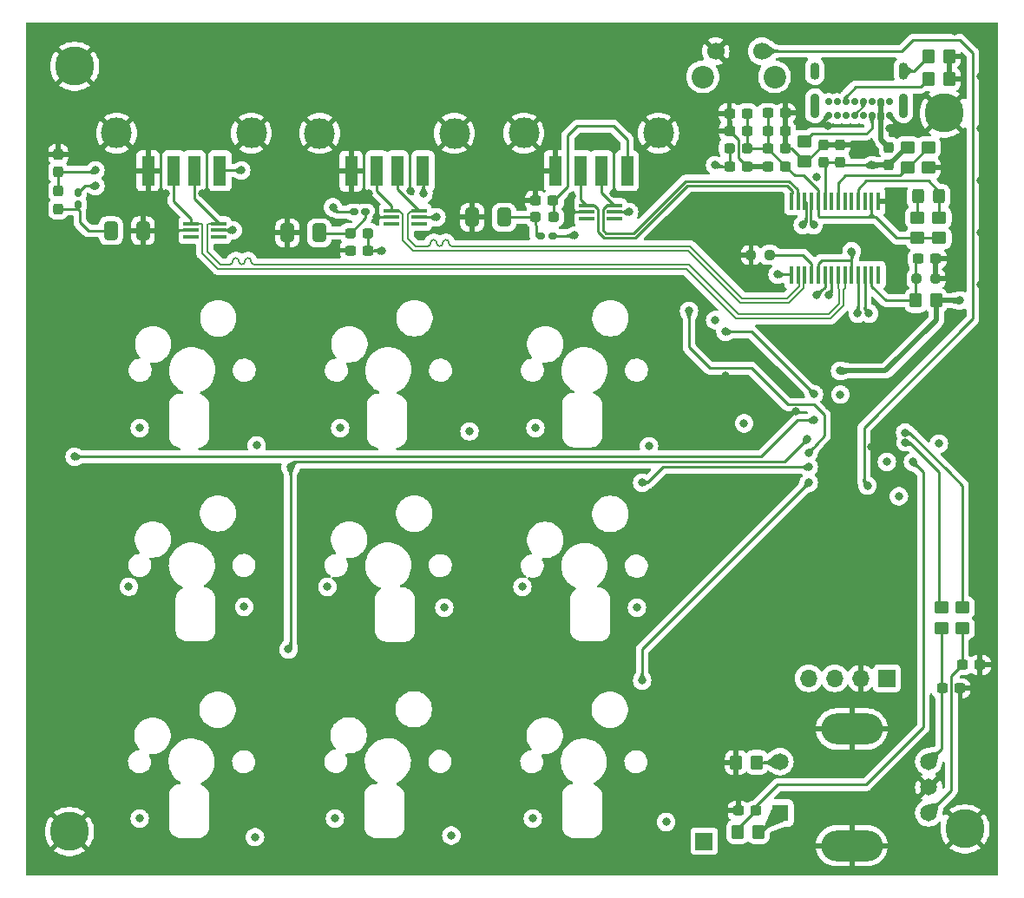
<source format=gbr>
%TF.GenerationSoftware,KiCad,Pcbnew,(7.0.0)*%
%TF.CreationDate,2023-06-18T19:08:53+02:00*%
%TF.ProjectId,Macro_Keyboard,4d616372-6f5f-44b6-9579-626f6172642e,rev?*%
%TF.SameCoordinates,Original*%
%TF.FileFunction,Copper,L1,Top*%
%TF.FilePolarity,Positive*%
%FSLAX46Y46*%
G04 Gerber Fmt 4.6, Leading zero omitted, Abs format (unit mm)*
G04 Created by KiCad (PCBNEW (7.0.0)) date 2023-06-18 19:08:53*
%MOMM*%
%LPD*%
G01*
G04 APERTURE LIST*
G04 Aperture macros list*
%AMRoundRect*
0 Rectangle with rounded corners*
0 $1 Rounding radius*
0 $2 $3 $4 $5 $6 $7 $8 $9 X,Y pos of 4 corners*
0 Add a 4 corners polygon primitive as box body*
4,1,4,$2,$3,$4,$5,$6,$7,$8,$9,$2,$3,0*
0 Add four circle primitives for the rounded corners*
1,1,$1+$1,$2,$3*
1,1,$1+$1,$4,$5*
1,1,$1+$1,$6,$7*
1,1,$1+$1,$8,$9*
0 Add four rect primitives between the rounded corners*
20,1,$1+$1,$2,$3,$4,$5,0*
20,1,$1+$1,$4,$5,$6,$7,0*
20,1,$1+$1,$6,$7,$8,$9,0*
20,1,$1+$1,$8,$9,$2,$3,0*%
G04 Aperture macros list end*
%TA.AperFunction,SMDPad,CuDef*%
%ADD10RoundRect,0.250000X0.450000X-0.350000X0.450000X0.350000X-0.450000X0.350000X-0.450000X-0.350000X0*%
%TD*%
%TA.AperFunction,SMDPad,CuDef*%
%ADD11RoundRect,0.237500X0.287500X0.237500X-0.287500X0.237500X-0.287500X-0.237500X0.287500X-0.237500X0*%
%TD*%
%TA.AperFunction,SMDPad,CuDef*%
%ADD12RoundRect,0.250000X-0.450000X0.350000X-0.450000X-0.350000X0.450000X-0.350000X0.450000X0.350000X0*%
%TD*%
%TA.AperFunction,SMDPad,CuDef*%
%ADD13R,0.450000X1.750000*%
%TD*%
%TA.AperFunction,SMDPad,CuDef*%
%ADD14RoundRect,0.237500X0.300000X0.237500X-0.300000X0.237500X-0.300000X-0.237500X0.300000X-0.237500X0*%
%TD*%
%TA.AperFunction,SMDPad,CuDef*%
%ADD15RoundRect,0.237500X-0.237500X0.287500X-0.237500X-0.287500X0.237500X-0.287500X0.237500X0.287500X0*%
%TD*%
%TA.AperFunction,ComponentPad*%
%ADD16R,1.650000X1.650000*%
%TD*%
%TA.AperFunction,ComponentPad*%
%ADD17C,1.650000*%
%TD*%
%TA.AperFunction,ComponentPad*%
%ADD18O,6.000000X3.000000*%
%TD*%
%TA.AperFunction,ComponentPad*%
%ADD19C,0.700000*%
%TD*%
%TA.AperFunction,ComponentPad*%
%ADD20O,0.900000X2.400000*%
%TD*%
%TA.AperFunction,ComponentPad*%
%ADD21O,0.900000X1.700000*%
%TD*%
%TA.AperFunction,SMDPad,CuDef*%
%ADD22RoundRect,0.237500X0.237500X-0.300000X0.237500X0.300000X-0.237500X0.300000X-0.237500X-0.300000X0*%
%TD*%
%TA.AperFunction,SMDPad,CuDef*%
%ADD23RoundRect,0.250000X0.412500X0.650000X-0.412500X0.650000X-0.412500X-0.650000X0.412500X-0.650000X0*%
%TD*%
%TA.AperFunction,SMDPad,CuDef*%
%ADD24R,1.500000X0.400000*%
%TD*%
%TA.AperFunction,SMDPad,CuDef*%
%ADD25RoundRect,0.160000X-0.222500X-0.160000X0.222500X-0.160000X0.222500X0.160000X-0.222500X0.160000X0*%
%TD*%
%TA.AperFunction,SMDPad,CuDef*%
%ADD26RoundRect,0.160000X0.222500X0.160000X-0.222500X0.160000X-0.222500X-0.160000X0.222500X-0.160000X0*%
%TD*%
%TA.AperFunction,ComponentPad*%
%ADD27C,3.800000*%
%TD*%
%TA.AperFunction,SMDPad,CuDef*%
%ADD28RoundRect,0.237500X-0.250000X-0.237500X0.250000X-0.237500X0.250000X0.237500X-0.250000X0.237500X0*%
%TD*%
%TA.AperFunction,ComponentPad*%
%ADD29C,2.200000*%
%TD*%
%TA.AperFunction,ComponentPad*%
%ADD30C,1.700000*%
%TD*%
%TA.AperFunction,SMDPad,CuDef*%
%ADD31RoundRect,0.250000X-0.350000X-0.450000X0.350000X-0.450000X0.350000X0.450000X-0.350000X0.450000X0*%
%TD*%
%TA.AperFunction,SMDPad,CuDef*%
%ADD32RoundRect,0.160000X0.160000X-0.222500X0.160000X0.222500X-0.160000X0.222500X-0.160000X-0.222500X0*%
%TD*%
%TA.AperFunction,SMDPad,CuDef*%
%ADD33RoundRect,0.250000X0.325000X0.450000X-0.325000X0.450000X-0.325000X-0.450000X0.325000X-0.450000X0*%
%TD*%
%TA.AperFunction,SMDPad,CuDef*%
%ADD34RoundRect,0.250000X0.350000X0.450000X-0.350000X0.450000X-0.350000X-0.450000X0.350000X-0.450000X0*%
%TD*%
%TA.AperFunction,SMDPad,CuDef*%
%ADD35RoundRect,0.237500X-0.300000X-0.237500X0.300000X-0.237500X0.300000X0.237500X-0.300000X0.237500X0*%
%TD*%
%TA.AperFunction,SMDPad,CuDef*%
%ADD36R,1.250000X3.000000*%
%TD*%
%TA.AperFunction,ComponentPad*%
%ADD37C,3.000000*%
%TD*%
%TA.AperFunction,ComponentPad*%
%ADD38R,1.700000X1.700000*%
%TD*%
%TA.AperFunction,ComponentPad*%
%ADD39O,1.700000X1.700000*%
%TD*%
%TA.AperFunction,SMDPad,CuDef*%
%ADD40RoundRect,0.250000X-0.412500X-0.650000X0.412500X-0.650000X0.412500X0.650000X-0.412500X0.650000X0*%
%TD*%
%TA.AperFunction,SMDPad,CuDef*%
%ADD41RoundRect,0.237500X-0.287500X-0.237500X0.287500X-0.237500X0.287500X0.237500X-0.287500X0.237500X0*%
%TD*%
%TA.AperFunction,ViaPad*%
%ADD42C,0.800000*%
%TD*%
%TA.AperFunction,Conductor*%
%ADD43C,0.500000*%
%TD*%
%TA.AperFunction,Conductor*%
%ADD44C,0.250000*%
%TD*%
%TA.AperFunction,Conductor*%
%ADD45C,0.230000*%
%TD*%
%TA.AperFunction,Conductor*%
%ADD46C,0.200000*%
%TD*%
G04 APERTURE END LIST*
D10*
%TO.P,R8,1*%
%TO.N,/USB/DVDD*%
X150904530Y-61464530D03*
%TO.P,R8,2*%
%TO.N,/USB/PGANG*%
X150904530Y-59464530D03*
%TD*%
D11*
%TO.P,FB2,1*%
%TO.N,Net-(J3-VBUS)*%
X95191549Y-60992392D03*
%TO.P,FB2,2*%
%TO.N,Net-(C26-Pad1)*%
X93441549Y-60992392D03*
%TD*%
D12*
%TO.P,R12,1*%
%TO.N,Net-(J1-CC1)*%
X137775174Y-52013429D03*
%TO.P,R12,2*%
%TO.N,GND*%
X137775174Y-54013429D03*
%TD*%
D13*
%TO.P,U9,1,AVDD*%
%TO.N,/USB/AVDD*%
X136490999Y-65067999D03*
%TO.P,U9,2,DM2*%
%TO.N,/USB/D_N2*%
X137140999Y-65067999D03*
%TO.P,U9,3,DP2*%
%TO.N,/USB/D_P2*%
X137790999Y-65067999D03*
%TO.P,U9,4,RREF*%
%TO.N,Net-(U9-RREF)*%
X138440999Y-65067999D03*
%TO.P,U9,5,AVDD*%
%TO.N,/USB/AVDD*%
X139090999Y-65067999D03*
%TO.P,U9,6,X1*%
%TO.N,/USB/X1*%
X139740999Y-65067999D03*
%TO.P,U9,7,X2*%
%TO.N,/USB/X2*%
X140390999Y-65067999D03*
%TO.P,U9,8,DM3*%
%TO.N,/USB/D_N3*%
X141040999Y-65067999D03*
%TO.P,U9,9,DP3*%
%TO.N,/USB/D_P3*%
X141690999Y-65067999D03*
%TO.P,U9,10,AVDD*%
%TO.N,/USB/AVDD*%
X142340999Y-65067999D03*
%TO.P,U9,11,DM4*%
%TO.N,USBD_N*%
X142990999Y-65067999D03*
%TO.P,U9,12,DP4*%
%TO.N,USBD_P*%
X143640999Y-65067999D03*
%TO.P,U9,13,RESET*%
%TO.N,/USB/RESET*%
X144290999Y-65067999D03*
%TO.P,U9,14,TEST/SCL*%
%TO.N,unconnected-(U9-TEST{slash}SCL-Pad14)*%
X144940999Y-65067999D03*
%TO.P,U9,15,GND*%
%TO.N,GND*%
X144940999Y-57867999D03*
%TO.P,U9,16,DVDD*%
%TO.N,/USB/DVDD*%
X144290999Y-57867999D03*
%TO.P,U9,17,PSELF*%
%TO.N,unconnected-(U9-PSELF-Pad17)*%
X143640999Y-57867999D03*
%TO.P,U9,18,PGANG*%
%TO.N,/USB/PGANG*%
X142990999Y-57867999D03*
%TO.P,U9,19,OVCUR2*%
%TO.N,unconnected-(U9-OVCUR2-Pad19)*%
X142340999Y-57867999D03*
%TO.P,U9,20,PWREN2*%
%TO.N,unconnected-(U9-PWREN2-Pad20)*%
X141690999Y-57867999D03*
%TO.P,U9,21,OVCUR1*%
%TO.N,/USB/OVERCUR1*%
X141040999Y-57867999D03*
%TO.P,U9,22,PWREN1*%
%TO.N,unconnected-(U9-PWREN1-Pad22)*%
X140390999Y-57867999D03*
%TO.P,U9,23,V5*%
%TO.N,+5V*%
X139740999Y-57867999D03*
%TO.P,U9,24,V33*%
%TO.N,/USB/DVDD*%
X139090999Y-57867999D03*
%TO.P,U9,25,DM0*%
%TO.N,/USB/D_N0*%
X138440999Y-57867999D03*
%TO.P,U9,26,DP0*%
%TO.N,/USB/D_P0*%
X137790999Y-57867999D03*
%TO.P,U9,27,DM1*%
%TO.N,/USB/D_N1*%
X137140999Y-57867999D03*
%TO.P,U9,28,DP1*%
%TO.N,/USB/D_P1*%
X136490999Y-57867999D03*
%TD*%
D10*
%TO.P,R18,1*%
%TO.N,Net-(C45-Pad1)*%
X153170329Y-99536000D03*
%TO.P,R18,2*%
%TO.N,Rotary_A*%
X153170329Y-97536000D03*
%TD*%
D14*
%TO.P,C23,1*%
%TO.N,Net-(J2-VBUS)*%
X113234695Y-57799445D03*
%TO.P,C23,2*%
%TO.N,GND*%
X111509695Y-57799445D03*
%TD*%
D15*
%TO.P,FB6,1*%
%TO.N,Net-(FB6-Pad1)*%
X145968998Y-52606000D03*
%TO.P,FB6,2*%
%TO.N,+5V*%
X145968998Y-54356000D03*
%TD*%
D16*
%TO.P,MT1,1*%
%TO.N,BOOT*%
X135369999Y-117559999D03*
D17*
%TO.P,MT1,2*%
%TO.N,Net-(MT1-Pad2)*%
X135370000Y-112560000D03*
%TO.P,MT1,A,A*%
%TO.N,Net-(C45-Pad1)*%
X149870000Y-117560000D03*
%TO.P,MT1,B,B*%
%TO.N,Net-(C46-Pad1)*%
X149870000Y-112560000D03*
%TO.P,MT1,COM,COM*%
%TO.N,GND*%
X149870000Y-115060000D03*
D18*
%TO.P,MT1,S1,SHIELD*%
X142369999Y-120759999D03*
%TO.P,MT1,S2,SHIELD*%
X142369999Y-109359999D03*
%TD*%
D19*
%TO.P,J1,A1,GND*%
%TO.N,GND*%
X146045000Y-49525000D03*
%TO.P,J1,A4,VBUS*%
%TO.N,Net-(FB6-Pad1)*%
X145195000Y-49525000D03*
%TO.P,J1,A5,CC1*%
%TO.N,Net-(J1-CC1)*%
X144345000Y-49525000D03*
%TO.P,J1,A6,D+*%
%TO.N,/USB/D_P0*%
X143495000Y-49525000D03*
%TO.P,J1,A7,D-*%
%TO.N,/USB/D_N0*%
X142645000Y-49525000D03*
%TO.P,J1,A8,SBU1*%
%TO.N,unconnected-(J1-SBU1-PadA8)*%
X141795000Y-49525000D03*
%TO.P,J1,A9,VBUS*%
%TO.N,Net-(FB6-Pad1)*%
X140945000Y-49525000D03*
%TO.P,J1,A12,GND*%
%TO.N,GND*%
X140095000Y-49525000D03*
%TO.P,J1,B1,GND*%
X140095000Y-48175000D03*
%TO.P,J1,B4,VBUS*%
%TO.N,Net-(FB6-Pad1)*%
X140945000Y-48175000D03*
%TO.P,J1,B5,CC2*%
%TO.N,Net-(J1-CC2)*%
X141795000Y-48175000D03*
%TO.P,J1,B6,D+*%
%TO.N,/USB/D_P0*%
X142645000Y-48175000D03*
%TO.P,J1,B7,D-*%
%TO.N,/USB/D_N0*%
X143495000Y-48175000D03*
%TO.P,J1,B8,SBU2*%
%TO.N,unconnected-(J1-SBU2-PadB8)*%
X144345000Y-48175000D03*
%TO.P,J1,B9,VBUS*%
%TO.N,Net-(FB6-Pad1)*%
X145195000Y-48175000D03*
%TO.P,J1,B12,GND*%
%TO.N,GND*%
X146045000Y-48175000D03*
D20*
%TO.P,J1,S1,SHIELD*%
%TO.N,Net-(J1-SHIELD)*%
X147394999Y-48544999D03*
D21*
X147394999Y-45164999D03*
D20*
X138744999Y-48544999D03*
D21*
X138744999Y-45164999D03*
%TD*%
D22*
%TO.P,C29,1*%
%TO.N,Net-(J4-VBUS)*%
X64942354Y-55030980D03*
%TO.P,C29,2*%
%TO.N,GND*%
X64942354Y-53305980D03*
%TD*%
D23*
%TO.P,C22,1*%
%TO.N,Net-(C22-Pad1)*%
X108458000Y-59436000D03*
%TO.P,C22,2*%
%TO.N,GND*%
X105333000Y-59436000D03*
%TD*%
D14*
%TO.P,C17,1*%
%TO.N,GND*%
X135878048Y-49273518D03*
%TO.P,C17,2*%
%TO.N,/USB/DVDD*%
X134153048Y-49273518D03*
%TD*%
D24*
%TO.P,U6,1*%
%TO.N,/USB/D_P3*%
X77917999Y-60055999D03*
%TO.P,U6,2*%
%TO.N,GND*%
X77917999Y-60705999D03*
%TO.P,U6,3*%
%TO.N,unconnected-(U6-Pad3)*%
X77917999Y-61355999D03*
%TO.P,U6,4*%
%TO.N,unconnected-(U6-Pad4)*%
X80577999Y-61355999D03*
%TO.P,U6,5*%
%TO.N,+5V*%
X80577999Y-60705999D03*
%TO.P,U6,6*%
%TO.N,/USB/D_N3*%
X80577999Y-60055999D03*
%TD*%
D25*
%TO.P,TH1,1*%
%TO.N,Net-(C22-Pad1)*%
X112013745Y-61229044D03*
%TO.P,TH1,2*%
%TO.N,+5V*%
X113158745Y-61229044D03*
%TD*%
D26*
%TO.P,TH2,1*%
%TO.N,Net-(C26-Pad1)*%
X94950493Y-58928000D03*
%TO.P,TH2,2*%
%TO.N,+5V*%
X93805493Y-58928000D03*
%TD*%
D14*
%TO.P,C40,1*%
%TO.N,/USB/DVDD*%
X132166101Y-51001903D03*
%TO.P,C40,2*%
%TO.N,GND*%
X130441101Y-51001903D03*
%TD*%
D27*
%TO.P,H3,1,1*%
%TO.N,GND*%
X153416000Y-119126000D03*
%TD*%
D11*
%TO.P,FB3,1*%
%TO.N,Net-(J2-VBUS)*%
X113251746Y-59418528D03*
%TO.P,FB3,2*%
%TO.N,Net-(C22-Pad1)*%
X111501746Y-59418528D03*
%TD*%
D27*
%TO.P,H4,1,1*%
%TO.N,GND*%
X151384000Y-49276000D03*
%TD*%
%TO.P,H2,1,1*%
%TO.N,GND*%
X66040000Y-119380000D03*
%TD*%
D23*
%TO.P,C26,1*%
%TO.N,Net-(C26-Pad1)*%
X90424000Y-60960000D03*
%TO.P,C26,2*%
%TO.N,GND*%
X87299000Y-60960000D03*
%TD*%
D22*
%TO.P,C15,1*%
%TO.N,+5V*%
X141263571Y-54090800D03*
%TO.P,C15,2*%
%TO.N,GND*%
X141263571Y-52365800D03*
%TD*%
D14*
%TO.P,C43,1*%
%TO.N,GND*%
X135881199Y-52690215D03*
%TO.P,C43,2*%
%TO.N,/USB/DVDD*%
X134156199Y-52690215D03*
%TD*%
D28*
%TO.P,R5,1*%
%TO.N,GND*%
X132541000Y-63119000D03*
%TO.P,R5,2*%
%TO.N,Net-(U9-RREF)*%
X134366000Y-63119000D03*
%TD*%
D22*
%TO.P,C16,1*%
%TO.N,+5V*%
X139616637Y-54082032D03*
%TO.P,C16,2*%
%TO.N,GND*%
X139616637Y-52357032D03*
%TD*%
D29*
%TO.P,SW1,*%
%TO.N,*%
X127830000Y-45730000D03*
X134830000Y-45730000D03*
D30*
%TO.P,SW1,1,1*%
%TO.N,GND*%
X129080000Y-43230000D03*
%TO.P,SW1,2,2*%
%TO.N,Net-(U1-NRST)*%
X133580000Y-43230000D03*
%TD*%
D27*
%TO.P,H1,1,1*%
%TO.N,GND*%
X66548000Y-44704000D03*
%TD*%
D15*
%TO.P,FB4,1*%
%TO.N,Net-(J4-VBUS)*%
X64942354Y-56847061D03*
%TO.P,FB4,2*%
%TO.N,Net-(C24-Pad1)*%
X64942354Y-58597061D03*
%TD*%
D14*
%TO.P,C18,1*%
%TO.N,GND*%
X135885853Y-50998656D03*
%TO.P,C18,2*%
%TO.N,/USB/DVDD*%
X134160853Y-50998656D03*
%TD*%
D24*
%TO.P,U7,1*%
%TO.N,/USB/D_P1*%
X116525999Y-58277999D03*
%TO.P,U7,2*%
%TO.N,GND*%
X116525999Y-58927999D03*
%TO.P,U7,3*%
%TO.N,unconnected-(U7-Pad3)*%
X116525999Y-59577999D03*
%TO.P,U7,4*%
%TO.N,unconnected-(U7-Pad4)*%
X119185999Y-59577999D03*
%TO.P,U7,5*%
%TO.N,+5V*%
X119185999Y-58927999D03*
%TO.P,U7,6*%
%TO.N,/USB/D_N1*%
X119185999Y-58277999D03*
%TD*%
D31*
%TO.P,R17,1*%
%TO.N,Net-(J1-CC2)*%
X149883465Y-45909109D03*
%TO.P,R17,2*%
%TO.N,GND*%
X151883465Y-45909109D03*
%TD*%
D32*
%TO.P,TH4,1*%
%TO.N,Net-(C24-Pad1)*%
X66889352Y-58185815D03*
%TO.P,TH4,2*%
%TO.N,+5V*%
X66889352Y-57040815D03*
%TD*%
D10*
%TO.P,R9,1*%
%TO.N,/USB/DVDD*%
X148774152Y-61464530D03*
%TO.P,R9,2*%
%TO.N,Net-(D3-A)*%
X148774152Y-59464530D03*
%TD*%
D33*
%TO.P,D3,1,K*%
%TO.N,/USB/PGANG*%
X150894000Y-57404000D03*
%TO.P,D3,2,A*%
%TO.N,Net-(D3-A)*%
X148844000Y-57404000D03*
%TD*%
D34*
%TO.P,R6,1*%
%TO.N,+5V*%
X150622000Y-67561888D03*
%TO.P,R6,2*%
%TO.N,/USB/RESET*%
X148622000Y-67561888D03*
%TD*%
D31*
%TO.P,R2,1*%
%TO.N,GND*%
X131096000Y-112626957D03*
%TO.P,R2,2*%
%TO.N,Net-(MT1-Pad2)*%
X133096000Y-112626957D03*
%TD*%
D14*
%TO.P,C27,1*%
%TO.N,Net-(J3-VBUS)*%
X95177642Y-62660674D03*
%TO.P,C27,2*%
%TO.N,GND*%
X93452642Y-62660674D03*
%TD*%
D35*
%TO.P,C37,1*%
%TO.N,+3.3V*%
X130448707Y-54470501D03*
%TO.P,C37,2*%
%TO.N,GND*%
X132173707Y-54470501D03*
%TD*%
D36*
%TO.P,J2,1,VBUS*%
%TO.N,Net-(J2-VBUS)*%
X120443999Y-54900042D03*
%TO.P,J2,2,D-*%
%TO.N,/USB/D_N1*%
X117943999Y-54900042D03*
%TO.P,J2,3,D+*%
%TO.N,/USB/D_P1*%
X115943999Y-54900042D03*
%TO.P,J2,4,GND*%
%TO.N,GND*%
X113443999Y-54900042D03*
D37*
%TO.P,J2,5,Shield*%
X123514000Y-51220043D03*
X110374000Y-51220043D03*
%TD*%
D31*
%TO.P,R13,1*%
%TO.N,Net-(J1-SHIELD)*%
X149876000Y-43699174D03*
%TO.P,R13,2*%
%TO.N,GND*%
X151876000Y-43699174D03*
%TD*%
D10*
%TO.P,R19,1*%
%TO.N,Net-(C46-Pad1)*%
X151130000Y-99536000D03*
%TO.P,R19,2*%
%TO.N,Rotary_B*%
X151130000Y-97536000D03*
%TD*%
D35*
%TO.P,C45,1*%
%TO.N,Net-(C45-Pad1)*%
X153162000Y-103124000D03*
%TO.P,C45,2*%
%TO.N,GND*%
X154887000Y-103124000D03*
%TD*%
D38*
%TO.P,U4,1,VDD*%
%TO.N,+3.3V*%
X145785999Y-104418999D03*
D39*
%TO.P,U4,2,GND*%
%TO.N,GND*%
X143245999Y-104418999D03*
%TO.P,U4,3,SCK*%
%TO.N,SCK*%
X140705999Y-104418999D03*
%TO.P,U4,4,SDA*%
%TO.N,SDA*%
X138165999Y-104418999D03*
%TD*%
D36*
%TO.P,J4,1,VBUS*%
%TO.N,Net-(J4-VBUS)*%
X80711825Y-54896188D03*
%TO.P,J4,2,D-*%
%TO.N,/USB/D_N3*%
X78211825Y-54896188D03*
%TO.P,J4,3,D+*%
%TO.N,/USB/D_P3*%
X76211825Y-54896188D03*
%TO.P,J4,4,GND*%
%TO.N,GND*%
X73711825Y-54896188D03*
D37*
%TO.P,J4,5,Shield*%
X83781826Y-51216189D03*
X70641826Y-51216189D03*
%TD*%
D35*
%TO.P,C41,1*%
%TO.N,GND*%
X130427389Y-49290615D03*
%TO.P,C41,2*%
%TO.N,/USB/DVDD*%
X132152389Y-49290615D03*
%TD*%
%TO.P,C44,1*%
%TO.N,GND*%
X134156607Y-54472982D03*
%TO.P,C44,2*%
%TO.N,/USB/DVDD*%
X135881607Y-54472982D03*
%TD*%
D12*
%TO.P,R10,1*%
%TO.N,+5V*%
X147843177Y-52613688D03*
%TO.P,R10,2*%
%TO.N,/USB/OVERCUR1*%
X147843177Y-54613688D03*
%TD*%
D35*
%TO.P,C46,1*%
%TO.N,Net-(C46-Pad1)*%
X151183000Y-105410000D03*
%TO.P,C46,2*%
%TO.N,GND*%
X152908000Y-105410000D03*
%TD*%
D28*
%TO.P,R7,1*%
%TO.N,/USB/RESET*%
X148696439Y-65438358D03*
%TO.P,R7,2*%
%TO.N,GND*%
X150521439Y-65438358D03*
%TD*%
D40*
%TO.P,C24,1*%
%TO.N,Net-(C24-Pad1)*%
X70086929Y-60749006D03*
%TO.P,C24,2*%
%TO.N,GND*%
X73211929Y-60749006D03*
%TD*%
D35*
%TO.P,C19,1*%
%TO.N,/USB/RESET*%
X148844000Y-63500000D03*
%TO.P,C19,2*%
%TO.N,GND*%
X150569000Y-63500000D03*
%TD*%
D34*
%TO.P,R3,1*%
%TO.N,BOOT*%
X133245590Y-119396313D03*
%TO.P,R3,2*%
%TO.N,Net-(U1-PH3)*%
X131245590Y-119396313D03*
%TD*%
D36*
%TO.P,J3,1,VBUS*%
%TO.N,Net-(J3-VBUS)*%
X100527999Y-54923999D03*
%TO.P,J3,2,D-*%
%TO.N,/USB/D_N2*%
X98027999Y-54923999D03*
%TO.P,J3,3,D+*%
%TO.N,/USB/D_P2*%
X96027999Y-54923999D03*
%TO.P,J3,4,GND*%
%TO.N,GND*%
X93527999Y-54923999D03*
D37*
%TO.P,J3,5,Shield*%
X103598000Y-51244000D03*
X90458000Y-51244000D03*
%TD*%
D14*
%TO.P,C9,1*%
%TO.N,Net-(U1-PH3)*%
X133027636Y-117344790D03*
%TO.P,C9,2*%
%TO.N,GND*%
X131302636Y-117344790D03*
%TD*%
D12*
%TO.P,R11,1*%
%TO.N,/USB/OVERCUR1*%
X149860000Y-52610000D03*
%TO.P,R11,2*%
%TO.N,GND*%
X149860000Y-54610000D03*
%TD*%
D41*
%TO.P,FB7,1*%
%TO.N,+3.3V*%
X130428582Y-52681524D03*
%TO.P,FB7,2*%
%TO.N,/USB/DVDD*%
X132178582Y-52681524D03*
%TD*%
D24*
%TO.P,U8,1*%
%TO.N,/USB/D_P2*%
X97475999Y-58785999D03*
%TO.P,U8,2*%
%TO.N,GND*%
X97475999Y-59435999D03*
%TO.P,U8,3*%
%TO.N,unconnected-(U8-Pad3)*%
X97475999Y-60085999D03*
%TO.P,U8,4*%
%TO.N,unconnected-(U8-Pad4)*%
X100135999Y-60085999D03*
%TO.P,U8,5*%
%TO.N,+5V*%
X100135999Y-59435999D03*
%TO.P,U8,6*%
%TO.N,/USB/D_N2*%
X100135999Y-58785999D03*
%TD*%
D38*
%TO.P,TP1,1,1*%
%TO.N,+5V*%
X127969999Y-120319999D03*
%TD*%
D42*
%TO.N,+5V*%
X72898000Y-118110000D03*
X71836529Y-95488991D03*
X110236000Y-95504000D03*
X141224000Y-74422000D03*
X138938000Y-55499000D03*
X92456000Y-80010000D03*
X101854000Y-59436000D03*
X124255625Y-118442942D03*
X105068653Y-80338027D03*
X120650000Y-58928000D03*
X72898000Y-80010000D03*
X81963080Y-60710111D03*
X91737705Y-58454344D03*
X91207273Y-95500191D03*
X68580000Y-56388000D03*
X84141199Y-119923621D03*
X111506000Y-80010000D03*
X152933791Y-67548852D03*
X91948000Y-118110000D03*
X115316000Y-61214000D03*
X111252000Y-118110000D03*
X84300764Y-81692800D03*
X122584793Y-81769409D03*
X102616000Y-97536000D03*
X83084504Y-97451665D03*
X121412000Y-97536000D03*
X103302654Y-119759201D03*
X144272000Y-54356000D03*
%TO.N,GND*%
X141723124Y-79219773D03*
X149860000Y-121920000D03*
X154940000Y-71120000D03*
X154940000Y-66040000D03*
X91440000Y-41275000D03*
X154940000Y-96520000D03*
X76200000Y-41275000D03*
X137160000Y-41275000D03*
X78994000Y-57150000D03*
X144290474Y-81806662D03*
X101600000Y-41275000D03*
X63500000Y-91440000D03*
X63500000Y-111760000D03*
X86360000Y-41275000D03*
X104140000Y-121920000D03*
X76327000Y-60697670D03*
X99060000Y-121920000D03*
X99314000Y-56896000D03*
X139497290Y-88241931D03*
X121920000Y-41275000D03*
X120875448Y-81698070D03*
X111983537Y-95542083D03*
X63500000Y-50800000D03*
X63500000Y-116840000D03*
X124460000Y-121920000D03*
X75438000Y-57150000D03*
X101583806Y-119762501D03*
X146050000Y-50800000D03*
X82422177Y-119874709D03*
X154940000Y-106680000D03*
X129032000Y-49276000D03*
X137414000Y-72257452D03*
X88900000Y-121920000D03*
X68580000Y-121920000D03*
X63500000Y-66040000D03*
X152400000Y-41275000D03*
X154940000Y-121920000D03*
X154940000Y-50800000D03*
X154940000Y-91440000D03*
X119380000Y-121920000D03*
X126619000Y-74168000D03*
X154940000Y-86360000D03*
X63500000Y-71120000D03*
X131889236Y-73004482D03*
X154940000Y-55880000D03*
X154940000Y-76200000D03*
X71120000Y-41275000D03*
X154940000Y-81280000D03*
X154940000Y-45720000D03*
X83820000Y-121920000D03*
X93980000Y-121920000D03*
X148290542Y-84712358D03*
X78740000Y-121920000D03*
X106680000Y-41275000D03*
X154940000Y-101600000D03*
X129540000Y-121920000D03*
X119126000Y-57150000D03*
X137160000Y-49276000D03*
X144272000Y-52324000D03*
X63500000Y-86360000D03*
X130048000Y-74930000D03*
X146304000Y-57912000D03*
X111760000Y-41275000D03*
X92959072Y-95495264D03*
X63500000Y-81280000D03*
X136906000Y-78398500D03*
X132526952Y-61806889D03*
X66040000Y-41275000D03*
X73660000Y-121920000D03*
X114300000Y-121920000D03*
X134620000Y-121920000D03*
X116840000Y-41275000D03*
X63500000Y-96520000D03*
X63500000Y-101600000D03*
X81280000Y-41275000D03*
X154940000Y-60960000D03*
X140116912Y-77831214D03*
X63500000Y-55880000D03*
X82548437Y-81665473D03*
X115062000Y-57404000D03*
X147320000Y-41275000D03*
X101734167Y-81637705D03*
X63500000Y-106680000D03*
X95250000Y-57150000D03*
X63500000Y-60960000D03*
X120965670Y-119815129D03*
X63500000Y-76200000D03*
X96520000Y-41275000D03*
X63500000Y-45720000D03*
X115062000Y-58928000D03*
X109220000Y-121920000D03*
X151932416Y-54603927D03*
X154940000Y-116840000D03*
X132080000Y-41275000D03*
X63500000Y-121920000D03*
X96012000Y-59436000D03*
X127000000Y-41275000D03*
X140068300Y-50546988D03*
X73539210Y-95526486D03*
X154940000Y-111760000D03*
X142240000Y-41275000D03*
%TO.N,+3.3V*%
X150876000Y-81534000D03*
X146964198Y-86673133D03*
X141250036Y-76735612D03*
X145796000Y-83312000D03*
X129032000Y-69469000D03*
X131864003Y-79557697D03*
X129032000Y-54356000D03*
%TO.N,Net-(U1-NRST)*%
X143894167Y-85618468D03*
%TO.N,Net-(U1-PH3)*%
X148336000Y-83312000D03*
%TO.N,/USB/AVDD*%
X135128000Y-65024000D03*
X142341000Y-62756284D03*
%TO.N,/USB/X1*%
X138938000Y-67056000D03*
%TO.N,/USB/X2*%
X140081000Y-67056000D03*
%TO.N,Net-(J3-VBUS)*%
X100584000Y-57150000D03*
X96520000Y-62738000D03*
%TO.N,Net-(J4-VBUS)*%
X68580000Y-54864000D03*
X82804000Y-54864000D03*
%TO.N,COL 2*%
X130048000Y-70612000D03*
X138684000Y-76708000D03*
%TO.N,COL 1*%
X87620891Y-83808054D03*
X87408926Y-101600000D03*
X138044295Y-81090806D03*
%TO.N,COL 0*%
X66548000Y-82804000D03*
X138684000Y-79248000D03*
%TO.N,Rotary_A*%
X147571918Y-80450103D03*
%TO.N,Rotary_B*%
X147601026Y-81399159D03*
%TO.N,ROW 0*%
X126492000Y-68580000D03*
X138139692Y-82466295D03*
%TO.N,ROW 1*%
X138176000Y-83820000D03*
X121920000Y-85344000D03*
%TO.N,ROW 2*%
X138176000Y-85344000D03*
X121920000Y-104648000D03*
%TO.N,/USB/D_P0*%
X137591000Y-60198000D03*
%TO.N,/USB/D_N0*%
X138641000Y-60198000D03*
%TO.N,USBD_N*%
X142952497Y-68834000D03*
%TO.N,USBD_P*%
X144051298Y-68828972D03*
%TD*%
D43*
%TO.N,+5V*%
X147711310Y-52613688D02*
X145968998Y-54356000D01*
X150622000Y-67561888D02*
X152920755Y-67561888D01*
X147843177Y-52613688D02*
X147711310Y-52613688D01*
D44*
X139741000Y-57868000D02*
X139741000Y-54206395D01*
X139741000Y-54206395D02*
X139616637Y-54082032D01*
X80385500Y-60706000D02*
X81958969Y-60706000D01*
X99943500Y-59436000D02*
X100330000Y-59436000D01*
X113611245Y-61229044D02*
X115300956Y-61229044D01*
X141254803Y-54082032D02*
X141263571Y-54090800D01*
X100136000Y-59436000D02*
X101854000Y-59436000D01*
X68379685Y-56588315D02*
X68580000Y-56388000D01*
X67542167Y-56388000D02*
X66889352Y-57040815D01*
X141263571Y-54090800D02*
X141528771Y-54356000D01*
D43*
X150622000Y-69458244D02*
X145658244Y-74422000D01*
D44*
X93352993Y-58928000D02*
X92211361Y-58928000D01*
D43*
X152920755Y-67561888D02*
X152933791Y-67548852D01*
D44*
X92211361Y-58928000D02*
X91737705Y-58454344D01*
X115300956Y-61229044D02*
X115316000Y-61214000D01*
D43*
X150622000Y-69458244D02*
X150622000Y-67561888D01*
D44*
X118993500Y-58928000D02*
X120650000Y-58928000D01*
X81958969Y-60706000D02*
X81963080Y-60710111D01*
D43*
X145968998Y-54356000D02*
X144272000Y-54356000D01*
D44*
X141528771Y-54356000D02*
X144272000Y-54356000D01*
D43*
X145658244Y-74422000D02*
X141224000Y-74422000D01*
D44*
X139616637Y-54082032D02*
X141254803Y-54082032D01*
X68580000Y-56388000D02*
X67542167Y-56388000D01*
%TO.N,GND*%
X116718500Y-58928000D02*
X115062000Y-58928000D01*
X132173707Y-54470501D02*
X132173707Y-54547449D01*
X134154126Y-54470501D02*
X134156607Y-54472982D01*
X135881199Y-52690215D02*
X136451960Y-52690215D01*
X137157518Y-49273518D02*
X137160000Y-49276000D01*
X151926343Y-54610000D02*
X151932416Y-54603927D01*
X137960240Y-54013429D02*
X139616637Y-52357032D01*
X136451960Y-52690215D02*
X137775174Y-54013429D01*
X141263571Y-52365800D02*
X144230200Y-52365800D01*
X144230200Y-52365800D02*
X144272000Y-52324000D01*
X132173707Y-54470501D02*
X132153534Y-54470501D01*
X137775174Y-54013429D02*
X137960240Y-54013429D01*
X144941000Y-57868000D02*
X146260000Y-57868000D01*
X97476000Y-59436000D02*
X96012000Y-59436000D01*
X129046615Y-49290615D02*
X129032000Y-49276000D01*
X132173707Y-54470501D02*
X134154126Y-54470501D01*
X131303116Y-51863918D02*
X130441101Y-51001903D01*
X132541000Y-61820937D02*
X132526952Y-61806889D01*
X149860000Y-54610000D02*
X151926343Y-54610000D01*
X132153534Y-54470501D02*
X131303116Y-53620083D01*
X131303116Y-53620083D02*
X131303116Y-51863918D01*
X130427389Y-49290615D02*
X129046615Y-49290615D01*
X135878048Y-49273518D02*
X137157518Y-49273518D01*
X76820397Y-60706000D02*
X78110500Y-60706000D01*
X132541000Y-63119000D02*
X132541000Y-61820937D01*
X146260000Y-57868000D02*
X146304000Y-57912000D01*
X132088748Y-54470501D02*
X132173707Y-54470501D01*
X97668500Y-59436000D02*
X97354959Y-59436000D01*
X76327000Y-60697670D02*
X76820397Y-60706000D01*
%TO.N,+3.3V*%
X130448707Y-52701649D02*
X130428582Y-52681524D01*
X130448707Y-54470501D02*
X129146501Y-54470501D01*
X129146501Y-54470501D02*
X129032000Y-54356000D01*
X130448707Y-54470501D02*
X130448707Y-52701649D01*
%TO.N,Net-(U1-NRST)*%
X154178000Y-43434000D02*
X154178000Y-69342000D01*
X152908000Y-42164000D02*
X154178000Y-43434000D01*
X134038000Y-43688000D02*
X133580000Y-43230000D01*
X148336000Y-42164000D02*
X152908000Y-42164000D01*
X143565974Y-79954026D02*
X143565974Y-85290275D01*
X143565974Y-85290275D02*
X143894167Y-85618468D01*
X133580000Y-43230000D02*
X147270000Y-43230000D01*
X147270000Y-43230000D02*
X148336000Y-42164000D01*
X154178000Y-69342000D02*
X143565974Y-79954026D01*
%TO.N,Net-(U1-PH3)*%
X148336000Y-83312000D02*
X149352000Y-84328000D01*
X143764000Y-114808000D02*
X135128000Y-114808000D01*
X131245590Y-119396313D02*
X131245590Y-119126836D01*
X133027636Y-116908364D02*
X133027636Y-117344790D01*
X135128000Y-114808000D02*
X133027636Y-116908364D01*
X149352000Y-109220000D02*
X143764000Y-114808000D01*
X131245590Y-119126836D02*
X133027636Y-117344790D01*
X149352000Y-84328000D02*
X149352000Y-109220000D01*
%TO.N,/USB/AVDD*%
X142214000Y-63627000D02*
X142341000Y-63500000D01*
X142341000Y-63627000D02*
X142341000Y-63500000D01*
X139091000Y-65068000D02*
X139091000Y-63943000D01*
X142341000Y-63754000D02*
X142341000Y-63627000D01*
X142341000Y-63982000D02*
X142341000Y-63754000D01*
X135128000Y-65024000D02*
X136447000Y-65024000D01*
X142341000Y-63982000D02*
X142341000Y-65068000D01*
X136447000Y-65024000D02*
X136491000Y-65068000D01*
X142214000Y-63627000D02*
X142341000Y-63754000D01*
X139407000Y-63627000D02*
X141986000Y-63627000D01*
X142341000Y-63500000D02*
X142341000Y-62756284D01*
X141986000Y-63627000D02*
X142214000Y-63627000D01*
X139091000Y-63943000D02*
X139407000Y-63627000D01*
X141986000Y-63627000D02*
X142341000Y-63627000D01*
%TO.N,/USB/RESET*%
X148622000Y-65451419D02*
X148608939Y-65438358D01*
X145705726Y-67561888D02*
X148622000Y-67561888D01*
X148608939Y-63626758D02*
X148741939Y-63493758D01*
X148608939Y-65438358D02*
X148608939Y-63626758D01*
X148708181Y-63460000D02*
X148741939Y-63493758D01*
X144291000Y-66147162D02*
X145705726Y-67561888D01*
X144291000Y-65068000D02*
X144291000Y-66147162D01*
X148622000Y-67561888D02*
X148622000Y-65451419D01*
%TO.N,/USB/X1*%
X138938000Y-67056000D02*
X139741000Y-66253000D01*
X139741000Y-66253000D02*
X139741000Y-65068000D01*
%TO.N,/USB/X2*%
X140081000Y-67056000D02*
X140391000Y-66746000D01*
X140391000Y-66746000D02*
X140391000Y-65068000D01*
%TO.N,Net-(C22-Pad1)*%
X111561245Y-61229044D02*
X111561245Y-60253245D01*
X111501746Y-59418528D02*
X111501746Y-60193746D01*
X111561245Y-60253245D02*
X111501746Y-60193746D01*
X111501746Y-59418528D02*
X108455982Y-59418528D01*
%TO.N,Net-(J2-VBUS)*%
X119126000Y-50546000D02*
X120444000Y-51864000D01*
X113234695Y-57799445D02*
X113319598Y-57799445D01*
X113251746Y-59418528D02*
X113251746Y-57816496D01*
X115570000Y-50546000D02*
X119126000Y-50546000D01*
X120444000Y-51864000D02*
X120444000Y-54900043D01*
X114674404Y-56444639D02*
X114674404Y-51441596D01*
X114674404Y-51441596D02*
X115570000Y-50546000D01*
X113319598Y-57799445D02*
X114674404Y-56444639D01*
X113251746Y-57816496D02*
X113234695Y-57799445D01*
%TO.N,Net-(C24-Pad1)*%
X66848098Y-58597061D02*
X67056000Y-58804963D01*
X67056000Y-59944000D02*
X67861006Y-60749006D01*
X67056000Y-58804963D02*
X67056000Y-59944000D01*
X67861006Y-60749006D02*
X70086929Y-60749006D01*
X64942354Y-58597061D02*
X66848098Y-58597061D01*
%TO.N,Net-(C26-Pad1)*%
X93441549Y-60992392D02*
X93441549Y-60889444D01*
X94950493Y-58928000D02*
X94950493Y-59483448D01*
X94950493Y-59483448D02*
X93441549Y-60992392D01*
X93441549Y-60992392D02*
X90616392Y-60992392D01*
%TO.N,Net-(J3-VBUS)*%
X95177642Y-62660674D02*
X95177642Y-61006299D01*
X95177642Y-62660674D02*
X96442674Y-62660674D01*
X95177642Y-61006299D02*
X95191549Y-60992392D01*
X100584000Y-57150000D02*
X100584000Y-54980000D01*
X96442674Y-62660674D02*
X96520000Y-62738000D01*
X100584000Y-54980000D02*
X100528000Y-54924000D01*
%TO.N,Net-(J4-VBUS)*%
X68413020Y-55030980D02*
X68580000Y-54864000D01*
X64942354Y-56847061D02*
X64942354Y-55030980D01*
X82804000Y-54864000D02*
X80744015Y-54864000D01*
X80744015Y-54864000D02*
X80711826Y-54896189D01*
X64942354Y-55030980D02*
X68413020Y-55030980D01*
%TO.N,/USB/PGANG*%
X143764000Y-55880000D02*
X149860000Y-55880000D01*
X150904530Y-57414530D02*
X150894000Y-57404000D01*
X150894000Y-56914000D02*
X150894000Y-57404000D01*
X150904530Y-59464530D02*
X150904530Y-57414530D01*
X142991000Y-56653000D02*
X143764000Y-55880000D01*
X150894000Y-59454000D02*
X150904530Y-59464530D01*
X142991000Y-57868000D02*
X142991000Y-56653000D01*
X149860000Y-55880000D02*
X150894000Y-56914000D01*
%TO.N,Net-(D3-A)*%
X148774152Y-57473848D02*
X148844000Y-57404000D01*
X148844000Y-59394682D02*
X148774152Y-59464530D01*
X148774152Y-59464530D02*
X148774152Y-57473848D01*
%TO.N,COL 2*%
X130048000Y-70612000D02*
X132588000Y-70612000D01*
X132588000Y-70612000D02*
X138684000Y-76708000D01*
%TO.N,COL 1*%
X88116945Y-83312000D02*
X135823101Y-83312000D01*
X135823101Y-83312000D02*
X138044295Y-81090806D01*
X87620891Y-83808054D02*
X88116945Y-83312000D01*
X87610737Y-83820000D02*
X87610737Y-101398189D01*
X87610737Y-101398189D02*
X87408926Y-101600000D01*
%TO.N,COL 0*%
X66548000Y-82804000D02*
X133522806Y-82804000D01*
X133522806Y-82804000D02*
X137078806Y-79248000D01*
X137078806Y-79248000D02*
X138684000Y-79248000D01*
D43*
%TO.N,Net-(FB6-Pad1)*%
X145195000Y-49525000D02*
X145195000Y-48175000D01*
X145195000Y-49525000D02*
X145195000Y-51832002D01*
X145195000Y-51832002D02*
X145968998Y-52606000D01*
D44*
%TO.N,Net-(J1-CC1)*%
X138480603Y-51308000D02*
X143764000Y-51308000D01*
X144345000Y-50727000D02*
X144345000Y-49525000D01*
X137775174Y-52013429D02*
X138480603Y-51308000D01*
X143764000Y-51308000D02*
X144345000Y-50727000D01*
%TO.N,Net-(J1-CC2)*%
X149056574Y-46736000D02*
X149883465Y-45909109D01*
X141795000Y-47680026D02*
X142739026Y-46736000D01*
X142739026Y-46736000D02*
X149056574Y-46736000D01*
X141795000Y-48175000D02*
X141795000Y-47680026D01*
%TO.N,Net-(J1-SHIELD)*%
X148410174Y-45165000D02*
X147395000Y-45165000D01*
X149876000Y-43699174D02*
X148410174Y-45165000D01*
%TO.N,BOOT*%
X133245590Y-119396313D02*
X133533687Y-119396313D01*
X133533687Y-119396313D02*
X135370000Y-117560000D01*
%TO.N,Net-(MT1-Pad2)*%
X135303043Y-112626957D02*
X135370000Y-112560000D01*
X133257631Y-112626957D02*
X135303043Y-112626957D01*
D45*
%TO.N,Rotary_A*%
X153170329Y-97536000D02*
X153170329Y-85606329D01*
D44*
X147571918Y-80450103D02*
X148014103Y-80450103D01*
X148014103Y-80450103D02*
X151892000Y-84328000D01*
D45*
X153170329Y-85606329D02*
X151892000Y-84328000D01*
D44*
%TO.N,Rotary_B*%
X150876000Y-84282456D02*
X147992703Y-81399159D01*
X150876000Y-84282456D02*
X150876000Y-97282000D01*
X150876000Y-97282000D02*
X151130000Y-97536000D01*
X147992703Y-81399159D02*
X147601026Y-81399159D01*
%TO.N,/USB/DVDD*%
X144291000Y-59417000D02*
X144272000Y-59436000D01*
X132152389Y-50988191D02*
X132166101Y-51001903D01*
X135881607Y-54472982D02*
X136260982Y-54472982D01*
X144018000Y-59436000D02*
X144037000Y-59436000D01*
X144037000Y-59436000D02*
X144291000Y-59182000D01*
X144291000Y-59182000D02*
X144291000Y-59417000D01*
X150904530Y-61464530D02*
X148774152Y-61464530D01*
X134160853Y-50998656D02*
X134160853Y-52685561D01*
X144734000Y-59436000D02*
X146762530Y-61464530D01*
X134153048Y-49273518D02*
X134153048Y-50990851D01*
X132152389Y-49290615D02*
X132152389Y-50988191D01*
X134156199Y-52747574D02*
X135881607Y-54472982D01*
X144526000Y-59417000D02*
X144291000Y-59182000D01*
X146762530Y-61464530D02*
X148774152Y-61464530D01*
X134147508Y-52681524D02*
X134156199Y-52690215D01*
X144291000Y-58993000D02*
X144291000Y-57868000D01*
X139091000Y-56795000D02*
X139091000Y-57868000D01*
X139091000Y-57868000D02*
X139091000Y-59335000D01*
X136780625Y-55372000D02*
X137668000Y-55372000D01*
X134160853Y-52685561D02*
X134156199Y-52690215D01*
X144526000Y-59436000D02*
X144734000Y-59436000D01*
X139192000Y-59436000D02*
X144018000Y-59436000D01*
X134153048Y-50990851D02*
X134160853Y-50998656D01*
X144291000Y-58993000D02*
X144291000Y-59182000D01*
X135881607Y-54472982D02*
X136780625Y-55372000D01*
X132166101Y-52669043D02*
X132178582Y-52681524D01*
X144018000Y-59436000D02*
X144526000Y-59436000D01*
X137668000Y-55372000D02*
X139091000Y-56795000D01*
X139091000Y-59335000D02*
X139192000Y-59436000D01*
X132166101Y-51001903D02*
X132166101Y-52669043D01*
X144526000Y-59436000D02*
X144526000Y-59417000D01*
X132178582Y-52681524D02*
X134147508Y-52681524D01*
X134156199Y-52690215D02*
X134156199Y-52747574D01*
%TO.N,/USB/OVERCUR1*%
X147856312Y-54613688D02*
X149860000Y-52610000D01*
X147084865Y-55372000D02*
X141732000Y-55372000D01*
X147843177Y-54613688D02*
X147856312Y-54613688D01*
X147843177Y-54613688D02*
X147084865Y-55372000D01*
X141732000Y-55372000D02*
X141041000Y-56063000D01*
X141041000Y-56063000D02*
X141041000Y-57868000D01*
%TO.N,ROW 0*%
X132588000Y-74168000D02*
X128524000Y-74168000D01*
X128524000Y-74168000D02*
X126492000Y-72136000D01*
X136144000Y-77724000D02*
X132588000Y-74168000D01*
X138684000Y-77724000D02*
X136144000Y-77724000D01*
X139700000Y-80772000D02*
X139700000Y-78740000D01*
X138139692Y-82466295D02*
X139700000Y-80772000D01*
X139700000Y-78740000D02*
X138684000Y-77724000D01*
X126492000Y-72136000D02*
X126492000Y-68580000D01*
%TO.N,ROW 1*%
X122428000Y-85344000D02*
X121920000Y-85344000D01*
X123952000Y-83820000D02*
X122428000Y-85344000D01*
X138176000Y-83820000D02*
X123952000Y-83820000D01*
%TO.N,ROW 2*%
X138176000Y-85344000D02*
X121920000Y-101600000D01*
X121920000Y-101600000D02*
X121920000Y-104648000D01*
D46*
%TO.N,/USB/D_P0*%
X137791000Y-57868000D02*
X137890999Y-57967999D01*
D45*
X137890999Y-57967999D02*
X137890999Y-59898001D01*
X137890999Y-59898001D02*
X137591000Y-60198000D01*
%TO.N,/USB/D_N0*%
X138341001Y-57967999D02*
X138341001Y-59898001D01*
D46*
X142645000Y-49525000D02*
X142645000Y-49455761D01*
X138441000Y-57868000D02*
X138341001Y-57967999D01*
X142645000Y-49455761D02*
X143495000Y-48605761D01*
X143495000Y-48605761D02*
X143495000Y-48175000D01*
X138341001Y-59898001D02*
X138641000Y-60198000D01*
D44*
%TO.N,Net-(U9-RREF)*%
X138441000Y-63943000D02*
X137617000Y-63119000D01*
X137617000Y-63119000D02*
X134366000Y-63119000D01*
X138441000Y-65068000D02*
X138441000Y-63943000D01*
D45*
%TO.N,USBD_N*%
X142952497Y-68834000D02*
X142991000Y-68795497D01*
X142991000Y-68795497D02*
X142991000Y-65068000D01*
%TO.N,USBD_P*%
X143641000Y-65068000D02*
X143641000Y-68418674D01*
X143641000Y-68418674D02*
X144051298Y-68828972D01*
D44*
%TO.N,/USB/D_N1*%
X137041000Y-57118000D02*
X137041000Y-56712800D01*
X121064800Y-60989000D02*
X118395376Y-60989000D01*
D46*
X137141000Y-57218000D02*
X137041000Y-57118000D01*
D45*
X117944000Y-57036000D02*
X119186000Y-58278000D01*
D44*
X136237200Y-55909000D02*
X126144800Y-55909000D01*
D46*
X118476082Y-58278000D02*
X119186000Y-58278000D01*
D45*
X117944000Y-54900043D02*
X117944000Y-57036000D01*
D44*
X137041000Y-56712800D02*
X136237200Y-55909000D01*
X118081000Y-60674624D02*
X118081000Y-58673082D01*
X118395376Y-60989000D02*
X118081000Y-60674624D01*
X126144800Y-55909000D02*
X121064800Y-60989000D01*
D46*
X137141000Y-57868000D02*
X137141000Y-57218000D01*
D44*
X118081000Y-58673082D02*
X118476082Y-58278000D01*
%TO.N,/USB/D_P1*%
X126331200Y-56359000D02*
X121251200Y-61439000D01*
X136591000Y-56899200D02*
X136050800Y-56359000D01*
X117631000Y-60861024D02*
X117631000Y-58673082D01*
X117631000Y-58673082D02*
X117235918Y-58278000D01*
D45*
X115944000Y-57696000D02*
X116526000Y-58278000D01*
D44*
X118208976Y-61439000D02*
X117631000Y-60861024D01*
D45*
X115944000Y-54900043D02*
X115944000Y-57696000D01*
D44*
X136050800Y-56359000D02*
X126331200Y-56359000D01*
X121251200Y-61439000D02*
X118208976Y-61439000D01*
X136591000Y-57118000D02*
X136591000Y-56899200D01*
D46*
X136491000Y-57218000D02*
X136591000Y-57118000D01*
X117235918Y-58278000D02*
X116526000Y-58278000D01*
X136491000Y-57868000D02*
X136491000Y-57218000D01*
D45*
%TO.N,/USB/D_N2*%
X98028000Y-56678000D02*
X100136000Y-58786000D01*
D46*
X136050800Y-67339000D02*
X137241000Y-66148800D01*
X103365000Y-62259000D02*
X105202339Y-62259000D01*
X99031000Y-59182000D02*
X99031000Y-61501800D01*
X126585200Y-62259000D02*
X131665200Y-67339000D01*
X101865000Y-61928679D02*
X101865000Y-61959000D01*
X137241000Y-65818000D02*
X137141000Y-65718000D01*
X137241000Y-66148800D02*
X137241000Y-65818000D01*
X131665200Y-67339000D02*
X136050800Y-67339000D01*
X105202339Y-62259000D02*
X126585200Y-62259000D01*
X137141000Y-65718000D02*
X137141000Y-65068000D01*
X100136000Y-58786000D02*
X99427000Y-58786000D01*
X102465000Y-61959000D02*
X102465000Y-61928679D01*
X99788200Y-62259000D02*
X100965000Y-62259000D01*
D45*
X98028000Y-54924000D02*
X98028000Y-56678000D01*
D46*
X99031000Y-61501800D02*
X99788200Y-62259000D01*
X101265000Y-61959000D02*
X101265000Y-61928679D01*
X103065000Y-61928679D02*
X103065000Y-61959000D01*
X99427000Y-58786000D02*
X99031000Y-59182000D01*
X101865000Y-61959000D02*
G75*
G03*
X102165000Y-62259000I300000J0D01*
G01*
X103065000Y-61959000D02*
G75*
G03*
X103365000Y-62259000I300000J0D01*
G01*
X100965000Y-62259000D02*
G75*
G03*
X101265000Y-61959000I0J300000D01*
G01*
X103065021Y-61928679D02*
G75*
G03*
X102765000Y-61628679I-300021J-21D01*
G01*
X102765000Y-61628700D02*
G75*
G03*
X102465000Y-61928679I0J-300000D01*
G01*
X101565000Y-61628700D02*
G75*
G03*
X101265000Y-61928679I0J-300000D01*
G01*
X102165000Y-62259000D02*
G75*
G03*
X102465000Y-61959000I0J300000D01*
G01*
X101865021Y-61928679D02*
G75*
G03*
X101565000Y-61628679I-300021J-21D01*
G01*
D45*
%TO.N,/USB/D_P2*%
X96028000Y-56845500D02*
X97476000Y-58293500D01*
D46*
X137691000Y-66335200D02*
X136237200Y-67789000D01*
X137791000Y-65068000D02*
X137791000Y-65718000D01*
D45*
X96028000Y-54924000D02*
X96028000Y-56845500D01*
D46*
X98185000Y-58786000D02*
X97476000Y-58786000D01*
X131478800Y-67789000D02*
X126398800Y-62709000D01*
X98581000Y-59182000D02*
X98185000Y-58786000D01*
X136237200Y-67789000D02*
X131478800Y-67789000D01*
X99601800Y-62709000D02*
X98581000Y-61688200D01*
X98581000Y-61688200D02*
X98581000Y-59182000D01*
X137691000Y-65818000D02*
X137691000Y-66335200D01*
X137791000Y-65718000D02*
X137691000Y-65818000D01*
X126398800Y-62709000D02*
X99601800Y-62709000D01*
D45*
X97476000Y-58293500D02*
X97476000Y-58786000D01*
D46*
%TO.N,/USB/D_N3*%
X83161000Y-63737000D02*
X83161000Y-63706679D01*
X79473000Y-60198000D02*
X79473000Y-62771800D01*
X79473000Y-62771800D02*
X80738200Y-64037000D01*
X141041000Y-66380501D02*
X141041000Y-65068000D01*
X79615000Y-60056000D02*
X79473000Y-60198000D01*
X82561000Y-63706679D02*
X82561000Y-63737000D01*
X84061000Y-64037000D02*
X84711000Y-64037000D01*
X80578000Y-60056000D02*
X79615000Y-60056000D01*
X131284200Y-68863000D02*
X140114800Y-68863000D01*
X141141000Y-67836800D02*
X141141000Y-66480501D01*
X126458200Y-64037000D02*
X131284200Y-68863000D01*
D45*
X78211826Y-57637826D02*
X78211826Y-54896189D01*
X80578000Y-60004000D02*
X80578000Y-60056000D01*
D46*
X81961000Y-63737000D02*
X81961000Y-63706679D01*
X84711000Y-64037000D02*
X126458200Y-64037000D01*
X80738200Y-64037000D02*
X81661000Y-64037000D01*
X141141000Y-66480501D02*
X141041000Y-66380501D01*
X83761000Y-63706679D02*
X83761000Y-63737000D01*
X140114800Y-68863000D02*
X141141000Y-67836800D01*
D45*
X78211826Y-57637826D02*
X80578000Y-60004000D01*
D46*
X82861000Y-64037000D02*
G75*
G03*
X83161000Y-63737000I0J300000D01*
G01*
X83761000Y-63737000D02*
G75*
G03*
X84061000Y-64037000I300000J0D01*
G01*
X82561000Y-63737000D02*
G75*
G03*
X82861000Y-64037000I300000J0D01*
G01*
X83461000Y-63406700D02*
G75*
G03*
X83161000Y-63706679I0J-300000D01*
G01*
X82261000Y-63406700D02*
G75*
G03*
X81961000Y-63706679I0J-300000D01*
G01*
X83761021Y-63706679D02*
G75*
G03*
X83461000Y-63406679I-300021J-21D01*
G01*
X81661000Y-64037000D02*
G75*
G03*
X81961000Y-63737000I0J300000D01*
G01*
X82561021Y-63706679D02*
G75*
G03*
X82261000Y-63406679I-300021J-21D01*
G01*
%TO.N,/USB/D_P3*%
X141691000Y-66380501D02*
X141591000Y-66480501D01*
X131097800Y-69313000D02*
X126271800Y-64487000D01*
X126271800Y-64487000D02*
X80551800Y-64487000D01*
X78881000Y-60056000D02*
X77918000Y-60056000D01*
X141591000Y-66480501D02*
X141591000Y-68023200D01*
X141691000Y-65068000D02*
X141691000Y-66380501D01*
D45*
X76211826Y-57857326D02*
X77918000Y-59563500D01*
X77918000Y-59563500D02*
X77918000Y-60056000D01*
D46*
X79023000Y-62958200D02*
X79023000Y-60198000D01*
X80551800Y-64487000D02*
X79023000Y-62958200D01*
X141591000Y-68023200D02*
X140301200Y-69313000D01*
D45*
X76211826Y-57857326D02*
X76211826Y-54896189D01*
D46*
X79023000Y-60198000D02*
X78881000Y-60056000D01*
X140301200Y-69313000D02*
X131097800Y-69313000D01*
D44*
%TO.N,Net-(C45-Pad1)*%
X152095500Y-115334500D02*
X152095500Y-104190500D01*
X153162000Y-99544329D02*
X153170329Y-99536000D01*
X153162000Y-103124000D02*
X153162000Y-99544329D01*
X149870000Y-117560000D02*
X152095500Y-115334500D01*
X152095500Y-104190500D02*
X153162000Y-103124000D01*
%TO.N,Net-(C46-Pad1)*%
X151130000Y-111300000D02*
X151130000Y-99536000D01*
X149870000Y-112560000D02*
X151130000Y-111300000D01*
%TD*%
%TA.AperFunction,Conductor*%
%TO.N,BOOT*%
G36*
X134555892Y-117222772D02*
G01*
X135366215Y-117557437D01*
X135370021Y-117559978D01*
X135372562Y-117563785D01*
X135707226Y-118374104D01*
X135708006Y-118380138D01*
X135705651Y-118385748D01*
X135700797Y-118389417D01*
X134057207Y-119053848D01*
X134050491Y-119054466D01*
X134044549Y-119051274D01*
X133878725Y-118885450D01*
X133875533Y-118879508D01*
X133876150Y-118872796D01*
X134540582Y-117229201D01*
X134544251Y-117224348D01*
X134549861Y-117221993D01*
X134555892Y-117222772D01*
G37*
%TD.AperFunction*%
%TD*%
%TA.AperFunction,Conductor*%
%TO.N,Net-(J3-VBUS)*%
G36*
X100706103Y-56353122D02*
G01*
X100709813Y-56360823D01*
X100721680Y-56518756D01*
X100721681Y-56518762D01*
X100721729Y-56519398D01*
X100721914Y-56520008D01*
X100721916Y-56520014D01*
X100756787Y-56634496D01*
X100756789Y-56634503D01*
X100756970Y-56635094D01*
X100757272Y-56635636D01*
X100757273Y-56635638D01*
X100810243Y-56730681D01*
X100810254Y-56730700D01*
X100810301Y-56730784D01*
X100810360Y-56730880D01*
X100877008Y-56839682D01*
X100877552Y-56840676D01*
X100948130Y-56985779D01*
X100949262Y-56991950D01*
X100947043Y-56997818D01*
X100942111Y-57001696D01*
X100588502Y-57149123D01*
X100584000Y-57150024D01*
X100579498Y-57149123D01*
X100225888Y-57001696D01*
X100220957Y-56997818D01*
X100218737Y-56991950D01*
X100219868Y-56985782D01*
X100290448Y-56840671D01*
X100290982Y-56839694D01*
X100357697Y-56730784D01*
X100411029Y-56635094D01*
X100446270Y-56519398D01*
X100458186Y-56360823D01*
X100461897Y-56353122D01*
X100469854Y-56350000D01*
X100698146Y-56350000D01*
X100706103Y-56353122D01*
G37*
%TD.AperFunction*%
%TD*%
%TA.AperFunction,Conductor*%
%TO.N,Net-(FB6-Pad1)*%
G36*
X145529242Y-49524954D02*
G01*
X145536881Y-49527823D01*
X145540788Y-49534989D01*
X145543176Y-49551598D01*
X145543274Y-49553959D01*
X145534648Y-49698803D01*
X145534437Y-49700425D01*
X145509885Y-49821883D01*
X145509681Y-49822729D01*
X145480259Y-49927474D01*
X145480252Y-49927500D01*
X145480200Y-49927688D01*
X145480156Y-49927901D01*
X145480156Y-49927905D01*
X145455480Y-50049976D01*
X145455478Y-50049987D01*
X145455400Y-50050376D01*
X145455376Y-50050772D01*
X145455375Y-50050783D01*
X145445655Y-50213996D01*
X145441999Y-50221816D01*
X145433976Y-50225000D01*
X144956024Y-50225000D01*
X144948001Y-50221816D01*
X144944345Y-50213996D01*
X144934624Y-50050783D01*
X144934600Y-50050376D01*
X144909799Y-49927688D01*
X144880314Y-49822718D01*
X144880113Y-49821883D01*
X144855562Y-49700425D01*
X144855351Y-49698803D01*
X144846724Y-49553951D01*
X144846821Y-49551606D01*
X144849211Y-49534986D01*
X144853117Y-49527823D01*
X144860755Y-49524954D01*
X145195000Y-49524000D01*
X145529242Y-49524954D01*
G37*
%TD.AperFunction*%
%TD*%
%TA.AperFunction,Conductor*%
%TO.N,+5V*%
G36*
X115163833Y-60851040D02*
G01*
X115167739Y-60855992D01*
X115315123Y-61209498D01*
X115316024Y-61214000D01*
X115315123Y-61218502D01*
X115167659Y-61572200D01*
X115163805Y-61577113D01*
X115157974Y-61579345D01*
X115151825Y-61578259D01*
X115007927Y-61509654D01*
X115007109Y-61509223D01*
X114898281Y-61446257D01*
X114891466Y-61442768D01*
X114802899Y-61397429D01*
X114802892Y-61397426D01*
X114802370Y-61397159D01*
X114760228Y-61385552D01*
X114687466Y-61365511D01*
X114687464Y-61365510D01*
X114686899Y-61365355D01*
X114686318Y-61365315D01*
X114686313Y-61365315D01*
X114529906Y-61354779D01*
X114522145Y-61351095D01*
X114518992Y-61343105D01*
X114518992Y-61114802D01*
X114522079Y-61106883D01*
X114529712Y-61103143D01*
X114533133Y-61102855D01*
X114688475Y-61089799D01*
X114803256Y-61050925D01*
X114897688Y-60993215D01*
X115005565Y-60922823D01*
X115006732Y-60922156D01*
X115151729Y-60850018D01*
X115157924Y-60848835D01*
X115163833Y-60851040D01*
G37*
%TD.AperFunction*%
%TD*%
%TA.AperFunction,Conductor*%
%TO.N,COL 1*%
G36*
X137686202Y-80942448D02*
G01*
X138040491Y-81088242D01*
X138044311Y-81090789D01*
X138046858Y-81094610D01*
X138192651Y-81448896D01*
X138193395Y-81455125D01*
X138190815Y-81460843D01*
X138185652Y-81464406D01*
X138033139Y-81517103D01*
X138032051Y-81517421D01*
X137908032Y-81547219D01*
X137908021Y-81547221D01*
X137907883Y-81547255D01*
X137907776Y-81547285D01*
X137907739Y-81547295D01*
X137803111Y-81577035D01*
X137803103Y-81577037D01*
X137802509Y-81577207D01*
X137801963Y-81577497D01*
X137801958Y-81577500D01*
X137696346Y-81633795D01*
X137696340Y-81633798D01*
X137695781Y-81634097D01*
X137695299Y-81634511D01*
X137695294Y-81634515D01*
X137575226Y-81737802D01*
X137567157Y-81740624D01*
X137559323Y-81737205D01*
X137397895Y-81575777D01*
X137394476Y-81567943D01*
X137397296Y-81559877D01*
X137501002Y-81439318D01*
X137557893Y-81332590D01*
X137587844Y-81227216D01*
X137617681Y-81103030D01*
X137617990Y-81101975D01*
X137670695Y-80949445D01*
X137674257Y-80944285D01*
X137679975Y-80941705D01*
X137686202Y-80942448D01*
G37*
%TD.AperFunction*%
%TD*%
%TA.AperFunction,Conductor*%
%TO.N,USBD_P*%
G36*
X143753835Y-68201568D02*
G01*
X143757894Y-68208308D01*
X143779257Y-68314185D01*
X143779258Y-68314186D01*
X143779634Y-68316050D01*
X143844839Y-68374048D01*
X143943063Y-68399532D01*
X144065043Y-68419003D01*
X144066449Y-68419318D01*
X144191842Y-68455777D01*
X144197309Y-68459227D01*
X144200110Y-68465054D01*
X144199389Y-68471479D01*
X144054294Y-68822719D01*
X144049973Y-68827985D01*
X144043451Y-68829952D01*
X143662045Y-68828998D01*
X143654137Y-68825894D01*
X143650414Y-68818260D01*
X143638267Y-68670942D01*
X143607193Y-68560942D01*
X143570316Y-68467489D01*
X143569946Y-68466392D01*
X143539335Y-68358033D01*
X143538937Y-68355827D01*
X143527043Y-68211583D01*
X143528266Y-68205336D01*
X143532578Y-68200654D01*
X143538704Y-68198922D01*
X143746425Y-68198922D01*
X143753835Y-68201568D01*
G37*
%TD.AperFunction*%
%TD*%
%TA.AperFunction,Conductor*%
%TO.N,ROW 0*%
G36*
X126496497Y-68580875D02*
G01*
X126850111Y-68728303D01*
X126855043Y-68732181D01*
X126857262Y-68738049D01*
X126856130Y-68744220D01*
X126785549Y-68889326D01*
X126785005Y-68890319D01*
X126718357Y-68999123D01*
X126718301Y-68999215D01*
X126718262Y-68999284D01*
X126718252Y-68999302D01*
X126665273Y-69094360D01*
X126665273Y-69094361D01*
X126664970Y-69094905D01*
X126664791Y-69095492D01*
X126664787Y-69095502D01*
X126629916Y-69209984D01*
X126629914Y-69209992D01*
X126629729Y-69210601D01*
X126629681Y-69211234D01*
X126629680Y-69211242D01*
X126617813Y-69369177D01*
X126614103Y-69376878D01*
X126606146Y-69380000D01*
X126377854Y-69380000D01*
X126369897Y-69376878D01*
X126366187Y-69369177D01*
X126354318Y-69211242D01*
X126354270Y-69210601D01*
X126319029Y-69094905D01*
X126265697Y-68999215D01*
X126198992Y-68890319D01*
X126198448Y-68889326D01*
X126193554Y-68879264D01*
X126127868Y-68744217D01*
X126126737Y-68738049D01*
X126128957Y-68732181D01*
X126133886Y-68728303D01*
X126487502Y-68580875D01*
X126492000Y-68579975D01*
X126496497Y-68580875D01*
G37*
%TD.AperFunction*%
%TD*%
%TA.AperFunction,Conductor*%
%TO.N,+5V*%
G36*
X81810895Y-60347048D02*
G01*
X81814766Y-60351975D01*
X81962203Y-60705609D01*
X81963104Y-60710111D01*
X81962203Y-60714613D01*
X81814788Y-61068193D01*
X81810902Y-61073130D01*
X81805023Y-61075345D01*
X81798846Y-61074200D01*
X81653774Y-61003197D01*
X81652728Y-61002617D01*
X81544112Y-60934907D01*
X81448762Y-60880378D01*
X81448162Y-60880189D01*
X81448156Y-60880187D01*
X81333950Y-60844343D01*
X81333944Y-60844342D01*
X81333314Y-60844144D01*
X81332652Y-60844092D01*
X81332649Y-60844092D01*
X81260124Y-60838465D01*
X81174691Y-60831837D01*
X81167011Y-60828120D01*
X81163898Y-60820173D01*
X81163898Y-60591877D01*
X81167029Y-60583911D01*
X81174746Y-60580208D01*
X81268984Y-60573324D01*
X81332885Y-60568657D01*
X81448521Y-60534354D01*
X81544274Y-60482179D01*
X81653161Y-60416490D01*
X81654094Y-60415985D01*
X81798874Y-60345944D01*
X81805037Y-60344826D01*
X81810895Y-60347048D01*
G37*
%TD.AperFunction*%
%TD*%
%TA.AperFunction,Conductor*%
%TO.N,ROW 1*%
G36*
X122083706Y-84976137D02*
G01*
X122087027Y-84977334D01*
X122212691Y-85045554D01*
X122213023Y-85045742D01*
X122320157Y-85109092D01*
X122425255Y-85124393D01*
X122538200Y-85054048D01*
X122545716Y-85052356D01*
X122552656Y-85055707D01*
X122714131Y-85217182D01*
X122717212Y-85222630D01*
X122717043Y-85228887D01*
X122713673Y-85234162D01*
X122602472Y-85333974D01*
X122601307Y-85334893D01*
X122506715Y-85400241D01*
X122506049Y-85400669D01*
X122419490Y-85452183D01*
X122419319Y-85452285D01*
X122419165Y-85452391D01*
X122419150Y-85452401D01*
X122324092Y-85518072D01*
X122324082Y-85518079D01*
X122323785Y-85518285D01*
X122323520Y-85518521D01*
X122323507Y-85518533D01*
X122211071Y-85619456D01*
X122202955Y-85622445D01*
X122195004Y-85619043D01*
X121922749Y-85348146D01*
X121920193Y-85344333D01*
X121919301Y-85339834D01*
X121919974Y-84958190D01*
X121921948Y-84951712D01*
X121927185Y-84947410D01*
X121933927Y-84946734D01*
X122083706Y-84976137D01*
G37*
%TD.AperFunction*%
%TD*%
%TA.AperFunction,Conductor*%
%TO.N,+5V*%
G36*
X68427818Y-56024957D02*
G01*
X68431696Y-56029888D01*
X68579123Y-56383498D01*
X68580024Y-56388000D01*
X68579123Y-56392502D01*
X68431696Y-56746111D01*
X68427818Y-56751043D01*
X68421950Y-56753262D01*
X68415780Y-56752130D01*
X68270676Y-56681552D01*
X68269682Y-56681008D01*
X68160880Y-56614360D01*
X68160784Y-56614301D01*
X68160700Y-56614254D01*
X68160681Y-56614243D01*
X68065638Y-56561273D01*
X68065636Y-56561272D01*
X68065094Y-56560970D01*
X68064503Y-56560789D01*
X68064496Y-56560787D01*
X67950014Y-56525916D01*
X67950008Y-56525914D01*
X67949398Y-56525729D01*
X67948762Y-56525681D01*
X67948756Y-56525680D01*
X67790823Y-56513813D01*
X67783122Y-56510103D01*
X67780000Y-56502146D01*
X67780000Y-56273854D01*
X67783122Y-56265897D01*
X67790823Y-56262187D01*
X67881629Y-56255362D01*
X67949398Y-56250270D01*
X68065094Y-56215029D01*
X68160784Y-56161697D01*
X68269694Y-56094982D01*
X68270671Y-56094448D01*
X68415782Y-56023868D01*
X68421950Y-56022737D01*
X68427818Y-56024957D01*
G37*
%TD.AperFunction*%
%TD*%
%TA.AperFunction,Conductor*%
%TO.N,+5V*%
G36*
X144471346Y-53971517D02*
G01*
X144473432Y-53971872D01*
X144604440Y-54006734D01*
X144611673Y-54008659D01*
X144612738Y-54008998D01*
X144731795Y-54053200D01*
X144871592Y-54090400D01*
X145024192Y-54102278D01*
X145061208Y-54105160D01*
X145068888Y-54108879D01*
X145072000Y-54116825D01*
X145072000Y-54595175D01*
X145068888Y-54603121D01*
X145061208Y-54606840D01*
X144872122Y-54621558D01*
X144872113Y-54621559D01*
X144871592Y-54621600D01*
X144871086Y-54621734D01*
X144871078Y-54621736D01*
X144732062Y-54658728D01*
X144732044Y-54658733D01*
X144731795Y-54658800D01*
X144627702Y-54697445D01*
X144612736Y-54703002D01*
X144611673Y-54703340D01*
X144473439Y-54740125D01*
X144471338Y-54740483D01*
X144284576Y-54755021D01*
X144278359Y-54753782D01*
X144273701Y-54749483D01*
X144271968Y-54743385D01*
X144271867Y-54703002D01*
X144271000Y-54356000D01*
X144271968Y-53968612D01*
X144273701Y-53962516D01*
X144278359Y-53958217D01*
X144284572Y-53956978D01*
X144471346Y-53971517D01*
G37*
%TD.AperFunction*%
%TD*%
%TA.AperFunction,Conductor*%
%TO.N,Net-(J1-SHIELD)*%
G36*
X147843188Y-44720747D02*
G01*
X148044301Y-44862855D01*
X148290052Y-45036504D01*
X148293690Y-45040679D01*
X148295000Y-45046059D01*
X148295000Y-45283941D01*
X148293690Y-45289321D01*
X148290052Y-45293496D01*
X147843189Y-45609251D01*
X147835384Y-45611348D01*
X147828081Y-45607886D01*
X147402027Y-45173190D01*
X147398683Y-45165000D01*
X147402027Y-45156810D01*
X147515849Y-45040679D01*
X147828083Y-44722111D01*
X147835384Y-44718651D01*
X147843188Y-44720747D01*
G37*
%TD.AperFunction*%
%TD*%
%TA.AperFunction,Conductor*%
%TO.N,Net-(U1-PH3)*%
G36*
X148706037Y-83165479D02*
G01*
X148709600Y-83170642D01*
X148762297Y-83323153D01*
X148762615Y-83324241D01*
X148792449Y-83448410D01*
X148792482Y-83448526D01*
X148792489Y-83448553D01*
X148822229Y-83553181D01*
X148822231Y-83553186D01*
X148822401Y-83553784D01*
X148879291Y-83660512D01*
X148982996Y-83781069D01*
X148985818Y-83789137D01*
X148982399Y-83796971D01*
X148820971Y-83958399D01*
X148813137Y-83961818D01*
X148805069Y-83958996D01*
X148684512Y-83855291D01*
X148683947Y-83854990D01*
X148683946Y-83854989D01*
X148578334Y-83798694D01*
X148578332Y-83798693D01*
X148577784Y-83798401D01*
X148577186Y-83798231D01*
X148577181Y-83798229D01*
X148472553Y-83768489D01*
X148472526Y-83768482D01*
X148472410Y-83768449D01*
X148445684Y-83762027D01*
X148348241Y-83738615D01*
X148347153Y-83738297D01*
X148194642Y-83685600D01*
X148189479Y-83682037D01*
X148186899Y-83676319D01*
X148187642Y-83670092D01*
X148333437Y-83315801D01*
X148335983Y-83311983D01*
X148339801Y-83309437D01*
X148694092Y-83163642D01*
X148700319Y-83162899D01*
X148706037Y-83165479D01*
G37*
%TD.AperFunction*%
%TD*%
%TA.AperFunction,Conductor*%
%TO.N,+5V*%
G36*
X152778880Y-67183719D02*
G01*
X152785187Y-67190020D01*
X152933884Y-67546676D01*
X152934785Y-67551207D01*
X152933822Y-67936317D01*
X152932102Y-67942394D01*
X152927475Y-67946691D01*
X152921289Y-67947958D01*
X152735334Y-67934677D01*
X152733399Y-67934375D01*
X152595348Y-67900761D01*
X152594358Y-67900473D01*
X152475562Y-67860179D01*
X152475554Y-67860176D01*
X152475325Y-67860099D01*
X152475083Y-67860040D01*
X152336297Y-67826247D01*
X152336289Y-67826245D01*
X152335822Y-67826132D01*
X152335332Y-67826097D01*
X152147250Y-67812664D01*
X152139521Y-67808967D01*
X152136384Y-67800994D01*
X152136384Y-67323467D01*
X152139768Y-67315237D01*
X152147962Y-67311768D01*
X152281417Y-67310380D01*
X152300526Y-67310182D01*
X152417764Y-67301467D01*
X152517364Y-67280346D01*
X152628593Y-67241423D01*
X152769967Y-67183690D01*
X152778880Y-67183719D01*
G37*
%TD.AperFunction*%
%TD*%
%TA.AperFunction,Conductor*%
%TO.N,/USB/AVDD*%
G36*
X142346198Y-62757449D02*
G01*
X142700423Y-62905133D01*
X142706592Y-62911136D01*
X142706985Y-62919735D01*
X142646049Y-63097038D01*
X142645985Y-63097307D01*
X142645981Y-63097324D01*
X142612710Y-63239105D01*
X142612597Y-63239547D01*
X142579758Y-63358440D01*
X142578836Y-63360769D01*
X142516000Y-63480293D01*
X142514526Y-63482464D01*
X142397811Y-63618596D01*
X142392530Y-63622113D01*
X142386190Y-63622356D01*
X142380656Y-63619254D01*
X142219271Y-63457869D01*
X142215932Y-63451026D01*
X142217510Y-63443579D01*
X142279167Y-63340792D01*
X142251177Y-63248920D01*
X142165873Y-63158151D01*
X142105464Y-63096758D01*
X142061179Y-63051751D01*
X142059610Y-63049767D01*
X141978806Y-62921076D01*
X141977017Y-62914636D01*
X141979045Y-62908268D01*
X141984225Y-62904049D01*
X142337213Y-62757443D01*
X142341706Y-62756549D01*
X142346198Y-62757449D01*
G37*
%TD.AperFunction*%
%TD*%
%TA.AperFunction,Conductor*%
%TO.N,Net-(J1-CC1)*%
G36*
X144349504Y-49525879D02*
G01*
X144657036Y-49654214D01*
X144661942Y-49658062D01*
X144664175Y-49663883D01*
X144663102Y-49670024D01*
X144603844Y-49795018D01*
X144603440Y-49795794D01*
X144549037Y-49891371D01*
X144549028Y-49891386D01*
X144548955Y-49891516D01*
X144548889Y-49891646D01*
X144548881Y-49891663D01*
X144507033Y-49975454D01*
X144506768Y-49975985D01*
X144506617Y-49976547D01*
X144506614Y-49976557D01*
X144479759Y-50077008D01*
X144479757Y-50077016D01*
X144479611Y-50077565D01*
X144479573Y-50078136D01*
X144479573Y-50078141D01*
X144470713Y-50214061D01*
X144467038Y-50221838D01*
X144459038Y-50225000D01*
X144230962Y-50225000D01*
X144222962Y-50221838D01*
X144219287Y-50214061D01*
X144217236Y-50182608D01*
X144210388Y-50077565D01*
X144183231Y-49975985D01*
X144141043Y-49891516D01*
X144086558Y-49795794D01*
X144086154Y-49795018D01*
X144026897Y-49670024D01*
X144025824Y-49663882D01*
X144028057Y-49658062D01*
X144032961Y-49654215D01*
X144340495Y-49525879D01*
X144345000Y-49524978D01*
X144349504Y-49525879D01*
G37*
%TD.AperFunction*%
%TD*%
%TA.AperFunction,Conductor*%
%TO.N,+5V*%
G36*
X144119818Y-53992957D02*
G01*
X144123696Y-53997888D01*
X144271123Y-54351498D01*
X144272024Y-54356000D01*
X144271123Y-54360502D01*
X144123696Y-54714111D01*
X144119818Y-54719043D01*
X144113950Y-54721262D01*
X144107780Y-54720130D01*
X143962676Y-54649552D01*
X143961682Y-54649008D01*
X143852880Y-54582360D01*
X143852784Y-54582301D01*
X143852700Y-54582254D01*
X143852681Y-54582243D01*
X143757638Y-54529273D01*
X143757636Y-54529272D01*
X143757094Y-54528970D01*
X143756503Y-54528789D01*
X143756496Y-54528787D01*
X143642014Y-54493916D01*
X143642008Y-54493914D01*
X143641398Y-54493729D01*
X143640762Y-54493681D01*
X143640756Y-54493680D01*
X143482823Y-54481813D01*
X143475122Y-54478103D01*
X143472000Y-54470146D01*
X143472000Y-54241854D01*
X143475122Y-54233897D01*
X143482823Y-54230187D01*
X143573629Y-54223362D01*
X143641398Y-54218270D01*
X143757094Y-54183029D01*
X143852784Y-54129697D01*
X143961694Y-54062982D01*
X143962671Y-54062448D01*
X144107782Y-53991868D01*
X144113950Y-53990737D01*
X144119818Y-53992957D01*
G37*
%TD.AperFunction*%
%TD*%
%TA.AperFunction,Conductor*%
%TO.N,/USB/D_P0*%
G36*
X138000071Y-59523849D02*
G01*
X138004359Y-59528176D01*
X138005889Y-59534072D01*
X138004440Y-59689730D01*
X138004435Y-59689987D01*
X138000721Y-59808702D01*
X138000716Y-59808841D01*
X137996467Y-59907135D01*
X137996279Y-59911475D01*
X137992559Y-60030393D01*
X137992558Y-60030512D01*
X137991107Y-60186437D01*
X137987653Y-60194629D01*
X137979437Y-60198028D01*
X137595875Y-60198987D01*
X137591373Y-60198098D01*
X137587558Y-60195546D01*
X137317864Y-59924898D01*
X137314700Y-59919037D01*
X137315247Y-59912399D01*
X137319324Y-59907139D01*
X137438562Y-59821533D01*
X137441125Y-59820143D01*
X137566148Y-59771521D01*
X137673526Y-59730315D01*
X137748079Y-59659687D01*
X137774095Y-59531633D01*
X137778157Y-59524904D01*
X137785561Y-59522263D01*
X137994190Y-59522263D01*
X138000071Y-59523849D01*
G37*
%TD.AperFunction*%
%TD*%
%TA.AperFunction,Conductor*%
%TO.N,ROW 1*%
G36*
X138023818Y-83456957D02*
G01*
X138027696Y-83461888D01*
X138175123Y-83815498D01*
X138176024Y-83820000D01*
X138175123Y-83824502D01*
X138027696Y-84178111D01*
X138023818Y-84183043D01*
X138017950Y-84185262D01*
X138011780Y-84184130D01*
X137866676Y-84113552D01*
X137865682Y-84113008D01*
X137756880Y-84046360D01*
X137756784Y-84046301D01*
X137756700Y-84046254D01*
X137756681Y-84046243D01*
X137661638Y-83993273D01*
X137661636Y-83993272D01*
X137661094Y-83992970D01*
X137660503Y-83992789D01*
X137660496Y-83992787D01*
X137546014Y-83957916D01*
X137546008Y-83957914D01*
X137545398Y-83957729D01*
X137544762Y-83957681D01*
X137544756Y-83957680D01*
X137386823Y-83945813D01*
X137379122Y-83942103D01*
X137376000Y-83934146D01*
X137376000Y-83705854D01*
X137379122Y-83697897D01*
X137386823Y-83694187D01*
X137477629Y-83687362D01*
X137545398Y-83682270D01*
X137661094Y-83647029D01*
X137756784Y-83593697D01*
X137865694Y-83526982D01*
X137866671Y-83526448D01*
X138011782Y-83455868D01*
X138017950Y-83454737D01*
X138023818Y-83456957D01*
G37*
%TD.AperFunction*%
%TD*%
%TA.AperFunction,Conductor*%
%TO.N,ROW 2*%
G36*
X122042103Y-103851122D02*
G01*
X122045813Y-103858823D01*
X122057680Y-104016756D01*
X122057681Y-104016762D01*
X122057729Y-104017398D01*
X122057914Y-104018008D01*
X122057916Y-104018014D01*
X122092787Y-104132496D01*
X122092789Y-104132503D01*
X122092970Y-104133094D01*
X122093272Y-104133636D01*
X122093273Y-104133638D01*
X122146243Y-104228681D01*
X122146254Y-104228700D01*
X122146301Y-104228784D01*
X122146360Y-104228880D01*
X122213008Y-104337682D01*
X122213552Y-104338676D01*
X122284130Y-104483779D01*
X122285262Y-104489950D01*
X122283043Y-104495818D01*
X122278111Y-104499696D01*
X121924502Y-104647123D01*
X121920000Y-104648024D01*
X121915498Y-104647123D01*
X121561888Y-104499696D01*
X121556957Y-104495818D01*
X121554737Y-104489950D01*
X121555868Y-104483782D01*
X121626448Y-104338671D01*
X121626982Y-104337694D01*
X121693697Y-104228784D01*
X121747029Y-104133094D01*
X121782270Y-104017398D01*
X121794186Y-103858823D01*
X121797897Y-103851122D01*
X121805854Y-103848000D01*
X122034146Y-103848000D01*
X122042103Y-103851122D01*
G37*
%TD.AperFunction*%
%TD*%
%TA.AperFunction,Conductor*%
%TO.N,+5V*%
G36*
X141423346Y-74037517D02*
G01*
X141425432Y-74037872D01*
X141557133Y-74072917D01*
X141563673Y-74074658D01*
X141564738Y-74074997D01*
X141683795Y-74119200D01*
X141823592Y-74156400D01*
X141976192Y-74168278D01*
X142013208Y-74171160D01*
X142020888Y-74174879D01*
X142024000Y-74182825D01*
X142024000Y-74661175D01*
X142020888Y-74669121D01*
X142013208Y-74672840D01*
X141824122Y-74687558D01*
X141824113Y-74687559D01*
X141823592Y-74687600D01*
X141823086Y-74687734D01*
X141823078Y-74687736D01*
X141684062Y-74724727D01*
X141684044Y-74724732D01*
X141683795Y-74724799D01*
X141683529Y-74724897D01*
X141683525Y-74724899D01*
X141564736Y-74769001D01*
X141563673Y-74769340D01*
X141425439Y-74806125D01*
X141423338Y-74806483D01*
X141236576Y-74821021D01*
X141230359Y-74819782D01*
X141225701Y-74815483D01*
X141223968Y-74809385D01*
X141223867Y-74769001D01*
X141223000Y-74422000D01*
X141223968Y-74034612D01*
X141225701Y-74028516D01*
X141230359Y-74024217D01*
X141236572Y-74022978D01*
X141423346Y-74037517D01*
G37*
%TD.AperFunction*%
%TD*%
%TA.AperFunction,Conductor*%
%TO.N,ROW 2*%
G36*
X137817907Y-85195642D02*
G01*
X138172196Y-85341436D01*
X138176016Y-85343983D01*
X138178563Y-85347804D01*
X138324356Y-85702090D01*
X138325100Y-85708319D01*
X138322520Y-85714037D01*
X138317357Y-85717600D01*
X138164844Y-85770297D01*
X138163756Y-85770615D01*
X138039737Y-85800413D01*
X138039726Y-85800415D01*
X138039588Y-85800449D01*
X138039481Y-85800479D01*
X138039444Y-85800489D01*
X137934816Y-85830229D01*
X137934808Y-85830231D01*
X137934214Y-85830401D01*
X137933668Y-85830691D01*
X137933663Y-85830694D01*
X137828051Y-85886989D01*
X137828045Y-85886992D01*
X137827486Y-85887291D01*
X137827004Y-85887705D01*
X137826999Y-85887709D01*
X137706931Y-85990996D01*
X137698862Y-85993818D01*
X137691028Y-85990399D01*
X137529600Y-85828971D01*
X137526181Y-85821137D01*
X137529001Y-85813071D01*
X137632707Y-85692512D01*
X137689598Y-85585784D01*
X137719549Y-85480410D01*
X137749386Y-85356224D01*
X137749695Y-85355169D01*
X137802400Y-85202639D01*
X137805962Y-85197479D01*
X137811680Y-85194899D01*
X137817907Y-85195642D01*
G37*
%TD.AperFunction*%
%TD*%
%TA.AperFunction,Conductor*%
%TO.N,USBD_N*%
G36*
X143103007Y-68044839D02*
G01*
X143106666Y-68052650D01*
X143116074Y-68207777D01*
X143116204Y-68208296D01*
X143116205Y-68208302D01*
X143117323Y-68212762D01*
X143144864Y-68322662D01*
X143190222Y-68418414D01*
X143190299Y-68418554D01*
X143190300Y-68418556D01*
X143249818Y-68526806D01*
X143250160Y-68527479D01*
X143316866Y-68669864D01*
X143317913Y-68675994D01*
X143315671Y-68681795D01*
X143310773Y-68685627D01*
X142956999Y-68833123D01*
X142952497Y-68834024D01*
X142947995Y-68833123D01*
X142594712Y-68685833D01*
X142589716Y-68681866D01*
X142587544Y-68675868D01*
X142588840Y-68669625D01*
X142664664Y-68524274D01*
X142665641Y-68522714D01*
X142744229Y-68416834D01*
X142744242Y-68416816D01*
X142744280Y-68416765D01*
X142811182Y-68325587D01*
X142811597Y-68325022D01*
X142858439Y-68211978D01*
X142874917Y-68052158D01*
X142878718Y-68044672D01*
X142886555Y-68041659D01*
X143094988Y-68041659D01*
X143103007Y-68044839D01*
G37*
%TD.AperFunction*%
%TD*%
%TA.AperFunction,Conductor*%
%TO.N,/USB/D_N0*%
G36*
X138453843Y-59524904D02*
G01*
X138457905Y-59531634D01*
X138483560Y-59657919D01*
X138483561Y-59657921D01*
X138483920Y-59659687D01*
X138558473Y-59730315D01*
X138559545Y-59730726D01*
X138559546Y-59730727D01*
X138665850Y-59771520D01*
X138665851Y-59771521D01*
X138790868Y-59820142D01*
X138793442Y-59821537D01*
X138912670Y-59907136D01*
X138916752Y-59912399D01*
X138917299Y-59919037D01*
X138914135Y-59924898D01*
X138644441Y-60195546D01*
X138640626Y-60198098D01*
X138636124Y-60198987D01*
X138252562Y-60198028D01*
X138244346Y-60194629D01*
X138240892Y-60186437D01*
X138239441Y-60030512D01*
X138239440Y-60030393D01*
X138235720Y-59911475D01*
X138231280Y-59808787D01*
X138227561Y-59689928D01*
X138227559Y-59689799D01*
X138226110Y-59534072D01*
X138227641Y-59528176D01*
X138231929Y-59523849D01*
X138237810Y-59522263D01*
X138446439Y-59522263D01*
X138453843Y-59524904D01*
G37*
%TD.AperFunction*%
%TD*%
%TA.AperFunction,Conductor*%
%TO.N,Net-(J1-CC2)*%
G36*
X141859992Y-47455069D02*
G01*
X142021494Y-47616571D01*
X142024871Y-47623764D01*
X142022874Y-47631455D01*
X141972859Y-47704487D01*
X141972857Y-47704490D01*
X141971875Y-47705926D01*
X141971860Y-47707667D01*
X141971860Y-47707668D01*
X141971260Y-47777472D01*
X141971260Y-47777475D01*
X141971249Y-47778856D01*
X141971865Y-47780092D01*
X141971866Y-47780095D01*
X142005575Y-47847708D01*
X142007866Y-47852304D01*
X142008051Y-47852586D01*
X142008056Y-47852594D01*
X142062800Y-47935878D01*
X142063371Y-47936845D01*
X142112372Y-48029717D01*
X142113696Y-48035980D01*
X142111527Y-48042002D01*
X142106513Y-48045982D01*
X141798791Y-48173837D01*
X141794293Y-48174732D01*
X141789796Y-48173830D01*
X141482404Y-48045552D01*
X141476096Y-48039220D01*
X141476097Y-48030284D01*
X141538980Y-47878205D01*
X141539115Y-47877895D01*
X141591574Y-47763512D01*
X141592221Y-47762298D01*
X141648544Y-47670482D01*
X141649498Y-47669150D01*
X141728973Y-47573309D01*
X141729554Y-47572660D01*
X141843316Y-47455200D01*
X141848571Y-47452074D01*
X141854687Y-47452025D01*
X141859992Y-47455069D01*
G37*
%TD.AperFunction*%
%TD*%
%TA.AperFunction,Conductor*%
%TO.N,Net-(U1-NRST)*%
G36*
X133916638Y-42450733D02*
G01*
X133918190Y-42451558D01*
X134244676Y-42624951D01*
X134246375Y-42626052D01*
X134473878Y-42803162D01*
X134473905Y-42803195D01*
X134473911Y-42803188D01*
X134669576Y-42956616D01*
X134911846Y-43064342D01*
X135131888Y-43088642D01*
X135269584Y-43103850D01*
X135277015Y-43107673D01*
X135280000Y-43115479D01*
X135280000Y-43344521D01*
X135277015Y-43352327D01*
X135269584Y-43356150D01*
X134912747Y-43395557D01*
X134912743Y-43395557D01*
X134911846Y-43395657D01*
X134911024Y-43396022D01*
X134911018Y-43396024D01*
X134670235Y-43503089D01*
X134670228Y-43503092D01*
X134669576Y-43503383D01*
X134669013Y-43503824D01*
X134669007Y-43503828D01*
X134473911Y-43656811D01*
X134473878Y-43656836D01*
X134246375Y-43833945D01*
X134244676Y-43835046D01*
X133916639Y-44009265D01*
X133910369Y-44010606D01*
X133904334Y-44008441D01*
X133900346Y-44003421D01*
X133830388Y-43835046D01*
X133580864Y-43234488D01*
X133579970Y-43230000D01*
X133580865Y-43225511D01*
X133630936Y-43105000D01*
X133900347Y-42456576D01*
X133904334Y-42451558D01*
X133910369Y-42449393D01*
X133916638Y-42450733D01*
G37*
%TD.AperFunction*%
%TD*%
%TA.AperFunction,Conductor*%
%TO.N,/USB/X2*%
G36*
X140509966Y-66386015D02*
G01*
X140514259Y-66390403D01*
X140515739Y-66396361D01*
X140512366Y-66550777D01*
X140512338Y-66551378D01*
X140503690Y-66669079D01*
X140503661Y-66669405D01*
X140493328Y-66771097D01*
X140493320Y-66771178D01*
X140493316Y-66771228D01*
X140493315Y-66771243D01*
X140492889Y-66777050D01*
X140484640Y-66889313D01*
X140484637Y-66889416D01*
X140484636Y-66889452D01*
X140481249Y-67044583D01*
X140477745Y-67052681D01*
X140469581Y-67056028D01*
X140085875Y-67056987D01*
X140081373Y-67056098D01*
X140077558Y-67053546D01*
X139914042Y-66889452D01*
X139807883Y-66782917D01*
X139804719Y-66777050D01*
X139805273Y-66770405D01*
X139809366Y-66765143D01*
X139928176Y-66680212D01*
X139930789Y-66678807D01*
X140055743Y-66631002D01*
X140055752Y-66631026D01*
X140055814Y-66630975D01*
X140163256Y-66590696D01*
X140237989Y-66520979D01*
X140264083Y-66393754D01*
X140268149Y-66387039D01*
X140275544Y-66384405D01*
X140504042Y-66384405D01*
X140509966Y-66386015D01*
G37*
%TD.AperFunction*%
%TD*%
%TA.AperFunction,Conductor*%
%TO.N,/USB/X1*%
G36*
X139422971Y-66409600D02*
G01*
X139584399Y-66571028D01*
X139587818Y-66578862D01*
X139584996Y-66586931D01*
X139481709Y-66706999D01*
X139481705Y-66707004D01*
X139481291Y-66707486D01*
X139480992Y-66708045D01*
X139480989Y-66708051D01*
X139424694Y-66813663D01*
X139424691Y-66813668D01*
X139424401Y-66814214D01*
X139424231Y-66814808D01*
X139424229Y-66814816D01*
X139394489Y-66919444D01*
X139394479Y-66919481D01*
X139394449Y-66919588D01*
X139394415Y-66919726D01*
X139394413Y-66919737D01*
X139364615Y-67043756D01*
X139364297Y-67044844D01*
X139311600Y-67197357D01*
X139308037Y-67202520D01*
X139302319Y-67205100D01*
X139296090Y-67204356D01*
X138941804Y-67058563D01*
X138937983Y-67056016D01*
X138935436Y-67052195D01*
X138932190Y-67044307D01*
X138789642Y-66697907D01*
X138788899Y-66691680D01*
X138791479Y-66685962D01*
X138796639Y-66682400D01*
X138949169Y-66629695D01*
X138950224Y-66629386D01*
X139074410Y-66599549D01*
X139179784Y-66569598D01*
X139286512Y-66512707D01*
X139407071Y-66409001D01*
X139415137Y-66406181D01*
X139422971Y-66409600D01*
G37*
%TD.AperFunction*%
%TD*%
%TA.AperFunction,Conductor*%
%TO.N,Net-(FB6-Pad1)*%
G36*
X145441999Y-48828184D02*
G01*
X145445655Y-48836004D01*
X145455375Y-48999215D01*
X145455376Y-48999224D01*
X145455400Y-48999623D01*
X145455478Y-49000012D01*
X145455480Y-49000022D01*
X145477928Y-49111079D01*
X145480199Y-49122311D01*
X145480253Y-49122504D01*
X145480258Y-49122524D01*
X145509682Y-49227269D01*
X145509886Y-49228115D01*
X145534437Y-49349573D01*
X145534648Y-49351195D01*
X145543274Y-49496039D01*
X145543176Y-49498400D01*
X145540788Y-49515009D01*
X145536881Y-49522175D01*
X145529240Y-49525044D01*
X145195032Y-49525999D01*
X145194966Y-49525999D01*
X144860758Y-49525044D01*
X144853117Y-49522175D01*
X144849210Y-49515010D01*
X144846821Y-49498394D01*
X144846724Y-49496047D01*
X144855351Y-49351191D01*
X144855562Y-49349573D01*
X144880116Y-49228097D01*
X144880311Y-49227286D01*
X144909800Y-49122311D01*
X144934600Y-48999623D01*
X144944344Y-48836004D01*
X144948001Y-48828184D01*
X144956024Y-48825000D01*
X145433976Y-48825000D01*
X145441999Y-48828184D01*
G37*
%TD.AperFunction*%
%TD*%
%TA.AperFunction,Conductor*%
%TO.N,Net-(J3-VBUS)*%
G36*
X96367754Y-62374584D02*
G01*
X96371500Y-62379417D01*
X96519123Y-62733498D01*
X96520024Y-62738000D01*
X96519123Y-62742502D01*
X96371918Y-63095580D01*
X96367897Y-63100615D01*
X96361821Y-63102757D01*
X96355531Y-63101357D01*
X96297689Y-63069915D01*
X96210528Y-63022535D01*
X96208663Y-63021275D01*
X96105240Y-62935658D01*
X96076847Y-62911425D01*
X96017059Y-62860397D01*
X96017055Y-62860394D01*
X96016491Y-62859913D01*
X95905724Y-62806128D01*
X95904761Y-62806012D01*
X95904760Y-62806012D01*
X95745686Y-62786911D01*
X95738329Y-62783058D01*
X95735381Y-62775294D01*
X95735381Y-62546992D01*
X95738671Y-62538857D01*
X95746692Y-62535298D01*
X95787850Y-62533929D01*
X95897525Y-62530282D01*
X96011884Y-62512811D01*
X96108325Y-62481313D01*
X96216695Y-62433850D01*
X96216719Y-62433847D01*
X96216717Y-62433841D01*
X96216717Y-62433840D01*
X96356032Y-62373190D01*
X96362081Y-62372301D01*
X96367754Y-62374584D01*
G37*
%TD.AperFunction*%
%TD*%
%TA.AperFunction,Conductor*%
%TO.N,Net-(U1-NRST)*%
G36*
X143688877Y-84957006D02*
G01*
X143692964Y-84963644D01*
X143720556Y-85091688D01*
X143799162Y-85159124D01*
X143911490Y-85196011D01*
X143911639Y-85196061D01*
X144041079Y-85241235D01*
X144043918Y-85242686D01*
X144165583Y-85327646D01*
X144169751Y-85332903D01*
X144170346Y-85339586D01*
X144167172Y-85345497D01*
X143897608Y-85616014D01*
X143893793Y-85618566D01*
X143889291Y-85619455D01*
X143505452Y-85618496D01*
X143497337Y-85615196D01*
X143493788Y-85607189D01*
X143488634Y-85453475D01*
X143475443Y-85336753D01*
X143459731Y-85236341D01*
X143459673Y-85235916D01*
X143446556Y-85119847D01*
X143446490Y-85118933D01*
X143441379Y-84966499D01*
X143442811Y-84960487D01*
X143447109Y-84956042D01*
X143453072Y-84954409D01*
X143681527Y-84954409D01*
X143688877Y-84957006D01*
G37*
%TD.AperFunction*%
%TD*%
%TA.AperFunction,Conductor*%
%TO.N,COL 0*%
G36*
X66712217Y-82439868D02*
G01*
X66847264Y-82505554D01*
X66857326Y-82510448D01*
X66858319Y-82510992D01*
X66967215Y-82577697D01*
X67062905Y-82631029D01*
X67063500Y-82631210D01*
X67063502Y-82631211D01*
X67145166Y-82656085D01*
X67178601Y-82666270D01*
X67233233Y-82670375D01*
X67337177Y-82678187D01*
X67344878Y-82681897D01*
X67348000Y-82689854D01*
X67348000Y-82918146D01*
X67344878Y-82926103D01*
X67337177Y-82929813D01*
X67179242Y-82941680D01*
X67179234Y-82941681D01*
X67178601Y-82941729D01*
X67177992Y-82941914D01*
X67177984Y-82941916D01*
X67063502Y-82976787D01*
X67063492Y-82976791D01*
X67062905Y-82976970D01*
X67062365Y-82977270D01*
X67062360Y-82977273D01*
X66967302Y-83030252D01*
X66967284Y-83030262D01*
X66967215Y-83030301D01*
X66967136Y-83030348D01*
X66967123Y-83030357D01*
X66858319Y-83097005D01*
X66857326Y-83097549D01*
X66712220Y-83168130D01*
X66706049Y-83169262D01*
X66700181Y-83167043D01*
X66696303Y-83162111D01*
X66641349Y-83030301D01*
X66548875Y-82808497D01*
X66547975Y-82804000D01*
X66548875Y-82799502D01*
X66696303Y-82445886D01*
X66700181Y-82440957D01*
X66706049Y-82438737D01*
X66712217Y-82439868D01*
G37*
%TD.AperFunction*%
%TD*%
%TA.AperFunction,Conductor*%
%TO.N,Net-(FB6-Pad1)*%
G36*
X145529242Y-48174954D02*
G01*
X145536881Y-48177823D01*
X145540788Y-48184989D01*
X145543176Y-48201598D01*
X145543274Y-48203959D01*
X145534648Y-48348803D01*
X145534437Y-48350425D01*
X145509885Y-48471883D01*
X145509681Y-48472729D01*
X145480259Y-48577474D01*
X145480252Y-48577500D01*
X145480200Y-48577688D01*
X145480156Y-48577901D01*
X145480156Y-48577905D01*
X145455480Y-48699976D01*
X145455478Y-48699987D01*
X145455400Y-48700376D01*
X145455376Y-48700772D01*
X145455375Y-48700783D01*
X145445655Y-48863996D01*
X145441999Y-48871816D01*
X145433976Y-48875000D01*
X144956024Y-48875000D01*
X144948001Y-48871816D01*
X144944345Y-48863996D01*
X144934624Y-48700783D01*
X144934600Y-48700376D01*
X144909799Y-48577688D01*
X144880314Y-48472718D01*
X144880113Y-48471883D01*
X144855562Y-48350425D01*
X144855351Y-48348803D01*
X144846724Y-48203951D01*
X144846821Y-48201606D01*
X144849211Y-48184986D01*
X144853117Y-48177823D01*
X144860755Y-48174954D01*
X145195000Y-48174000D01*
X145529242Y-48174954D01*
G37*
%TD.AperFunction*%
%TD*%
%TA.AperFunction,Conductor*%
%TO.N,Net-(C46-Pad1)*%
G36*
X150955753Y-111312302D02*
G01*
X151117697Y-111474246D01*
X151121107Y-111481881D01*
X151118549Y-111489842D01*
X150959550Y-111687951D01*
X150900266Y-111761817D01*
X150899943Y-111762646D01*
X150899941Y-111762652D01*
X150881693Y-111809674D01*
X150807252Y-112001491D01*
X150807163Y-112002197D01*
X150807163Y-112002200D01*
X150777370Y-112240494D01*
X150777366Y-112240521D01*
X150742047Y-112517634D01*
X150741625Y-112519591D01*
X150635974Y-112863432D01*
X150632487Y-112868808D01*
X150626691Y-112871541D01*
X150620325Y-112870810D01*
X149873786Y-112562562D01*
X149869978Y-112560021D01*
X149867437Y-112556213D01*
X149559189Y-111809674D01*
X149558458Y-111803308D01*
X149561191Y-111797512D01*
X149566565Y-111794025D01*
X149910417Y-111688370D01*
X149912353Y-111687953D01*
X150189479Y-111652632D01*
X150189505Y-111652634D01*
X150189505Y-111652629D01*
X150189505Y-111652628D01*
X150428507Y-111622747D01*
X150668182Y-111529733D01*
X150940159Y-111311449D01*
X150948118Y-111308892D01*
X150955753Y-111312302D01*
G37*
%TD.AperFunction*%
%TD*%
%TA.AperFunction,Conductor*%
%TO.N,COL 2*%
G36*
X138214929Y-76061002D02*
G01*
X138335486Y-76164707D01*
X138442214Y-76221598D01*
X138547588Y-76251549D01*
X138671767Y-76281385D01*
X138672833Y-76281696D01*
X138825358Y-76334400D01*
X138830520Y-76337962D01*
X138833100Y-76343680D01*
X138832356Y-76349909D01*
X138686563Y-76704195D01*
X138684016Y-76708016D01*
X138680195Y-76710563D01*
X138325909Y-76856356D01*
X138319680Y-76857100D01*
X138313962Y-76854520D01*
X138310400Y-76849358D01*
X138257696Y-76696833D01*
X138257385Y-76695767D01*
X138227549Y-76571588D01*
X138197598Y-76466214D01*
X138140707Y-76359486D01*
X138037002Y-76238929D01*
X138034181Y-76230862D01*
X138037599Y-76223029D01*
X138199029Y-76061599D01*
X138206862Y-76058181D01*
X138214929Y-76061002D01*
G37*
%TD.AperFunction*%
%TD*%
%TA.AperFunction,Conductor*%
%TO.N,ROW 0*%
G36*
X138595751Y-81802693D02*
G01*
X138763689Y-81957350D01*
X138767423Y-81964988D01*
X138765000Y-81973137D01*
X138669318Y-82096205D01*
X138665536Y-82101070D01*
X138665249Y-82101704D01*
X138665249Y-82101706D01*
X138615168Y-82212774D01*
X138615165Y-82212781D01*
X138614915Y-82213337D01*
X138614785Y-82213932D01*
X138614784Y-82213937D01*
X138591093Y-82322861D01*
X138591082Y-82322917D01*
X138565562Y-82450347D01*
X138565188Y-82451754D01*
X138513210Y-82607485D01*
X138509670Y-82612712D01*
X138503930Y-82615339D01*
X138497660Y-82614601D01*
X138143526Y-82468886D01*
X138139705Y-82466339D01*
X138137158Y-82462519D01*
X138132444Y-82451064D01*
X137991289Y-82108091D01*
X137990540Y-82101902D01*
X137993077Y-82096205D01*
X137998178Y-82092621D01*
X138146176Y-82039858D01*
X138146936Y-82039618D01*
X138266797Y-82006274D01*
X138367190Y-81971185D01*
X138467552Y-81909256D01*
X138579774Y-81802809D01*
X138587739Y-81799599D01*
X138595751Y-81802693D01*
G37*
%TD.AperFunction*%
%TD*%
%TA.AperFunction,Conductor*%
%TO.N,COL 1*%
G36*
X87625388Y-83808929D02*
G01*
X87932301Y-83936886D01*
X87978932Y-83956328D01*
X87983877Y-83960225D01*
X87986087Y-83966121D01*
X87984920Y-83972308D01*
X87913293Y-84117329D01*
X87912660Y-84118451D01*
X87843519Y-84226580D01*
X87843485Y-84226633D01*
X87843471Y-84226657D01*
X87843457Y-84226680D01*
X87843429Y-84226726D01*
X87787507Y-84320954D01*
X87787503Y-84320962D01*
X87787183Y-84321502D01*
X87786987Y-84322100D01*
X87786984Y-84322107D01*
X87749703Y-84435926D01*
X87749701Y-84435932D01*
X87749489Y-84436582D01*
X87749433Y-84437266D01*
X87749433Y-84437269D01*
X87749354Y-84438244D01*
X87736621Y-84595150D01*
X87736610Y-84595280D01*
X87732879Y-84602935D01*
X87724948Y-84606034D01*
X87496648Y-84606034D01*
X87488669Y-84602891D01*
X87484976Y-84595150D01*
X87484675Y-84590852D01*
X87473963Y-84437645D01*
X87441041Y-84322099D01*
X87390566Y-84226256D01*
X87390487Y-84226122D01*
X87390477Y-84226104D01*
X87326382Y-84117399D01*
X87325912Y-84116518D01*
X87256672Y-83972240D01*
X87255572Y-83966087D01*
X87257800Y-83960244D01*
X87262717Y-83956383D01*
X87616393Y-83808929D01*
X87620891Y-83808029D01*
X87625388Y-83808929D01*
G37*
%TD.AperFunction*%
%TD*%
%TA.AperFunction,Conductor*%
%TO.N,COL 2*%
G36*
X130212217Y-70247868D02*
G01*
X130347264Y-70313554D01*
X130357326Y-70318448D01*
X130358319Y-70318992D01*
X130467215Y-70385697D01*
X130562905Y-70439029D01*
X130563500Y-70439210D01*
X130563502Y-70439211D01*
X130645166Y-70464085D01*
X130678601Y-70474270D01*
X130733233Y-70478375D01*
X130837177Y-70486187D01*
X130844878Y-70489897D01*
X130848000Y-70497854D01*
X130848000Y-70726146D01*
X130844878Y-70734103D01*
X130837177Y-70737813D01*
X130679242Y-70749680D01*
X130679234Y-70749681D01*
X130678601Y-70749729D01*
X130677992Y-70749914D01*
X130677984Y-70749916D01*
X130563502Y-70784787D01*
X130563492Y-70784791D01*
X130562905Y-70784970D01*
X130562365Y-70785270D01*
X130562360Y-70785273D01*
X130467302Y-70838252D01*
X130467284Y-70838262D01*
X130467215Y-70838301D01*
X130467136Y-70838348D01*
X130467123Y-70838357D01*
X130358319Y-70905005D01*
X130357326Y-70905549D01*
X130212220Y-70976130D01*
X130206049Y-70977262D01*
X130200181Y-70975043D01*
X130196303Y-70970111D01*
X130141349Y-70838301D01*
X130048875Y-70616498D01*
X130047975Y-70611999D01*
X130048874Y-70607503D01*
X130196303Y-70253886D01*
X130200181Y-70248957D01*
X130206049Y-70246737D01*
X130212217Y-70247868D01*
G37*
%TD.AperFunction*%
%TD*%
%TA.AperFunction,Conductor*%
%TO.N,/USB/D_N0*%
G36*
X143495333Y-48175195D02*
G01*
X143499145Y-48177751D01*
X143511102Y-48189776D01*
X143734582Y-48414537D01*
X143737983Y-48422570D01*
X143734881Y-48430722D01*
X143645609Y-48527393D01*
X143645440Y-48527614D01*
X143645437Y-48527618D01*
X143583992Y-48608128D01*
X143583967Y-48608161D01*
X143583901Y-48608249D01*
X143583837Y-48608341D01*
X143583814Y-48608374D01*
X143534082Y-48680843D01*
X143533736Y-48681321D01*
X143472543Y-48761502D01*
X143471838Y-48762342D01*
X143383589Y-48857907D01*
X143378320Y-48861186D01*
X143372115Y-48861309D01*
X143366720Y-48858242D01*
X143240494Y-48732016D01*
X143237142Y-48725063D01*
X143238848Y-48717538D01*
X143300359Y-48619251D01*
X143287772Y-48526808D01*
X143233158Y-48432568D01*
X143232974Y-48432237D01*
X143232165Y-48430724D01*
X143174002Y-48321928D01*
X143172834Y-48318638D01*
X143172631Y-48317594D01*
X143148615Y-48193659D01*
X143148521Y-48189785D01*
X143149209Y-48184998D01*
X143153119Y-48177832D01*
X143160761Y-48174968D01*
X143490831Y-48174302D01*
X143495333Y-48175195D01*
G37*
%TD.AperFunction*%
%TD*%
%TA.AperFunction,Conductor*%
%TO.N,+5V*%
G36*
X120497818Y-58564957D02*
G01*
X120501696Y-58569888D01*
X120556625Y-58701637D01*
X120603410Y-58813854D01*
X120649123Y-58923497D01*
X120650024Y-58927999D01*
X120649123Y-58932501D01*
X120501696Y-59286111D01*
X120497818Y-59291042D01*
X120491950Y-59293262D01*
X120485780Y-59292130D01*
X120340676Y-59221552D01*
X120339682Y-59221008D01*
X120230880Y-59154360D01*
X120230784Y-59154301D01*
X120230700Y-59154254D01*
X120230681Y-59154243D01*
X120135638Y-59101273D01*
X120135636Y-59101272D01*
X120135094Y-59100970D01*
X120134503Y-59100789D01*
X120134496Y-59100787D01*
X120020014Y-59065916D01*
X120020008Y-59065914D01*
X120019398Y-59065729D01*
X120018762Y-59065681D01*
X120018756Y-59065680D01*
X119860823Y-59053813D01*
X119853122Y-59050103D01*
X119850000Y-59042146D01*
X119850000Y-58813854D01*
X119853122Y-58805897D01*
X119860823Y-58802187D01*
X119951629Y-58795362D01*
X120019398Y-58790270D01*
X120135094Y-58755029D01*
X120230784Y-58701697D01*
X120339694Y-58634982D01*
X120340671Y-58634448D01*
X120485782Y-58563868D01*
X120491950Y-58562737D01*
X120497818Y-58564957D01*
G37*
%TD.AperFunction*%
%TD*%
%TA.AperFunction,Conductor*%
%TO.N,/USB/AVDD*%
G36*
X135292217Y-64659868D02*
G01*
X135427264Y-64725554D01*
X135437326Y-64730448D01*
X135438319Y-64730992D01*
X135547215Y-64797697D01*
X135642905Y-64851029D01*
X135643500Y-64851210D01*
X135643502Y-64851211D01*
X135725166Y-64876085D01*
X135758601Y-64886270D01*
X135813233Y-64890375D01*
X135917177Y-64898187D01*
X135924878Y-64901897D01*
X135928000Y-64909854D01*
X135928000Y-65138146D01*
X135924878Y-65146103D01*
X135917177Y-65149813D01*
X135759242Y-65161680D01*
X135759234Y-65161681D01*
X135758601Y-65161729D01*
X135757992Y-65161914D01*
X135757984Y-65161916D01*
X135643502Y-65196787D01*
X135643492Y-65196791D01*
X135642905Y-65196970D01*
X135642365Y-65197270D01*
X135642360Y-65197273D01*
X135547302Y-65250252D01*
X135547284Y-65250262D01*
X135547215Y-65250301D01*
X135547136Y-65250348D01*
X135547123Y-65250357D01*
X135438319Y-65317005D01*
X135437326Y-65317549D01*
X135292220Y-65388130D01*
X135286049Y-65389262D01*
X135280181Y-65387043D01*
X135276303Y-65382111D01*
X135221349Y-65250301D01*
X135128875Y-65028498D01*
X135127975Y-65023999D01*
X135128874Y-65019503D01*
X135276303Y-64665886D01*
X135280181Y-64660957D01*
X135286049Y-64658737D01*
X135292217Y-64659868D01*
G37*
%TD.AperFunction*%
%TD*%
%TA.AperFunction,Conductor*%
%TO.N,COL 1*%
G36*
X88209160Y-83189066D02*
G01*
X88213733Y-83193373D01*
X88215420Y-83199424D01*
X88215420Y-83427764D01*
X88212903Y-83435014D01*
X88206436Y-83439143D01*
X88172885Y-83447149D01*
X88094112Y-83465946D01*
X88094109Y-83465947D01*
X88092987Y-83466215D01*
X88092386Y-83467196D01*
X88092384Y-83467200D01*
X88045171Y-83544444D01*
X88044458Y-83545611D01*
X88044344Y-83546970D01*
X88044343Y-83546974D01*
X88034655Y-83662712D01*
X88034647Y-83662811D01*
X88034643Y-83662892D01*
X88034643Y-83662899D01*
X88028420Y-83804297D01*
X88028099Y-83806552D01*
X87993671Y-83947874D01*
X87990341Y-83953607D01*
X87984430Y-83956610D01*
X87977836Y-83955919D01*
X87624390Y-83809912D01*
X87620578Y-83807366D01*
X87618038Y-83803552D01*
X87511414Y-83544444D01*
X87472065Y-83448822D01*
X87471983Y-83440123D01*
X87477925Y-83433773D01*
X87647623Y-83354390D01*
X87774505Y-83284932D01*
X87775091Y-83284633D01*
X87885789Y-83232549D01*
X87887935Y-83231786D01*
X88020164Y-83198925D01*
X88022276Y-83198602D01*
X88203018Y-83187745D01*
X88209160Y-83189066D01*
G37*
%TD.AperFunction*%
%TD*%
%TA.AperFunction,Conductor*%
%TO.N,COL 1*%
G36*
X87732613Y-100866270D02*
G01*
X87736203Y-100874228D01*
X87743335Y-101046013D01*
X87743336Y-101046028D01*
X87743348Y-101046307D01*
X87743387Y-101046589D01*
X87743388Y-101046594D01*
X87757445Y-101146847D01*
X87761499Y-101175756D01*
X87761521Y-101175872D01*
X87761526Y-101175899D01*
X87783102Y-101286943D01*
X87783204Y-101287550D01*
X87801234Y-101416141D01*
X87801337Y-101417280D01*
X87808421Y-101587844D01*
X87807026Y-101593889D01*
X87802737Y-101598371D01*
X87796760Y-101600030D01*
X87413801Y-101600987D01*
X87409299Y-101600098D01*
X87405484Y-101597546D01*
X87135048Y-101326153D01*
X87131951Y-101320592D01*
X87132223Y-101314233D01*
X87135782Y-101308960D01*
X87241657Y-101219487D01*
X87242660Y-101218729D01*
X87306108Y-101175899D01*
X87341161Y-101152237D01*
X87418125Y-101089014D01*
X87467995Y-101001808D01*
X87484431Y-100873228D01*
X87488306Y-100865931D01*
X87496037Y-100863013D01*
X87724513Y-100863013D01*
X87732613Y-100866270D01*
G37*
%TD.AperFunction*%
%TD*%
%TA.AperFunction,Conductor*%
%TO.N,Rotary_A*%
G36*
X147863008Y-80175128D02*
G01*
X147906356Y-80216482D01*
X147975216Y-80282175D01*
X148065211Y-80358957D01*
X148144909Y-80422914D01*
X148145180Y-80423138D01*
X148234800Y-80499601D01*
X148235282Y-80500036D01*
X148346836Y-80606459D01*
X148350012Y-80611720D01*
X148350085Y-80617864D01*
X148347033Y-80623198D01*
X148185466Y-80784765D01*
X148178383Y-80788131D01*
X148170765Y-80786268D01*
X148063649Y-80715839D01*
X148063647Y-80715838D01*
X148062115Y-80714831D01*
X148060280Y-80714906D01*
X147960956Y-80718970D01*
X147960951Y-80718971D01*
X147959805Y-80719018D01*
X147958764Y-80719498D01*
X147958760Y-80719500D01*
X147855120Y-80767401D01*
X147855029Y-80767442D01*
X147732764Y-80822692D01*
X147729884Y-80823568D01*
X147607109Y-80844191D01*
X147603647Y-80844253D01*
X147601790Y-80844009D01*
X147601786Y-80844009D01*
X147601026Y-80843909D01*
X147600266Y-80844009D01*
X147585116Y-80846003D01*
X147578650Y-80845010D01*
X147573729Y-80840701D01*
X147571890Y-80834428D01*
X147571219Y-80454267D01*
X147572111Y-80449769D01*
X147574664Y-80445959D01*
X147846681Y-80175299D01*
X147854809Y-80171895D01*
X147863008Y-80175128D01*
G37*
%TD.AperFunction*%
%TD*%
%TA.AperFunction,Conductor*%
%TO.N,+5V*%
G36*
X92107235Y-58308669D02*
G01*
X92110598Y-58314333D01*
X92145466Y-58450662D01*
X92145800Y-58452705D01*
X92155737Y-58588236D01*
X92155739Y-58588256D01*
X92155748Y-58588378D01*
X92169963Y-58700057D01*
X92170736Y-58701198D01*
X92170737Y-58701200D01*
X92204640Y-58751227D01*
X92221005Y-58775375D01*
X92223169Y-58775871D01*
X92332425Y-58800917D01*
X92338962Y-58805031D01*
X92341511Y-58812321D01*
X92341511Y-59040730D01*
X92339850Y-59046740D01*
X92335337Y-59051043D01*
X92329255Y-59052416D01*
X92280372Y-59050091D01*
X92146922Y-59043741D01*
X92145147Y-59043519D01*
X92010531Y-59016145D01*
X92008498Y-59015536D01*
X91895412Y-58970076D01*
X91894581Y-58969704D01*
X91765737Y-58905862D01*
X91765713Y-58905851D01*
X91765663Y-58905826D01*
X91594927Y-58828555D01*
X91588877Y-58822212D01*
X91588931Y-58813446D01*
X91734853Y-58458843D01*
X91737392Y-58455031D01*
X91741202Y-58452486D01*
X92094797Y-58306417D01*
X92101346Y-58305719D01*
X92107235Y-58308669D01*
G37*
%TD.AperFunction*%
%TD*%
%TA.AperFunction,Conductor*%
%TO.N,Net-(MT1-Pad2)*%
G36*
X135055265Y-111804823D02*
G01*
X135059307Y-111809882D01*
X135369134Y-112555511D01*
X135370030Y-112560000D01*
X135369134Y-112564489D01*
X135059139Y-113310520D01*
X135055204Y-113315503D01*
X135049245Y-113317696D01*
X135043019Y-113316454D01*
X134731466Y-113157546D01*
X134730082Y-113156715D01*
X134509446Y-113002598D01*
X134509423Y-113002582D01*
X134509368Y-113002544D01*
X134317662Y-112873395D01*
X134317031Y-112873157D01*
X134317026Y-112873154D01*
X134083874Y-112785109D01*
X134083871Y-112785108D01*
X134083142Y-112784833D01*
X134082368Y-112784760D01*
X134082363Y-112784759D01*
X133849008Y-112762829D01*
X133743922Y-112752953D01*
X133736366Y-112749182D01*
X133733318Y-112741305D01*
X133733318Y-112512259D01*
X133736237Y-112504527D01*
X133743537Y-112500653D01*
X133783463Y-112495557D01*
X134091725Y-112456221D01*
X134322485Y-112336583D01*
X134506055Y-112169471D01*
X134506217Y-112169328D01*
X134722304Y-111981816D01*
X134724292Y-111980427D01*
X135042840Y-111804133D01*
X135049150Y-111802689D01*
X135055265Y-111804823D01*
G37*
%TD.AperFunction*%
%TD*%
%TA.AperFunction,Conductor*%
%TO.N,Net-(J4-VBUS)*%
G36*
X68305903Y-54589872D02*
G01*
X68577546Y-54860558D01*
X68580098Y-54864373D01*
X68580987Y-54868875D01*
X68580030Y-55251616D01*
X68578335Y-55257652D01*
X68573767Y-55261947D01*
X68567638Y-55263267D01*
X68391169Y-55252813D01*
X68389555Y-55252604D01*
X68257523Y-55226061D01*
X68256681Y-55225859D01*
X68142828Y-55194055D01*
X68142808Y-55194050D01*
X68142639Y-55194003D01*
X68142451Y-55193965D01*
X68142446Y-55193964D01*
X68009774Y-55167292D01*
X68009765Y-55167290D01*
X68009383Y-55167214D01*
X68008989Y-55167190D01*
X68008984Y-55167190D01*
X67830748Y-55156632D01*
X67822926Y-55152977D01*
X67819740Y-55144952D01*
X67819740Y-54916561D01*
X67822763Y-54908713D01*
X67830267Y-54904920D01*
X67960660Y-54891797D01*
X68053720Y-54850439D01*
X68124061Y-54783690D01*
X68196653Y-54693548D01*
X68197006Y-54693132D01*
X68288926Y-54590359D01*
X68294193Y-54586982D01*
X68300450Y-54586802D01*
X68305903Y-54589872D01*
G37*
%TD.AperFunction*%
%TD*%
%TA.AperFunction,Conductor*%
%TO.N,Net-(J4-VBUS)*%
G36*
X82651818Y-54500957D02*
G01*
X82655696Y-54505888D01*
X82710625Y-54637637D01*
X82757410Y-54749854D01*
X82803123Y-54859497D01*
X82804024Y-54863999D01*
X82803123Y-54868501D01*
X82655696Y-55222111D01*
X82651818Y-55227042D01*
X82645950Y-55229262D01*
X82639780Y-55228130D01*
X82494676Y-55157552D01*
X82493682Y-55157008D01*
X82384880Y-55090360D01*
X82384784Y-55090301D01*
X82384700Y-55090254D01*
X82384681Y-55090243D01*
X82289638Y-55037273D01*
X82289636Y-55037272D01*
X82289094Y-55036970D01*
X82288503Y-55036789D01*
X82288496Y-55036787D01*
X82174014Y-55001916D01*
X82174008Y-55001914D01*
X82173398Y-55001729D01*
X82172762Y-55001681D01*
X82172756Y-55001680D01*
X82014823Y-54989813D01*
X82007122Y-54986103D01*
X82004000Y-54978146D01*
X82004000Y-54749854D01*
X82007122Y-54741897D01*
X82014823Y-54738187D01*
X82105629Y-54731362D01*
X82173398Y-54726270D01*
X82289094Y-54691029D01*
X82384784Y-54637697D01*
X82493694Y-54570982D01*
X82494671Y-54570448D01*
X82639782Y-54499868D01*
X82645950Y-54498737D01*
X82651818Y-54500957D01*
G37*
%TD.AperFunction*%
%TD*%
%TA.AperFunction,Conductor*%
%TO.N,+5V*%
G36*
X101701818Y-59072957D02*
G01*
X101705696Y-59077888D01*
X101760625Y-59209637D01*
X101807410Y-59321854D01*
X101853123Y-59431497D01*
X101854024Y-59435999D01*
X101853123Y-59440501D01*
X101705696Y-59794111D01*
X101701818Y-59799042D01*
X101695950Y-59801262D01*
X101689780Y-59800130D01*
X101544676Y-59729552D01*
X101543682Y-59729008D01*
X101434880Y-59662360D01*
X101434784Y-59662301D01*
X101434700Y-59662254D01*
X101434681Y-59662243D01*
X101339638Y-59609273D01*
X101339636Y-59609272D01*
X101339094Y-59608970D01*
X101338503Y-59608789D01*
X101338496Y-59608787D01*
X101224014Y-59573916D01*
X101224008Y-59573914D01*
X101223398Y-59573729D01*
X101222762Y-59573681D01*
X101222756Y-59573680D01*
X101064823Y-59561813D01*
X101057122Y-59558103D01*
X101054000Y-59550146D01*
X101054000Y-59321854D01*
X101057122Y-59313897D01*
X101064823Y-59310187D01*
X101155629Y-59303362D01*
X101223398Y-59298270D01*
X101339094Y-59263029D01*
X101434784Y-59209697D01*
X101543694Y-59142982D01*
X101544671Y-59142448D01*
X101689782Y-59071868D01*
X101695950Y-59070737D01*
X101701818Y-59072957D01*
G37*
%TD.AperFunction*%
%TD*%
%TA.AperFunction,Conductor*%
%TO.N,Net-(C45-Pad1)*%
G36*
X150955753Y-116312302D02*
G01*
X151117697Y-116474246D01*
X151121107Y-116481881D01*
X151118549Y-116489842D01*
X150959550Y-116687951D01*
X150900266Y-116761817D01*
X150899943Y-116762646D01*
X150899941Y-116762652D01*
X150881693Y-116809674D01*
X150807252Y-117001491D01*
X150807163Y-117002197D01*
X150807163Y-117002200D01*
X150777370Y-117240494D01*
X150777366Y-117240521D01*
X150742047Y-117517634D01*
X150741625Y-117519591D01*
X150635974Y-117863432D01*
X150632487Y-117868808D01*
X150626691Y-117871541D01*
X150620325Y-117870810D01*
X149873786Y-117562562D01*
X149869978Y-117560021D01*
X149867437Y-117556213D01*
X149559189Y-116809674D01*
X149558458Y-116803308D01*
X149561191Y-116797512D01*
X149566565Y-116794025D01*
X149910417Y-116688370D01*
X149912353Y-116687953D01*
X150189479Y-116652632D01*
X150189505Y-116652634D01*
X150189505Y-116652629D01*
X150189505Y-116652628D01*
X150428507Y-116622747D01*
X150668182Y-116529733D01*
X150940159Y-116311449D01*
X150948118Y-116308892D01*
X150955753Y-116312302D01*
G37*
%TD.AperFunction*%
%TD*%
%TA.AperFunction,Conductor*%
%TO.N,/USB/D_N0*%
G36*
X143035614Y-48939439D02*
G01*
X143161791Y-49065616D01*
X143165199Y-49073228D01*
X143162671Y-49081177D01*
X143107400Y-49150597D01*
X143075579Y-49190564D01*
X143075256Y-49191430D01*
X143075255Y-49191433D01*
X143038273Y-49290768D01*
X143038271Y-49290772D01*
X143038019Y-49291452D01*
X143037941Y-49292167D01*
X143037940Y-49292176D01*
X143034081Y-49328008D01*
X143033091Y-49331615D01*
X143010181Y-49381783D01*
X143010179Y-49381789D01*
X143009835Y-49382543D01*
X142989353Y-49525000D01*
X142989472Y-49525828D01*
X142995284Y-49566254D01*
X142994901Y-49571311D01*
X142972091Y-49646612D01*
X142968617Y-49652008D01*
X142962821Y-49654760D01*
X142956444Y-49654041D01*
X142938374Y-49646612D01*
X142742917Y-49566254D01*
X142648808Y-49527563D01*
X142644984Y-49525015D01*
X142642436Y-49521191D01*
X142563013Y-49328008D01*
X142515661Y-49212832D01*
X142514905Y-49206697D01*
X142517382Y-49201032D01*
X142522399Y-49197421D01*
X142648217Y-49150583D01*
X142648631Y-49150439D01*
X142749918Y-49117753D01*
X142834396Y-49083561D01*
X142920722Y-49028111D01*
X143019506Y-48939022D01*
X143027643Y-48936016D01*
X143035614Y-48939439D01*
G37*
%TD.AperFunction*%
%TD*%
%TA.AperFunction,Conductor*%
%TO.N,Rotary_B*%
G36*
X147892120Y-81124547D02*
G01*
X148004447Y-81236606D01*
X148090260Y-81321732D01*
X148164484Y-81395137D01*
X148250297Y-81480263D01*
X148362584Y-81592282D01*
X148365619Y-81597527D01*
X148365623Y-81603588D01*
X148362593Y-81608837D01*
X148200984Y-81770446D01*
X148193778Y-81773824D01*
X148186078Y-81771811D01*
X148081682Y-81699957D01*
X148081680Y-81699956D01*
X148080333Y-81699029D01*
X148078697Y-81698952D01*
X148078695Y-81698952D01*
X147981294Y-81694423D01*
X147980153Y-81694370D01*
X147979080Y-81694753D01*
X147979076Y-81694754D01*
X147877612Y-81731022D01*
X147877548Y-81731046D01*
X147877498Y-81731064D01*
X147757703Y-81776294D01*
X147755239Y-81776928D01*
X147614371Y-81797235D01*
X147607851Y-81796302D01*
X147602868Y-81791993D01*
X147601002Y-81785676D01*
X147600986Y-81776745D01*
X147600327Y-81403323D01*
X147601219Y-81398825D01*
X147603772Y-81395015D01*
X147875607Y-81124536D01*
X147883866Y-81121131D01*
X147892120Y-81124547D01*
G37*
%TD.AperFunction*%
%TD*%
%TA.AperFunction,Conductor*%
%TO.N,COL 0*%
G36*
X138531818Y-78884957D02*
G01*
X138535696Y-78889888D01*
X138683123Y-79243498D01*
X138684024Y-79248000D01*
X138683123Y-79252502D01*
X138535696Y-79606111D01*
X138531818Y-79611043D01*
X138525950Y-79613262D01*
X138519780Y-79612130D01*
X138374676Y-79541552D01*
X138373682Y-79541008D01*
X138264880Y-79474360D01*
X138264784Y-79474301D01*
X138264700Y-79474254D01*
X138264681Y-79474243D01*
X138169638Y-79421273D01*
X138169636Y-79421272D01*
X138169094Y-79420970D01*
X138168503Y-79420789D01*
X138168496Y-79420787D01*
X138054014Y-79385916D01*
X138054008Y-79385914D01*
X138053398Y-79385729D01*
X138052762Y-79385681D01*
X138052756Y-79385680D01*
X137894823Y-79373813D01*
X137887122Y-79370103D01*
X137884000Y-79362146D01*
X137884000Y-79133854D01*
X137887122Y-79125897D01*
X137894823Y-79122187D01*
X137985629Y-79115362D01*
X138053398Y-79110270D01*
X138169094Y-79075029D01*
X138264784Y-79021697D01*
X138373694Y-78954982D01*
X138374671Y-78954448D01*
X138519782Y-78883868D01*
X138525950Y-78882737D01*
X138531818Y-78884957D01*
G37*
%TD.AperFunction*%
%TD*%
%TA.AperFunction,Conductor*%
%TO.N,+3.3V*%
G36*
X129196575Y-53993015D02*
G01*
X129341942Y-54076006D01*
X129344160Y-54077647D01*
X129444613Y-54172198D01*
X129444936Y-54172514D01*
X129529785Y-54258793D01*
X129637992Y-54321385D01*
X129799156Y-54344083D01*
X129806355Y-54347994D01*
X129809224Y-54355669D01*
X129809224Y-54583934D01*
X129805844Y-54592160D01*
X129797657Y-54595632D01*
X129782517Y-54595805D01*
X129650379Y-54597312D01*
X129650359Y-54597312D01*
X129650174Y-54597315D01*
X129649988Y-54597329D01*
X129649976Y-54597330D01*
X129537024Y-54606114D01*
X129537018Y-54606114D01*
X129536630Y-54606145D01*
X129536244Y-54606228D01*
X129536242Y-54606229D01*
X129440557Y-54626994D01*
X129440550Y-54626995D01*
X129440195Y-54627073D01*
X129439850Y-54627194D01*
X129439843Y-54627197D01*
X129332605Y-54665135D01*
X129332581Y-54665143D01*
X129332474Y-54665182D01*
X129332366Y-54665226D01*
X129332343Y-54665235D01*
X129195831Y-54721145D01*
X129186911Y-54721124D01*
X129180599Y-54714821D01*
X129032875Y-54360497D01*
X129031975Y-54356000D01*
X129032875Y-54351502D01*
X129179976Y-53998672D01*
X129184062Y-53993592D01*
X129190235Y-53991488D01*
X129196575Y-53993015D01*
G37*
%TD.AperFunction*%
%TD*%
%TA.AperFunction,Conductor*%
%TO.N,GND*%
G36*
X135703500Y-57001113D02*
G01*
X135748887Y-57046500D01*
X135765500Y-57108500D01*
X135765500Y-58787560D01*
X135765500Y-58787578D01*
X135765501Y-58790872D01*
X135765853Y-58794150D01*
X135765854Y-58794161D01*
X135771079Y-58842768D01*
X135771080Y-58842773D01*
X135771909Y-58850483D01*
X135774619Y-58857749D01*
X135774620Y-58857753D01*
X135798507Y-58921796D01*
X135822204Y-58985331D01*
X135827518Y-58992430D01*
X135827519Y-58992431D01*
X135864057Y-59041240D01*
X135908454Y-59100546D01*
X136023669Y-59186796D01*
X136158517Y-59237091D01*
X136218127Y-59243500D01*
X136763872Y-59243499D01*
X136802744Y-59239320D01*
X136829252Y-59239320D01*
X136868127Y-59243500D01*
X136991104Y-59243499D01*
X137050840Y-59258837D01*
X137095799Y-59301056D01*
X137114858Y-59359712D01*
X137103302Y-59420295D01*
X137063989Y-59467817D01*
X137021821Y-59498454D01*
X136985129Y-59525112D01*
X136980784Y-59529937D01*
X136980780Y-59529941D01*
X136970978Y-59540827D01*
X136969462Y-59542395D01*
X136968501Y-59543197D01*
X136966063Y-59545912D01*
X136966056Y-59545920D01*
X136921264Y-59595814D01*
X136921242Y-59595839D01*
X136919788Y-59597460D01*
X136919013Y-59598458D01*
X136917169Y-59600585D01*
X136862813Y-59660955D01*
X136862804Y-59660966D01*
X136858467Y-59665784D01*
X136855222Y-59671403D01*
X136855220Y-59671407D01*
X136767069Y-59824089D01*
X136767066Y-59824094D01*
X136763821Y-59829716D01*
X136761815Y-59835888D01*
X136761813Y-59835894D01*
X136707333Y-60003564D01*
X136707331Y-60003573D01*
X136705326Y-60009744D01*
X136704648Y-60016194D01*
X136704646Y-60016204D01*
X136689828Y-60157203D01*
X136685540Y-60198000D01*
X136686219Y-60204460D01*
X136704646Y-60379795D01*
X136704647Y-60379803D01*
X136705326Y-60386256D01*
X136707331Y-60392428D01*
X136707333Y-60392435D01*
X136761813Y-60560105D01*
X136763821Y-60566284D01*
X136767068Y-60571908D01*
X136767069Y-60571910D01*
X136843129Y-60703651D01*
X136858467Y-60730216D01*
X136862811Y-60735041D01*
X136862813Y-60735043D01*
X136953876Y-60836178D01*
X136985129Y-60870888D01*
X136990387Y-60874708D01*
X136990388Y-60874709D01*
X137031047Y-60904249D01*
X137138270Y-60982151D01*
X137311197Y-61059144D01*
X137496354Y-61098500D01*
X137679143Y-61098500D01*
X137685646Y-61098500D01*
X137870803Y-61059144D01*
X138043730Y-60982151D01*
X138048991Y-60978328D01*
X138054000Y-60975437D01*
X138116000Y-60958824D01*
X138178000Y-60975437D01*
X138183009Y-60978329D01*
X138188270Y-60982151D01*
X138361197Y-61059144D01*
X138546354Y-61098500D01*
X138729143Y-61098500D01*
X138735646Y-61098500D01*
X138920803Y-61059144D01*
X139093730Y-60982151D01*
X139246871Y-60870888D01*
X139373533Y-60730216D01*
X139468179Y-60566284D01*
X139526674Y-60386256D01*
X139546460Y-60198000D01*
X139545781Y-60191539D01*
X139545781Y-60185500D01*
X139562394Y-60123500D01*
X139607781Y-60078113D01*
X139669781Y-60061500D01*
X143938981Y-60061500D01*
X143959225Y-60061500D01*
X143970280Y-60062021D01*
X143977667Y-60063673D01*
X144044872Y-60061561D01*
X144048768Y-60061500D01*
X144057350Y-60061500D01*
X144076350Y-60061500D01*
X144194225Y-60061500D01*
X144205280Y-60062021D01*
X144212667Y-60063673D01*
X144279872Y-60061561D01*
X144283768Y-60061500D01*
X144423548Y-60061500D01*
X144471001Y-60070939D01*
X144511229Y-60097819D01*
X146265237Y-61851827D01*
X146272686Y-61860013D01*
X146276744Y-61866407D01*
X146282429Y-61871745D01*
X146282431Y-61871748D01*
X146325769Y-61912445D01*
X146328565Y-61915155D01*
X146348060Y-61934650D01*
X146351145Y-61937043D01*
X146351231Y-61937110D01*
X146360103Y-61944688D01*
X146373817Y-61957566D01*
X146391948Y-61974592D01*
X146398778Y-61978347D01*
X146398781Y-61978349D01*
X146409501Y-61984242D01*
X146425752Y-61994916D01*
X146441594Y-62007204D01*
X146448751Y-62010301D01*
X146448753Y-62010302D01*
X146481685Y-62024552D01*
X146492180Y-62029694D01*
X146530438Y-62050727D01*
X146549842Y-62055709D01*
X146568244Y-62062010D01*
X146575413Y-62065112D01*
X146586635Y-62069968D01*
X146624227Y-62075921D01*
X146629769Y-62076799D01*
X146641212Y-62079169D01*
X146675955Y-62088090D01*
X146675956Y-62088090D01*
X146683511Y-62090030D01*
X146703547Y-62090030D01*
X146722932Y-62091555D01*
X146742726Y-62094690D01*
X146780806Y-62091090D01*
X146786206Y-62090580D01*
X146797875Y-62090030D01*
X147543094Y-62090030D01*
X147603526Y-62105753D01*
X147648631Y-62148932D01*
X147731440Y-62283186D01*
X147855496Y-62407242D01*
X147861637Y-62411030D01*
X147861640Y-62411032D01*
X147868946Y-62415538D01*
X148004818Y-62499344D01*
X148011674Y-62501615D01*
X148018219Y-62504668D01*
X148017406Y-62506410D01*
X148060665Y-62534401D01*
X148089911Y-62589579D01*
X148088554Y-62652015D01*
X148056939Y-62705871D01*
X147961160Y-62801650D01*
X147957368Y-62807797D01*
X147957367Y-62807799D01*
X147877009Y-62938081D01*
X147870592Y-62948484D01*
X147868322Y-62955332D01*
X147868320Y-62955338D01*
X147826615Y-63081198D01*
X147816326Y-63112247D01*
X147815638Y-63118977D01*
X147815637Y-63118984D01*
X147806319Y-63210191D01*
X147806318Y-63210209D01*
X147806000Y-63213323D01*
X147806000Y-63216470D01*
X147806000Y-63216471D01*
X147806000Y-63783526D01*
X147806000Y-63783545D01*
X147806001Y-63786676D01*
X147806320Y-63789808D01*
X147806321Y-63789809D01*
X147815637Y-63881017D01*
X147815638Y-63881025D01*
X147816326Y-63887753D01*
X147818454Y-63894175D01*
X147818455Y-63894179D01*
X147868248Y-64044444D01*
X147870592Y-64051516D01*
X147930375Y-64148439D01*
X147961160Y-64198350D01*
X147960695Y-64198636D01*
X147976564Y-64227560D01*
X147983439Y-64268275D01*
X147983439Y-64568806D01*
X147974000Y-64616259D01*
X147947120Y-64656487D01*
X147868710Y-64734896D01*
X147868706Y-64734900D01*
X147863599Y-64740008D01*
X147859807Y-64746155D01*
X147859806Y-64746157D01*
X147804549Y-64835744D01*
X147773031Y-64886842D01*
X147770761Y-64893690D01*
X147770759Y-64893696D01*
X147747242Y-64964667D01*
X147718765Y-65050605D01*
X147718077Y-65057335D01*
X147718076Y-65057342D01*
X147708758Y-65148549D01*
X147708757Y-65148567D01*
X147708439Y-65151681D01*
X147708439Y-65154828D01*
X147708439Y-65154829D01*
X147708439Y-65721884D01*
X147708439Y-65721903D01*
X147708440Y-65725034D01*
X147708759Y-65728166D01*
X147708760Y-65728167D01*
X147718076Y-65819375D01*
X147718077Y-65819383D01*
X147718765Y-65826111D01*
X147720893Y-65832533D01*
X147720894Y-65832537D01*
X147770687Y-65982802D01*
X147773031Y-65989874D01*
X147863599Y-66136708D01*
X147868710Y-66141819D01*
X147960181Y-66233290D01*
X147987061Y-66273518D01*
X147996500Y-66320971D01*
X147996500Y-66330830D01*
X147980777Y-66391262D01*
X147937597Y-66436367D01*
X147863034Y-66482359D01*
X147809492Y-66515384D01*
X147803344Y-66519176D01*
X147798242Y-66524277D01*
X147798238Y-66524281D01*
X147684393Y-66638126D01*
X147684389Y-66638130D01*
X147679288Y-66643232D01*
X147675503Y-66649368D01*
X147675497Y-66649376D01*
X147590977Y-66786407D01*
X147587186Y-66792554D01*
X147584916Y-66799402D01*
X147584914Y-66799408D01*
X147567689Y-66851392D01*
X147541810Y-66895717D01*
X147500198Y-66925765D01*
X147449983Y-66936388D01*
X146016178Y-66936388D01*
X145968725Y-66926949D01*
X145928497Y-66900069D01*
X145711770Y-66683342D01*
X145513046Y-66484618D01*
X145480954Y-66429031D01*
X145480955Y-66364842D01*
X145513052Y-66309254D01*
X145516442Y-66305863D01*
X145523546Y-66300546D01*
X145609796Y-66185331D01*
X145660091Y-66050483D01*
X145666500Y-65990873D01*
X145666499Y-64145128D01*
X145660091Y-64085517D01*
X145609796Y-63950669D01*
X145523546Y-63835454D01*
X145505771Y-63822148D01*
X145415431Y-63754519D01*
X145415430Y-63754518D01*
X145408331Y-63749204D01*
X145273483Y-63698909D01*
X145265770Y-63698079D01*
X145265767Y-63698079D01*
X145217180Y-63692855D01*
X145217169Y-63692854D01*
X145213873Y-63692500D01*
X145210550Y-63692500D01*
X144671439Y-63692500D01*
X144671420Y-63692500D01*
X144668128Y-63692501D01*
X144664853Y-63692852D01*
X144664834Y-63692854D01*
X144629253Y-63696679D01*
X144602749Y-63696679D01*
X144567163Y-63692853D01*
X144567150Y-63692852D01*
X144563873Y-63692500D01*
X144560562Y-63692500D01*
X144021439Y-63692500D01*
X144021420Y-63692500D01*
X144018128Y-63692501D01*
X144014853Y-63692852D01*
X144014834Y-63692854D01*
X143979253Y-63696679D01*
X143952749Y-63696679D01*
X143917163Y-63692853D01*
X143917150Y-63692852D01*
X143913873Y-63692500D01*
X143910562Y-63692500D01*
X143371439Y-63692500D01*
X143371420Y-63692500D01*
X143368128Y-63692501D01*
X143364853Y-63692852D01*
X143364834Y-63692854D01*
X143329253Y-63696679D01*
X143302749Y-63696679D01*
X143267163Y-63692853D01*
X143267150Y-63692852D01*
X143263873Y-63692500D01*
X143260563Y-63692500D01*
X143172502Y-63692500D01*
X143115957Y-63678857D01*
X143071855Y-63640930D01*
X143049900Y-63587065D01*
X143054922Y-63529117D01*
X143067013Y-63493023D01*
X143099852Y-63374130D01*
X143102345Y-63364754D01*
X143102458Y-63364312D01*
X143104841Y-63354594D01*
X143130949Y-63243334D01*
X143134394Y-63231389D01*
X143185039Y-63084034D01*
X143194580Y-63044502D01*
X143197181Y-63035306D01*
X143197870Y-63033188D01*
X143226674Y-62944540D01*
X143246460Y-62756284D01*
X143226674Y-62568028D01*
X143168179Y-62388000D01*
X143073533Y-62224068D01*
X143057716Y-62206502D01*
X142951220Y-62088226D01*
X142951219Y-62088225D01*
X142946871Y-62083396D01*
X142941613Y-62079576D01*
X142941611Y-62079574D01*
X142798988Y-61975953D01*
X142798987Y-61975952D01*
X142793730Y-61972133D01*
X142784205Y-61967892D01*
X142626745Y-61897785D01*
X142626740Y-61897783D01*
X142620803Y-61895140D01*
X142614444Y-61893788D01*
X142614440Y-61893787D01*
X142442008Y-61857136D01*
X142442005Y-61857135D01*
X142435646Y-61855784D01*
X142246354Y-61855784D01*
X142239995Y-61857135D01*
X142239991Y-61857136D01*
X142067559Y-61893787D01*
X142067552Y-61893789D01*
X142061197Y-61895140D01*
X142055262Y-61897782D01*
X142055254Y-61897785D01*
X141894207Y-61969489D01*
X141894202Y-61969491D01*
X141888270Y-61972133D01*
X141883016Y-61975949D01*
X141883011Y-61975953D01*
X141740388Y-62079574D01*
X141740381Y-62079579D01*
X141735129Y-62083396D01*
X141730784Y-62088221D01*
X141730779Y-62088226D01*
X141612813Y-62219240D01*
X141612808Y-62219246D01*
X141608467Y-62224068D01*
X141605222Y-62229688D01*
X141605218Y-62229694D01*
X141517069Y-62382373D01*
X141517066Y-62382378D01*
X141513821Y-62388000D01*
X141511815Y-62394172D01*
X141511813Y-62394178D01*
X141457333Y-62561848D01*
X141457331Y-62561857D01*
X141455326Y-62568028D01*
X141454648Y-62574478D01*
X141454646Y-62574488D01*
X141443950Y-62676265D01*
X141435540Y-62756284D01*
X141445250Y-62848674D01*
X141446918Y-62864539D01*
X141435047Y-62931858D01*
X141389307Y-62982658D01*
X141323597Y-63001500D01*
X139484771Y-63001500D01*
X139473718Y-63000979D01*
X139466332Y-62999328D01*
X139458534Y-62999573D01*
X139399144Y-63001439D01*
X139395250Y-63001500D01*
X139367650Y-63001500D01*
X139363799Y-63001986D01*
X139363768Y-63001988D01*
X139363640Y-63002005D01*
X139352029Y-63002918D01*
X139316171Y-63004045D01*
X139316164Y-63004046D01*
X139308372Y-63004291D01*
X139300888Y-63006465D01*
X139300877Y-63006467D01*
X139289128Y-63009881D01*
X139270083Y-63013825D01*
X139257947Y-63015358D01*
X139257944Y-63015358D01*
X139250208Y-63016336D01*
X139242960Y-63019205D01*
X139242950Y-63019208D01*
X139209592Y-63032415D01*
X139198550Y-63036196D01*
X139164097Y-63046207D01*
X139164092Y-63046208D01*
X139156610Y-63048383D01*
X139149902Y-63052349D01*
X139149897Y-63052352D01*
X139139364Y-63058581D01*
X139121900Y-63067136D01*
X139110524Y-63071640D01*
X139110517Y-63071643D01*
X139103268Y-63074514D01*
X139096962Y-63079094D01*
X139096957Y-63079098D01*
X139067927Y-63100189D01*
X139058169Y-63106598D01*
X139031331Y-63122471D01*
X139020579Y-63128830D01*
X139015063Y-63134344D01*
X139015056Y-63134351D01*
X139006407Y-63143000D01*
X138991624Y-63155626D01*
X138981727Y-63162817D01*
X138981720Y-63162823D01*
X138975413Y-63167406D01*
X138970446Y-63173408D01*
X138970435Y-63173420D01*
X138947570Y-63201059D01*
X138939710Y-63209697D01*
X138853680Y-63295727D01*
X138798093Y-63327821D01*
X138733905Y-63327821D01*
X138678318Y-63295727D01*
X138114286Y-62731695D01*
X138106842Y-62723514D01*
X138102786Y-62717123D01*
X138053775Y-62671098D01*
X138050978Y-62668387D01*
X138034227Y-62651636D01*
X138031471Y-62648880D01*
X138028290Y-62646412D01*
X138019414Y-62638830D01*
X137993269Y-62614278D01*
X137993267Y-62614276D01*
X137987582Y-62608938D01*
X137980749Y-62605182D01*
X137980743Y-62605177D01*
X137970025Y-62599285D01*
X137953766Y-62588606D01*
X137944095Y-62581104D01*
X137944092Y-62581102D01*
X137937936Y-62576327D01*
X137930779Y-62573229D01*
X137930776Y-62573228D01*
X137897849Y-62558978D01*
X137887363Y-62553841D01*
X137855932Y-62536562D01*
X137855923Y-62536558D01*
X137849092Y-62532803D01*
X137841535Y-62530862D01*
X137841531Y-62530861D01*
X137829688Y-62527820D01*
X137811284Y-62521519D01*
X137800057Y-62516660D01*
X137800050Y-62516658D01*
X137792896Y-62513562D01*
X137785192Y-62512341D01*
X137785190Y-62512341D01*
X137749759Y-62506729D01*
X137738324Y-62504361D01*
X137703571Y-62495438D01*
X137703563Y-62495437D01*
X137696019Y-62493500D01*
X137688223Y-62493500D01*
X137675983Y-62493500D01*
X137656597Y-62491974D01*
X137636804Y-62488840D01*
X137629038Y-62489574D01*
X137629035Y-62489574D01*
X137593324Y-62492950D01*
X137581655Y-62493500D01*
X135312982Y-62493500D01*
X135252551Y-62477778D01*
X135207445Y-62434599D01*
X135202637Y-62426804D01*
X135202631Y-62426797D01*
X135198840Y-62420650D01*
X135076850Y-62298660D01*
X134930016Y-62208092D01*
X134923164Y-62205821D01*
X134923161Y-62205820D01*
X134830588Y-62175144D01*
X134766253Y-62153826D01*
X134759520Y-62153138D01*
X134759515Y-62153137D01*
X134668308Y-62143819D01*
X134668291Y-62143818D01*
X134665177Y-62143500D01*
X134662028Y-62143500D01*
X134069973Y-62143500D01*
X134069953Y-62143500D01*
X134066824Y-62143501D01*
X134063692Y-62143820D01*
X134063690Y-62143821D01*
X133972482Y-62153137D01*
X133972472Y-62153138D01*
X133965747Y-62153826D01*
X133959326Y-62155953D01*
X133959320Y-62155955D01*
X133808838Y-62205820D01*
X133808832Y-62205822D01*
X133801984Y-62208092D01*
X133795840Y-62211881D01*
X133795839Y-62211882D01*
X133667533Y-62291022D01*
X133655150Y-62298660D01*
X133650042Y-62303767D01*
X133650043Y-62303767D01*
X133540827Y-62412983D01*
X133485239Y-62445076D01*
X133421052Y-62445076D01*
X133365465Y-62412982D01*
X133256648Y-62304165D01*
X133245386Y-62295260D01*
X133110952Y-62212340D01*
X133097944Y-62206274D01*
X132947575Y-62156447D01*
X132934419Y-62153631D01*
X132843276Y-62144319D01*
X132837000Y-62144000D01*
X132807326Y-62144000D01*
X132794450Y-62147450D01*
X132791000Y-62160326D01*
X132791000Y-64077673D01*
X132794450Y-64090548D01*
X132807326Y-64093999D01*
X132836997Y-64093999D01*
X132843279Y-64093678D01*
X132934412Y-64084369D01*
X132947581Y-64081550D01*
X133097944Y-64031725D01*
X133110952Y-64025659D01*
X133245386Y-63942739D01*
X133256643Y-63933838D01*
X133365464Y-63825017D01*
X133421052Y-63792923D01*
X133485239Y-63792923D01*
X133540827Y-63825017D01*
X133655150Y-63939340D01*
X133801984Y-64029908D01*
X133965747Y-64084174D01*
X134066823Y-64094500D01*
X134493695Y-64094499D01*
X134553431Y-64109837D01*
X134598390Y-64152056D01*
X134617449Y-64210713D01*
X134605893Y-64271295D01*
X134566580Y-64318815D01*
X134522129Y-64351112D01*
X134517784Y-64355937D01*
X134517779Y-64355942D01*
X134399813Y-64486956D01*
X134399808Y-64486962D01*
X134395467Y-64491784D01*
X134392222Y-64497404D01*
X134392218Y-64497410D01*
X134304069Y-64650089D01*
X134304066Y-64650094D01*
X134300821Y-64655716D01*
X134298815Y-64661888D01*
X134298813Y-64661894D01*
X134244333Y-64829564D01*
X134244331Y-64829573D01*
X134242326Y-64835744D01*
X134241648Y-64842194D01*
X134241646Y-64842204D01*
X134228776Y-64964667D01*
X134222540Y-65024000D01*
X134223219Y-65030460D01*
X134241646Y-65205795D01*
X134241647Y-65205803D01*
X134242326Y-65212256D01*
X134244331Y-65218428D01*
X134244333Y-65218435D01*
X134298813Y-65386105D01*
X134300821Y-65392284D01*
X134395467Y-65556216D01*
X134399811Y-65561041D01*
X134399813Y-65561043D01*
X134517555Y-65691808D01*
X134522129Y-65696888D01*
X134675270Y-65808151D01*
X134848197Y-65885144D01*
X135033354Y-65924500D01*
X135216143Y-65924500D01*
X135222646Y-65924500D01*
X135407803Y-65885144D01*
X135468749Y-65858008D01*
X135480484Y-65853485D01*
X135513331Y-65842707D01*
X135587260Y-65806746D01*
X135648088Y-65794430D01*
X135707265Y-65813131D01*
X135749968Y-65858166D01*
X135765500Y-65918253D01*
X135765500Y-65987559D01*
X135765500Y-65987577D01*
X135765501Y-65990872D01*
X135765853Y-65994150D01*
X135765854Y-65994161D01*
X135771079Y-66042768D01*
X135771080Y-66042773D01*
X135771909Y-66050483D01*
X135774619Y-66057749D01*
X135774620Y-66057753D01*
X135794958Y-66112281D01*
X135822204Y-66185331D01*
X135827518Y-66192430D01*
X135827519Y-66192431D01*
X135893319Y-66280329D01*
X135908454Y-66300546D01*
X135915550Y-66305858D01*
X135915554Y-66305862D01*
X135983511Y-66356735D01*
X136025382Y-66412668D01*
X136030366Y-66482359D01*
X135996881Y-66543682D01*
X135838381Y-66702183D01*
X135798156Y-66729061D01*
X135750703Y-66738500D01*
X131965297Y-66738500D01*
X131917844Y-66729061D01*
X131877616Y-66702181D01*
X128577932Y-63402497D01*
X131553501Y-63402497D01*
X131553821Y-63408779D01*
X131563130Y-63499912D01*
X131565949Y-63513081D01*
X131615774Y-63663444D01*
X131621840Y-63676452D01*
X131704760Y-63810886D01*
X131713665Y-63822148D01*
X131825351Y-63933834D01*
X131836613Y-63942739D01*
X131971047Y-64025659D01*
X131984055Y-64031725D01*
X132134424Y-64081552D01*
X132147580Y-64084368D01*
X132238723Y-64093680D01*
X132245000Y-64094000D01*
X132274674Y-64094000D01*
X132287549Y-64090549D01*
X132291000Y-64077674D01*
X132291000Y-63385326D01*
X132287549Y-63372450D01*
X132274674Y-63369000D01*
X131569827Y-63369000D01*
X131556951Y-63372450D01*
X131553501Y-63385326D01*
X131553501Y-63402497D01*
X128577932Y-63402497D01*
X128028109Y-62852674D01*
X131553500Y-62852674D01*
X131556950Y-62865549D01*
X131569826Y-62869000D01*
X132274674Y-62869000D01*
X132287549Y-62865549D01*
X132291000Y-62852674D01*
X132291000Y-62160327D01*
X132287549Y-62147451D01*
X132274674Y-62144001D01*
X132245003Y-62144001D01*
X132238720Y-62144321D01*
X132147587Y-62153630D01*
X132134418Y-62156449D01*
X131984055Y-62206274D01*
X131971047Y-62212340D01*
X131836613Y-62295260D01*
X131825351Y-62304165D01*
X131713665Y-62415851D01*
X131704760Y-62427113D01*
X131621840Y-62561547D01*
X131615774Y-62574555D01*
X131565947Y-62724924D01*
X131563131Y-62738080D01*
X131553819Y-62829223D01*
X131553500Y-62835500D01*
X131553500Y-62852674D01*
X128028109Y-62852674D01*
X127043399Y-61867964D01*
X127032703Y-61855768D01*
X127024411Y-61844962D01*
X127013482Y-61830718D01*
X126997414Y-61818389D01*
X126916187Y-61756061D01*
X126888041Y-61734464D01*
X126863952Y-61724486D01*
X126749471Y-61677066D01*
X126749468Y-61677065D01*
X126741962Y-61673956D01*
X126733908Y-61672895D01*
X126733902Y-61672894D01*
X126636023Y-61660009D01*
X126611869Y-61656829D01*
X126585200Y-61653318D01*
X126565519Y-61655909D01*
X126553898Y-61657439D01*
X126537713Y-61658500D01*
X122215652Y-61658500D01*
X122159357Y-61644985D01*
X122115334Y-61607385D01*
X122093179Y-61553898D01*
X122097721Y-61496182D01*
X122127971Y-61446819D01*
X124255610Y-59319181D01*
X126553971Y-57020819D01*
X126594200Y-56993939D01*
X126641653Y-56984500D01*
X135641500Y-56984500D01*
X135703500Y-57001113D01*
G37*
%TD.AperFunction*%
%TA.AperFunction,Conductor*%
G36*
X153138317Y-43298020D02*
G01*
X153187678Y-43328269D01*
X153352741Y-43493332D01*
X153516181Y-43656772D01*
X153543061Y-43697000D01*
X153552500Y-43744453D01*
X153552500Y-47788271D01*
X153537162Y-47848009D01*
X153494941Y-47892969D01*
X153436284Y-47912026D01*
X153375701Y-47900468D01*
X153329659Y-47862377D01*
X153329480Y-47862526D01*
X153328700Y-47861583D01*
X153328180Y-47861153D01*
X153326996Y-47859524D01*
X153259725Y-47778208D01*
X153248423Y-47770440D01*
X153236441Y-47777110D01*
X151749095Y-49264457D01*
X151742431Y-49276000D01*
X151749095Y-49287542D01*
X153236441Y-50774888D01*
X153248424Y-50781558D01*
X153259723Y-50773793D01*
X153327002Y-50692468D01*
X153328180Y-50690848D01*
X153328697Y-50690419D01*
X153329480Y-50689474D01*
X153329660Y-50689623D01*
X153375701Y-50651533D01*
X153436284Y-50639975D01*
X153494941Y-50659032D01*
X153537162Y-50703992D01*
X153552500Y-50763730D01*
X153552500Y-66647657D01*
X153537473Y-66706825D01*
X153496035Y-66751652D01*
X153438228Y-66771275D01*
X153378065Y-66760936D01*
X153279054Y-66716853D01*
X153219536Y-66690353D01*
X153219531Y-66690351D01*
X153213594Y-66687708D01*
X153207235Y-66686356D01*
X153207231Y-66686355D01*
X153034799Y-66649704D01*
X153034796Y-66649703D01*
X153028437Y-66648352D01*
X152839145Y-66648352D01*
X152832786Y-66649703D01*
X152832782Y-66649704D01*
X152660342Y-66686357D01*
X152660338Y-66686358D01*
X152653988Y-66687708D01*
X152648061Y-66690346D01*
X152648048Y-66690351D01*
X152623276Y-66701380D01*
X152608303Y-66706921D01*
X152582349Y-66714666D01*
X152578857Y-66715708D01*
X152576060Y-66716850D01*
X152576052Y-66716853D01*
X152452373Y-66767359D01*
X152446450Y-66769603D01*
X152388373Y-66789926D01*
X152373143Y-66794187D01*
X152354457Y-66798150D01*
X152337922Y-66800507D01*
X152283084Y-66804583D01*
X152275183Y-66804917D01*
X152145723Y-66806263D01*
X152145710Y-66806263D01*
X152142707Y-66806295D01*
X152139719Y-66806618D01*
X152139714Y-66806619D01*
X152102354Y-66810667D01*
X152088998Y-66811388D01*
X151737638Y-66811388D01*
X151677206Y-66795665D01*
X151632099Y-66752485D01*
X151564712Y-66643232D01*
X151440656Y-66519176D01*
X151434515Y-66515388D01*
X151434511Y-66515385D01*
X151310792Y-66439076D01*
X151291334Y-66427074D01*
X151291334Y-66427073D01*
X151291547Y-66426728D01*
X151249651Y-66393105D01*
X151225909Y-66339150D01*
X151229764Y-66280329D01*
X151260344Y-66229934D01*
X151348777Y-66141501D01*
X151357678Y-66130244D01*
X151440598Y-65995810D01*
X151446664Y-65982802D01*
X151496491Y-65832433D01*
X151499307Y-65819277D01*
X151508619Y-65728134D01*
X151508939Y-65721858D01*
X151508939Y-65704684D01*
X151505488Y-65691808D01*
X151492613Y-65688358D01*
X150395439Y-65688358D01*
X150333439Y-65671745D01*
X150288052Y-65626358D01*
X150271439Y-65564358D01*
X150271439Y-65172032D01*
X150771439Y-65172032D01*
X150774889Y-65184907D01*
X150787765Y-65188358D01*
X151492612Y-65188358D01*
X151505487Y-65184907D01*
X151508938Y-65172032D01*
X151508938Y-65154861D01*
X151508617Y-65148578D01*
X151499308Y-65057445D01*
X151496489Y-65044276D01*
X151446664Y-64893913D01*
X151440598Y-64880905D01*
X151357678Y-64746471D01*
X151348773Y-64735209D01*
X151237087Y-64623523D01*
X151225831Y-64614623D01*
X151209915Y-64604806D01*
X151166735Y-64559699D01*
X151151012Y-64499267D01*
X151166735Y-64438835D01*
X151209915Y-64393728D01*
X151323392Y-64323734D01*
X151334648Y-64314834D01*
X151446334Y-64203148D01*
X151455239Y-64191886D01*
X151538159Y-64057452D01*
X151544225Y-64044444D01*
X151594052Y-63894075D01*
X151596868Y-63880919D01*
X151606180Y-63789776D01*
X151606500Y-63783500D01*
X151606500Y-63766326D01*
X151603049Y-63753450D01*
X151590174Y-63750000D01*
X150835326Y-63750000D01*
X150822450Y-63753450D01*
X150819000Y-63766326D01*
X150819000Y-64422052D01*
X150809561Y-64469505D01*
X150782681Y-64509733D01*
X150775227Y-64517186D01*
X150771439Y-64531326D01*
X150771439Y-65172032D01*
X150271439Y-65172032D01*
X150271439Y-64516306D01*
X150280878Y-64468853D01*
X150307758Y-64428625D01*
X150315211Y-64421171D01*
X150319000Y-64407032D01*
X150319000Y-63374000D01*
X150335613Y-63312000D01*
X150381000Y-63266613D01*
X150443000Y-63250000D01*
X151590173Y-63250000D01*
X151603048Y-63246549D01*
X151606499Y-63233674D01*
X151606499Y-63216503D01*
X151606178Y-63210220D01*
X151596869Y-63119087D01*
X151594050Y-63105918D01*
X151544225Y-62955555D01*
X151538159Y-62942547D01*
X151455239Y-62808113D01*
X151446334Y-62796851D01*
X151416644Y-62767161D01*
X151383362Y-62706756D01*
X151387499Y-62637914D01*
X151427775Y-62581930D01*
X151491727Y-62556122D01*
X151507327Y-62554529D01*
X151673864Y-62499344D01*
X151823186Y-62407242D01*
X151947242Y-62283186D01*
X152039344Y-62133864D01*
X152094529Y-61967327D01*
X152105030Y-61864539D01*
X152105029Y-61064522D01*
X152094529Y-60961733D01*
X152039344Y-60795196D01*
X151976725Y-60693674D01*
X151951032Y-60652018D01*
X151951030Y-60652015D01*
X151947242Y-60645874D01*
X151853579Y-60552211D01*
X151821485Y-60496624D01*
X151821485Y-60432436D01*
X151853579Y-60376849D01*
X151896556Y-60333872D01*
X151947242Y-60283186D01*
X152039344Y-60133864D01*
X152094529Y-59967327D01*
X152105030Y-59864539D01*
X152105029Y-59064522D01*
X152094529Y-58961733D01*
X152039344Y-58795196D01*
X151969719Y-58682315D01*
X151951032Y-58652018D01*
X151951030Y-58652015D01*
X151947242Y-58645874D01*
X151823186Y-58521818D01*
X151817037Y-58518025D01*
X151814257Y-58515827D01*
X151774240Y-58459835D01*
X151770241Y-58391130D01*
X151803491Y-58330876D01*
X151811712Y-58322656D01*
X151903814Y-58173334D01*
X151958999Y-58006797D01*
X151969500Y-57904009D01*
X151969499Y-56903992D01*
X151958999Y-56801203D01*
X151903814Y-56634666D01*
X151835412Y-56523768D01*
X151815502Y-56491488D01*
X151815500Y-56491485D01*
X151811712Y-56485344D01*
X151687656Y-56361288D01*
X151681515Y-56357500D01*
X151681511Y-56357497D01*
X151544480Y-56272977D01*
X151538334Y-56269186D01*
X151487674Y-56252399D01*
X151378225Y-56216131D01*
X151378224Y-56216130D01*
X151371797Y-56214001D01*
X151365064Y-56213313D01*
X151365059Y-56213312D01*
X151272140Y-56203819D01*
X151272123Y-56203818D01*
X151269009Y-56203500D01*
X151265860Y-56203500D01*
X151119452Y-56203500D01*
X151071999Y-56194061D01*
X151031771Y-56167181D01*
X150715546Y-55850956D01*
X150665684Y-55801093D01*
X150636240Y-55754125D01*
X150630205Y-55699018D01*
X150648786Y-55646788D01*
X150688270Y-55607875D01*
X150772191Y-55556112D01*
X150783455Y-55547205D01*
X150897205Y-55433455D01*
X150906109Y-55422194D01*
X150990567Y-55285266D01*
X150996629Y-55272267D01*
X151047375Y-55119125D01*
X151050194Y-55105958D01*
X151059680Y-55013109D01*
X151060000Y-55006832D01*
X151060000Y-54876326D01*
X151056549Y-54863450D01*
X151043674Y-54860000D01*
X149734000Y-54860000D01*
X149672000Y-54843387D01*
X149626613Y-54798000D01*
X149610000Y-54736000D01*
X149610000Y-54484000D01*
X149626613Y-54422000D01*
X149672000Y-54376613D01*
X149734000Y-54360000D01*
X151043673Y-54360000D01*
X151056548Y-54356549D01*
X151059999Y-54343674D01*
X151059999Y-54213171D01*
X151059678Y-54206888D01*
X151050194Y-54114040D01*
X151047376Y-54100877D01*
X150996629Y-53947732D01*
X150990567Y-53934733D01*
X150906109Y-53797805D01*
X150897205Y-53786544D01*
X150808695Y-53698034D01*
X150776601Y-53642446D01*
X150776601Y-53578259D01*
X150808692Y-53522675D01*
X150902712Y-53428656D01*
X150994814Y-53279334D01*
X151049999Y-53112797D01*
X151060500Y-53010009D01*
X151060499Y-52209992D01*
X151049999Y-52107203D01*
X150994814Y-51940666D01*
X150933711Y-51841601D01*
X150915257Y-51775317D01*
X150934982Y-51709397D01*
X150986814Y-51664141D01*
X151054793Y-51653486D01*
X151229140Y-51675511D01*
X151236899Y-51676000D01*
X151531101Y-51676000D01*
X151538859Y-51675511D01*
X151830743Y-51638637D01*
X151838374Y-51637182D01*
X152123334Y-51564016D01*
X152130729Y-51561613D01*
X152404266Y-51453313D01*
X152411305Y-51450000D01*
X152669108Y-51308272D01*
X152675678Y-51304102D01*
X152886560Y-51150887D01*
X152893831Y-51142704D01*
X152887927Y-51133480D01*
X151395542Y-49641095D01*
X151384000Y-49634431D01*
X151372457Y-49641095D01*
X149880071Y-51133480D01*
X149874167Y-51142704D01*
X149881438Y-51150887D01*
X150066279Y-51285182D01*
X150105592Y-51332703D01*
X150117148Y-51393286D01*
X150098090Y-51451942D01*
X150053131Y-51494162D01*
X149993393Y-51509500D01*
X149363141Y-51509500D01*
X149363121Y-51509500D01*
X149359992Y-51509501D01*
X149356860Y-51509820D01*
X149356858Y-51509821D01*
X149263938Y-51519312D01*
X149263928Y-51519313D01*
X149257203Y-51520001D01*
X149250781Y-51522128D01*
X149250776Y-51522130D01*
X149097521Y-51572914D01*
X149097517Y-51572915D01*
X149090666Y-51575186D01*
X149084522Y-51578975D01*
X149084519Y-51578977D01*
X148947489Y-51663497D01*
X148947484Y-51663500D01*
X148941344Y-51667288D01*
X148936241Y-51672390D01*
X148930570Y-51676875D01*
X148929644Y-51675704D01*
X148881816Y-51703304D01*
X148817639Y-51703296D01*
X148774379Y-51678317D01*
X148772605Y-51680562D01*
X148766937Y-51676080D01*
X148761833Y-51670976D01*
X148755692Y-51667188D01*
X148755688Y-51667185D01*
X148627260Y-51587971D01*
X148612511Y-51578874D01*
X148601381Y-51575186D01*
X148452402Y-51525819D01*
X148452401Y-51525818D01*
X148445974Y-51523689D01*
X148439241Y-51523001D01*
X148439236Y-51523000D01*
X148346317Y-51513507D01*
X148346300Y-51513506D01*
X148343186Y-51513188D01*
X148340037Y-51513188D01*
X147346317Y-51513188D01*
X147346297Y-51513188D01*
X147343169Y-51513189D01*
X147340037Y-51513508D01*
X147340035Y-51513509D01*
X147247115Y-51523000D01*
X147247105Y-51523001D01*
X147240380Y-51523689D01*
X147233958Y-51525816D01*
X147233953Y-51525818D01*
X147080698Y-51576602D01*
X147080694Y-51576603D01*
X147073843Y-51578874D01*
X147067699Y-51582663D01*
X147067696Y-51582665D01*
X146930665Y-51667185D01*
X146930657Y-51667191D01*
X146924521Y-51670976D01*
X146919419Y-51676077D01*
X146919420Y-51676077D01*
X146851273Y-51744224D01*
X146795685Y-51776317D01*
X146731498Y-51776317D01*
X146675911Y-51744223D01*
X146672459Y-51740771D01*
X146667348Y-51735660D01*
X146520514Y-51645092D01*
X146513662Y-51642821D01*
X146513659Y-51642820D01*
X146411883Y-51609095D01*
X146356751Y-51590826D01*
X146350018Y-51590138D01*
X146350013Y-51590137D01*
X146258806Y-51580819D01*
X146258789Y-51580818D01*
X146255675Y-51580500D01*
X146252526Y-51580500D01*
X146069500Y-51580500D01*
X146007500Y-51563887D01*
X145962113Y-51518500D01*
X145945500Y-51456500D01*
X145945500Y-50499000D01*
X145962113Y-50437000D01*
X146007500Y-50391613D01*
X146069500Y-50375000D01*
X146127836Y-50375000D01*
X146140701Y-50373647D01*
X146302748Y-50339203D01*
X146315053Y-50335205D01*
X146430380Y-50283857D01*
X146439406Y-50276837D01*
X146433497Y-50267051D01*
X146066047Y-49899601D01*
X146035657Y-49849804D01*
X146031401Y-49791624D01*
X146035713Y-49765634D01*
X146035924Y-49764012D01*
X146039254Y-49728854D01*
X146047880Y-49584010D01*
X146048190Y-49549388D01*
X146048865Y-49537550D01*
X146050185Y-49525000D01*
X146048865Y-49512451D01*
X146048190Y-49500614D01*
X146047959Y-49474873D01*
X146061068Y-49418263D01*
X146098529Y-49373839D01*
X146152116Y-49351360D01*
X146210060Y-49355763D01*
X146259635Y-49386082D01*
X146482568Y-49609014D01*
X146513199Y-49659572D01*
X146517026Y-49671768D01*
X146520078Y-49677266D01*
X146520079Y-49677269D01*
X146583550Y-49791622D01*
X146610841Y-49840791D01*
X146736760Y-49987468D01*
X146741729Y-49991314D01*
X146741732Y-49991317D01*
X146773111Y-50015606D01*
X146889627Y-50105796D01*
X147063184Y-50190930D01*
X147250326Y-50239385D01*
X147443390Y-50249176D01*
X147634474Y-50219903D01*
X147815753Y-50152764D01*
X147979807Y-50050509D01*
X148119919Y-49917323D01*
X148230353Y-49758658D01*
X148306587Y-49581012D01*
X148345500Y-49391656D01*
X148345500Y-49279894D01*
X148979500Y-49279894D01*
X148997972Y-49573500D01*
X148998946Y-49581220D01*
X149054073Y-49870206D01*
X149056009Y-49877745D01*
X149146921Y-50157541D01*
X149149781Y-50164765D01*
X149275050Y-50430976D01*
X149278792Y-50437782D01*
X149436430Y-50686181D01*
X149441006Y-50692479D01*
X149508273Y-50773790D01*
X149519575Y-50781558D01*
X149531557Y-50774888D01*
X151018904Y-49287542D01*
X151025568Y-49276000D01*
X151018904Y-49264457D01*
X149531558Y-47777111D01*
X149519574Y-47770441D01*
X149508273Y-47778208D01*
X149441001Y-47859526D01*
X149436434Y-47865812D01*
X149278792Y-48114217D01*
X149275050Y-48121023D01*
X149149781Y-48387234D01*
X149146921Y-48394458D01*
X149056009Y-48674254D01*
X149054073Y-48681793D01*
X148998946Y-48970779D01*
X148997972Y-48978499D01*
X148979500Y-49272106D01*
X148979500Y-49279894D01*
X148345500Y-49279894D01*
X148345500Y-47746794D01*
X148330845Y-47602679D01*
X148305725Y-47522618D01*
X148301717Y-47465172D01*
X148324091Y-47412108D01*
X148368024Y-47374873D01*
X148424039Y-47361500D01*
X148978799Y-47361500D01*
X148989854Y-47362021D01*
X148997241Y-47363673D01*
X149064446Y-47361561D01*
X149068342Y-47361500D01*
X149092022Y-47361500D01*
X149095924Y-47361500D01*
X149099887Y-47360999D01*
X149111537Y-47360080D01*
X149155201Y-47358709D01*
X149174435Y-47353119D01*
X149193491Y-47349174D01*
X149213366Y-47346664D01*
X149253969Y-47330587D01*
X149265024Y-47326802D01*
X149306964Y-47314618D01*
X149324203Y-47304422D01*
X149341677Y-47295862D01*
X149353048Y-47291360D01*
X149353050Y-47291358D01*
X149360306Y-47288486D01*
X149395643Y-47262811D01*
X149405398Y-47256403D01*
X149442994Y-47234170D01*
X149457158Y-47220005D01*
X149471953Y-47207368D01*
X149488161Y-47195594D01*
X149516002Y-47161938D01*
X149523859Y-47153303D01*
X149531242Y-47145920D01*
X149571468Y-47119045D01*
X149618917Y-47109608D01*
X149901027Y-47109608D01*
X149960764Y-47124946D01*
X150005724Y-47167165D01*
X150024782Y-47225822D01*
X150013226Y-47286405D01*
X149973912Y-47333926D01*
X149881441Y-47401109D01*
X149874167Y-47409295D01*
X149880073Y-47418520D01*
X151372457Y-48910904D01*
X151384000Y-48917568D01*
X151395542Y-48910904D01*
X152887927Y-47418518D01*
X152893831Y-47409294D01*
X152886560Y-47401111D01*
X152675679Y-47247897D01*
X152669115Y-47243731D01*
X152622282Y-47217985D01*
X152576086Y-47173774D01*
X152558059Y-47112424D01*
X152572995Y-47050250D01*
X152616923Y-47003784D01*
X152695659Y-46955218D01*
X152706920Y-46946314D01*
X152820670Y-46832564D01*
X152829574Y-46821303D01*
X152914032Y-46684375D01*
X152920094Y-46671376D01*
X152970840Y-46518234D01*
X152973659Y-46505067D01*
X152983145Y-46412218D01*
X152983465Y-46405941D01*
X152983465Y-46175435D01*
X152980014Y-46162559D01*
X152967139Y-46159109D01*
X151757465Y-46159109D01*
X151695465Y-46142496D01*
X151650078Y-46097109D01*
X151633465Y-46035109D01*
X151633465Y-44955499D01*
X151630225Y-44943407D01*
X151626000Y-44911314D01*
X151626000Y-44652784D01*
X152126000Y-44652784D01*
X152129240Y-44664876D01*
X152133465Y-44696969D01*
X152133465Y-45642783D01*
X152136915Y-45655658D01*
X152149791Y-45659109D01*
X152967138Y-45659109D01*
X152980013Y-45655658D01*
X152983464Y-45642783D01*
X152983464Y-45412280D01*
X152983143Y-45405997D01*
X152973659Y-45313149D01*
X152970841Y-45299986D01*
X152920094Y-45146841D01*
X152914032Y-45133842D01*
X152829574Y-44996914D01*
X152820670Y-44985653D01*
X152723107Y-44888090D01*
X152691013Y-44832503D01*
X152691013Y-44768315D01*
X152723107Y-44712728D01*
X152813205Y-44622629D01*
X152822109Y-44611368D01*
X152906567Y-44474440D01*
X152912629Y-44461441D01*
X152963375Y-44308299D01*
X152966194Y-44295132D01*
X152975680Y-44202283D01*
X152976000Y-44196006D01*
X152976000Y-43965500D01*
X152972549Y-43952624D01*
X152959674Y-43949174D01*
X152142326Y-43949174D01*
X152129450Y-43952624D01*
X152126000Y-43965500D01*
X152126000Y-44652784D01*
X151626000Y-44652784D01*
X151626000Y-43573174D01*
X151642613Y-43511174D01*
X151688000Y-43465787D01*
X151750000Y-43449174D01*
X152959673Y-43449174D01*
X152972548Y-43445723D01*
X152975999Y-43432848D01*
X152975999Y-43415951D01*
X152989514Y-43359656D01*
X153027114Y-43315633D01*
X153080601Y-43293478D01*
X153138317Y-43298020D01*
G37*
%TD.AperFunction*%
%TA.AperFunction,Conductor*%
G36*
X147761723Y-56519097D02*
G01*
X147805797Y-56556907D01*
X147827824Y-56610637D01*
X147822973Y-56668504D01*
X147781653Y-56793201D01*
X147779001Y-56801203D01*
X147778313Y-56807933D01*
X147778312Y-56807940D01*
X147768819Y-56900859D01*
X147768818Y-56900877D01*
X147768500Y-56903991D01*
X147768500Y-56907138D01*
X147768500Y-56907139D01*
X147768500Y-57900859D01*
X147768500Y-57900878D01*
X147768501Y-57904008D01*
X147768820Y-57907140D01*
X147768821Y-57907141D01*
X147778312Y-58000061D01*
X147778313Y-58000069D01*
X147779001Y-58006797D01*
X147781129Y-58013219D01*
X147781130Y-58013223D01*
X147825632Y-58147519D01*
X147834186Y-58173334D01*
X147846702Y-58193625D01*
X147920379Y-58313077D01*
X147923546Y-58318211D01*
X147923548Y-58318215D01*
X147926288Y-58322656D01*
X147925549Y-58323111D01*
X147949257Y-58381145D01*
X147937306Y-58448918D01*
X147891059Y-58499882D01*
X147861640Y-58518028D01*
X147861637Y-58518029D01*
X147855496Y-58521818D01*
X147850394Y-58526919D01*
X147850390Y-58526923D01*
X147736545Y-58640768D01*
X147736541Y-58640772D01*
X147731440Y-58645874D01*
X147727655Y-58652010D01*
X147727649Y-58652018D01*
X147643129Y-58789049D01*
X147639338Y-58795196D01*
X147637067Y-58802047D01*
X147637066Y-58802051D01*
X147586283Y-58955304D01*
X147584153Y-58961733D01*
X147583465Y-58968463D01*
X147583464Y-58968470D01*
X147573971Y-59061389D01*
X147573970Y-59061407D01*
X147573652Y-59064521D01*
X147573652Y-59067668D01*
X147573652Y-59067669D01*
X147573652Y-59861388D01*
X147573652Y-59861407D01*
X147573653Y-59864538D01*
X147573972Y-59867670D01*
X147573973Y-59867671D01*
X147583464Y-59960591D01*
X147583465Y-59960599D01*
X147584153Y-59967327D01*
X147586281Y-59973749D01*
X147586282Y-59973753D01*
X147631670Y-60110723D01*
X147639338Y-60133864D01*
X147653734Y-60157203D01*
X147727649Y-60277041D01*
X147727652Y-60277045D01*
X147731440Y-60283186D01*
X147736545Y-60288290D01*
X147736545Y-60288291D01*
X147825103Y-60376849D01*
X147857197Y-60432436D01*
X147857197Y-60496624D01*
X147825103Y-60552211D01*
X147736545Y-60640768D01*
X147736541Y-60640772D01*
X147731440Y-60645874D01*
X147727653Y-60652013D01*
X147727652Y-60652015D01*
X147701957Y-60693674D01*
X147649991Y-60777926D01*
X147648633Y-60780127D01*
X147603526Y-60823307D01*
X147543094Y-60839030D01*
X147072982Y-60839030D01*
X147025529Y-60829591D01*
X146985301Y-60802711D01*
X146128799Y-59946209D01*
X145486888Y-59304297D01*
X145458389Y-59259951D01*
X145450887Y-59207770D01*
X145465741Y-59157189D01*
X145500265Y-59117349D01*
X145516091Y-59105502D01*
X145528501Y-59093092D01*
X145604037Y-58992189D01*
X145612452Y-58976777D01*
X145656888Y-58857641D01*
X145660426Y-58842667D01*
X145665646Y-58794114D01*
X145666000Y-58787518D01*
X145666000Y-58109326D01*
X145662549Y-58096450D01*
X145649674Y-58093000D01*
X145140500Y-58093000D01*
X145078500Y-58076387D01*
X145033113Y-58031000D01*
X145016500Y-57969001D01*
X145016499Y-57767001D01*
X145033112Y-57705000D01*
X145078499Y-57659613D01*
X145140499Y-57643000D01*
X145649674Y-57643000D01*
X145662549Y-57639549D01*
X145666000Y-57626674D01*
X145666000Y-56948482D01*
X145665646Y-56941885D01*
X145660426Y-56893332D01*
X145656888Y-56878358D01*
X145612452Y-56759222D01*
X145604037Y-56743810D01*
X145574094Y-56703811D01*
X145549855Y-56640553D01*
X145562477Y-56573996D01*
X145608194Y-56524005D01*
X145673361Y-56505500D01*
X147705267Y-56505500D01*
X147761723Y-56519097D01*
G37*
%TD.AperFunction*%
%TA.AperFunction,Conductor*%
G36*
X115204245Y-56891421D02*
G01*
X115211517Y-56894134D01*
X115219234Y-56894963D01*
X115226777Y-56896746D01*
X115226480Y-56897999D01*
X115274006Y-56915405D01*
X115314032Y-56959968D01*
X115328500Y-57018094D01*
X115328500Y-57619534D01*
X115327990Y-57630325D01*
X115326361Y-57637616D01*
X115326605Y-57645402D01*
X115326605Y-57645410D01*
X115328439Y-57703735D01*
X115328500Y-57707630D01*
X115328500Y-57734724D01*
X115328988Y-57738590D01*
X115328997Y-57738727D01*
X115329898Y-57750177D01*
X115330908Y-57782300D01*
X115331246Y-57793051D01*
X115331531Y-57794034D01*
X115325574Y-57853444D01*
X115284620Y-57963247D01*
X115284619Y-57963250D01*
X115281909Y-57970517D01*
X115281079Y-57978227D01*
X115281079Y-57978232D01*
X115275855Y-58026819D01*
X115275854Y-58026831D01*
X115275500Y-58030127D01*
X115275500Y-58033448D01*
X115275500Y-58033449D01*
X115275500Y-58522560D01*
X115275500Y-58522578D01*
X115275501Y-58525872D01*
X115275853Y-58529150D01*
X115275854Y-58529161D01*
X115281909Y-58585483D01*
X115280563Y-58585627D01*
X115280566Y-58620426D01*
X115282402Y-58620624D01*
X115276353Y-58676885D01*
X115276000Y-58683482D01*
X115276000Y-58711674D01*
X115279450Y-58724549D01*
X115307937Y-58732183D01*
X115345345Y-58749267D01*
X115375109Y-58777646D01*
X115412995Y-58828254D01*
X115418454Y-58835546D01*
X115425148Y-58840557D01*
X115457105Y-58895906D01*
X115457105Y-58960094D01*
X115425148Y-59015442D01*
X115418454Y-59020454D01*
X115413144Y-59027546D01*
X115413138Y-59027553D01*
X115375108Y-59078354D01*
X115345346Y-59106732D01*
X115307939Y-59123815D01*
X115279450Y-59131449D01*
X115276000Y-59144326D01*
X115276000Y-59172518D01*
X115276353Y-59179114D01*
X115282402Y-59235376D01*
X115280565Y-59235573D01*
X115280565Y-59270372D01*
X115281909Y-59270517D01*
X115275855Y-59326819D01*
X115275854Y-59326831D01*
X115275500Y-59330127D01*
X115275500Y-59333448D01*
X115275500Y-59333449D01*
X115275500Y-59822560D01*
X115275500Y-59822578D01*
X115275501Y-59825872D01*
X115275853Y-59829150D01*
X115275854Y-59829161D01*
X115281079Y-59877768D01*
X115281080Y-59877773D01*
X115281909Y-59885483D01*
X115284619Y-59892749D01*
X115284620Y-59892753D01*
X115314832Y-59973755D01*
X115332204Y-60020331D01*
X115399871Y-60110723D01*
X115403215Y-60115189D01*
X115427454Y-60178447D01*
X115414832Y-60245004D01*
X115369115Y-60294995D01*
X115303948Y-60313500D01*
X115221354Y-60313500D01*
X115214995Y-60314851D01*
X115214991Y-60314852D01*
X115042552Y-60351505D01*
X115042550Y-60351505D01*
X115036197Y-60352856D01*
X115030267Y-60355495D01*
X115030261Y-60355498D01*
X114971035Y-60381867D01*
X114960219Y-60386088D01*
X114930573Y-60396083D01*
X114930560Y-60396087D01*
X114926563Y-60397436D01*
X114922777Y-60399319D01*
X114922771Y-60399322D01*
X114782359Y-60469179D01*
X114782332Y-60469192D01*
X114781566Y-60469574D01*
X114780815Y-60469974D01*
X114780782Y-60469992D01*
X114756697Y-60482852D01*
X114756659Y-60482872D01*
X114755893Y-60483282D01*
X114754726Y-60483949D01*
X114753996Y-60484395D01*
X114753966Y-60484413D01*
X114730054Y-60499031D01*
X114730018Y-60499053D01*
X114729324Y-60499478D01*
X114728615Y-60499940D01*
X114728597Y-60499952D01*
X114629258Y-60564772D01*
X114626162Y-60566728D01*
X114611312Y-60575804D01*
X114557033Y-60593564D01*
X114490261Y-60599176D01*
X114490253Y-60599176D01*
X114487374Y-60599419D01*
X114484543Y-60599924D01*
X114484526Y-60599927D01*
X114477265Y-60601224D01*
X114475103Y-60601611D01*
X114453297Y-60603544D01*
X113901195Y-60603544D01*
X113853742Y-60594105D01*
X113813514Y-60567225D01*
X113791580Y-60545291D01*
X113792465Y-60544405D01*
X113757990Y-60497765D01*
X113751573Y-60432015D01*
X113779830Y-60372302D01*
X113834736Y-60335574D01*
X113853262Y-60329436D01*
X114000096Y-60238868D01*
X114122086Y-60116878D01*
X114212654Y-59970044D01*
X114266920Y-59806281D01*
X114277246Y-59705205D01*
X114277245Y-59131852D01*
X114266920Y-59030775D01*
X114212654Y-58867012D01*
X114122086Y-58720178D01*
X114096299Y-58694391D01*
X114064206Y-58638805D01*
X114064206Y-58574617D01*
X114096300Y-58519030D01*
X114099503Y-58515827D01*
X114117535Y-58497795D01*
X114208103Y-58350961D01*
X114262369Y-58187198D01*
X114272695Y-58086122D01*
X114272694Y-57782299D01*
X114282133Y-57734847D01*
X114309010Y-57694622D01*
X115061715Y-56941917D01*
X115069885Y-56934483D01*
X115076281Y-56930425D01*
X115081627Y-56924731D01*
X115087635Y-56919762D01*
X115088619Y-56920952D01*
X115135033Y-56892195D01*
X115199299Y-56890253D01*
X115204245Y-56891421D01*
G37*
%TD.AperFunction*%
%TA.AperFunction,Conductor*%
G36*
X133260794Y-54222982D02*
G01*
X134282607Y-54222982D01*
X134344607Y-54239595D01*
X134389994Y-54284982D01*
X134406607Y-54346982D01*
X134406607Y-54598982D01*
X134389994Y-54660982D01*
X134344607Y-54706369D01*
X134282607Y-54722982D01*
X133088366Y-54722982D01*
X133069520Y-54720501D01*
X132047707Y-54720501D01*
X131985707Y-54703888D01*
X131940320Y-54658501D01*
X131923707Y-54596501D01*
X131923707Y-54344501D01*
X131940320Y-54282501D01*
X131985707Y-54237114D01*
X132047707Y-54220501D01*
X133241948Y-54220501D01*
X133260794Y-54222982D01*
G37*
%TD.AperFunction*%
%TA.AperFunction,Conductor*%
G36*
X144387155Y-51714412D02*
G01*
X144427049Y-51760378D01*
X144438124Y-51810163D01*
X144439711Y-51810025D01*
X144444028Y-51859371D01*
X144444500Y-51870178D01*
X144444500Y-51875711D01*
X144444916Y-51879274D01*
X144444917Y-51879284D01*
X144448098Y-51906498D01*
X144448464Y-51910084D01*
X144454371Y-51977606D01*
X144454372Y-51977611D01*
X144455001Y-51984799D01*
X144457271Y-51991651D01*
X144457976Y-51995065D01*
X144458028Y-51995386D01*
X144458120Y-51995711D01*
X144458920Y-51999087D01*
X144459759Y-52006257D01*
X144485413Y-52076744D01*
X144486582Y-52080110D01*
X144507913Y-52144480D01*
X144507916Y-52144488D01*
X144510186Y-52151336D01*
X144513972Y-52157475D01*
X144515443Y-52160630D01*
X144515570Y-52160937D01*
X144515729Y-52161222D01*
X144517295Y-52164340D01*
X144519763Y-52171119D01*
X144523727Y-52177146D01*
X144523729Y-52177150D01*
X144560979Y-52233786D01*
X144562900Y-52236801D01*
X144602288Y-52300658D01*
X144607392Y-52305762D01*
X144609542Y-52308481D01*
X144609739Y-52308754D01*
X144609973Y-52309009D01*
X144612202Y-52311665D01*
X144616170Y-52317698D01*
X144621423Y-52322654D01*
X144621424Y-52322655D01*
X144670710Y-52369154D01*
X144673297Y-52371667D01*
X144957179Y-52655549D01*
X144984059Y-52695777D01*
X144993498Y-52743229D01*
X144993498Y-52939526D01*
X144993498Y-52939545D01*
X144993499Y-52942676D01*
X144993818Y-52945808D01*
X144993819Y-52945809D01*
X145003135Y-53037017D01*
X145003136Y-53037025D01*
X145003824Y-53043753D01*
X145005952Y-53050175D01*
X145005953Y-53050179D01*
X145055581Y-53199946D01*
X145058090Y-53207516D01*
X145148658Y-53354350D01*
X145153769Y-53359461D01*
X145183041Y-53388733D01*
X145213872Y-53439933D01*
X145217171Y-53499608D01*
X145192173Y-53553895D01*
X145144683Y-53590182D01*
X145085736Y-53600040D01*
X144968217Y-53590891D01*
X144945956Y-53587095D01*
X144890824Y-53572425D01*
X144879551Y-53568842D01*
X144789363Y-53535358D01*
X144789295Y-53535333D01*
X144788679Y-53535105D01*
X144788002Y-53534871D01*
X144787986Y-53534866D01*
X144766754Y-53527550D01*
X144766746Y-53527547D01*
X144766063Y-53527312D01*
X144764998Y-53526973D01*
X144762971Y-53526381D01*
X144742396Y-53520371D01*
X144742326Y-53520351D01*
X144741667Y-53520159D01*
X144740992Y-53519979D01*
X144740962Y-53519971D01*
X144604766Y-53483728D01*
X144604742Y-53483722D01*
X144603426Y-53483372D01*
X144602088Y-53483080D01*
X144602060Y-53483074D01*
X144559637Y-53473841D01*
X144559634Y-53473840D01*
X144558240Y-53473537D01*
X144556154Y-53473182D01*
X144554778Y-53473011D01*
X144554746Y-53473007D01*
X144512008Y-53467719D01*
X144512004Y-53467718D01*
X144510577Y-53467542D01*
X144509180Y-53467433D01*
X144509148Y-53467430D01*
X144374004Y-53456910D01*
X144372732Y-53456793D01*
X144366646Y-53455500D01*
X144360158Y-53455500D01*
X144359834Y-53455466D01*
X144351077Y-53455126D01*
X144328049Y-53453333D01*
X144328041Y-53453332D01*
X144323803Y-53453003D01*
X144319559Y-53453256D01*
X144319552Y-53453256D01*
X144285625Y-53455280D01*
X144278243Y-53455500D01*
X144177354Y-53455500D01*
X144170995Y-53456851D01*
X144170991Y-53456852D01*
X143998557Y-53493503D01*
X143998546Y-53493506D01*
X143992197Y-53494856D01*
X143986262Y-53497498D01*
X143986254Y-53497501D01*
X143931286Y-53521974D01*
X143919511Y-53526514D01*
X143890672Y-53535976D01*
X143890655Y-53535982D01*
X143886680Y-53537287D01*
X143882913Y-53539118D01*
X143882906Y-53539122D01*
X143742233Y-53607543D01*
X143742164Y-53607577D01*
X143741569Y-53607867D01*
X143740954Y-53608184D01*
X143740879Y-53608222D01*
X143720918Y-53618524D01*
X143720856Y-53618556D01*
X143720230Y-53618880D01*
X143719253Y-53619414D01*
X143718654Y-53619760D01*
X143718604Y-53619789D01*
X143698272Y-53631563D01*
X143698227Y-53631589D01*
X143697643Y-53631928D01*
X143697052Y-53632289D01*
X143697000Y-53632321D01*
X143599754Y-53691890D01*
X143595349Y-53694465D01*
X143577015Y-53704683D01*
X143525943Y-53720020D01*
X143447843Y-53725889D01*
X143447823Y-53725891D01*
X143444941Y-53726108D01*
X143442089Y-53726593D01*
X143442074Y-53726595D01*
X143429445Y-53728744D01*
X143408650Y-53730500D01*
X142347512Y-53730500D01*
X142293207Y-53717976D01*
X142249871Y-53682934D01*
X142229869Y-53640174D01*
X142228745Y-53640547D01*
X142174479Y-53476784D01*
X142083911Y-53329950D01*
X142069588Y-53315627D01*
X142037493Y-53260037D01*
X142037496Y-53195847D01*
X142069594Y-53140258D01*
X142078413Y-53131439D01*
X142087307Y-53120190D01*
X142170230Y-52985752D01*
X142176296Y-52972744D01*
X142226123Y-52822375D01*
X142228939Y-52809219D01*
X142238251Y-52718076D01*
X142238571Y-52711800D01*
X142238571Y-52632126D01*
X142235120Y-52619250D01*
X142222245Y-52615800D01*
X140281293Y-52615800D01*
X140249199Y-52611575D01*
X140232245Y-52607032D01*
X139490637Y-52607032D01*
X139428637Y-52590419D01*
X139383250Y-52545032D01*
X139366637Y-52483032D01*
X139366637Y-52231032D01*
X139383250Y-52169032D01*
X139428637Y-52123645D01*
X139490637Y-52107032D01*
X140598915Y-52107032D01*
X140631009Y-52111257D01*
X140647963Y-52115800D01*
X142222244Y-52115800D01*
X142235119Y-52112349D01*
X142238570Y-52099474D01*
X142238570Y-52057500D01*
X142255183Y-51995500D01*
X142300570Y-51950113D01*
X142362570Y-51933500D01*
X143686225Y-51933500D01*
X143697280Y-51934021D01*
X143704667Y-51935673D01*
X143771872Y-51933561D01*
X143775768Y-51933500D01*
X143799448Y-51933500D01*
X143803350Y-51933500D01*
X143807313Y-51932999D01*
X143818963Y-51932080D01*
X143862627Y-51930709D01*
X143881861Y-51925119D01*
X143900917Y-51921174D01*
X143920792Y-51918664D01*
X143961395Y-51902587D01*
X143972450Y-51898802D01*
X144014390Y-51886618D01*
X144031629Y-51876422D01*
X144049103Y-51867862D01*
X144060474Y-51863360D01*
X144060476Y-51863358D01*
X144067732Y-51860486D01*
X144103069Y-51834811D01*
X144112824Y-51828403D01*
X144150420Y-51806170D01*
X144164584Y-51792005D01*
X144179379Y-51779368D01*
X144195587Y-51767594D01*
X144210674Y-51749356D01*
X144220773Y-51737149D01*
X144269891Y-51701207D01*
X144330194Y-51692966D01*
X144387155Y-51714412D01*
G37*
%TD.AperFunction*%
%TA.AperFunction,Conductor*%
G36*
X156609500Y-40449113D02*
G01*
X156654887Y-40494500D01*
X156671500Y-40556500D01*
X156671500Y-123527500D01*
X156654887Y-123589500D01*
X156609500Y-123634887D01*
X156547500Y-123651500D01*
X61892500Y-123651500D01*
X61830500Y-123634887D01*
X61785113Y-123589500D01*
X61768500Y-123527500D01*
X61768500Y-121246704D01*
X64530167Y-121246704D01*
X64537438Y-121254887D01*
X64748320Y-121408102D01*
X64754891Y-121412272D01*
X65012694Y-121554000D01*
X65019733Y-121557313D01*
X65293270Y-121665613D01*
X65300665Y-121668016D01*
X65585625Y-121741182D01*
X65593256Y-121742637D01*
X65885140Y-121779511D01*
X65892899Y-121780000D01*
X66187101Y-121780000D01*
X66194859Y-121779511D01*
X66486743Y-121742637D01*
X66494374Y-121741182D01*
X66779334Y-121668016D01*
X66786729Y-121665613D01*
X67060266Y-121557313D01*
X67067305Y-121554000D01*
X67325108Y-121412272D01*
X67331678Y-121408102D01*
X67542560Y-121254887D01*
X67549831Y-121246704D01*
X67543927Y-121237480D01*
X67521025Y-121214578D01*
X126619500Y-121214578D01*
X126619501Y-121217872D01*
X126619853Y-121221150D01*
X126619854Y-121221161D01*
X126625079Y-121269768D01*
X126625080Y-121269773D01*
X126625909Y-121277483D01*
X126628619Y-121284749D01*
X126628620Y-121284753D01*
X126634307Y-121300000D01*
X126676204Y-121412331D01*
X126762454Y-121527546D01*
X126877669Y-121613796D01*
X127012517Y-121664091D01*
X127072127Y-121670500D01*
X128867872Y-121670499D01*
X128927483Y-121664091D01*
X129062331Y-121613796D01*
X129177546Y-121527546D01*
X129263796Y-121412331D01*
X129314091Y-121277483D01*
X129320500Y-121217873D01*
X129320500Y-121027034D01*
X138883989Y-121027034D01*
X138884983Y-121040933D01*
X138886243Y-121049692D01*
X138945171Y-121320578D01*
X138947657Y-121329047D01*
X139044541Y-121588803D01*
X139048212Y-121596841D01*
X139181068Y-121840150D01*
X139185852Y-121847593D01*
X139351987Y-122069524D01*
X139357772Y-122076199D01*
X139553800Y-122272227D01*
X139560475Y-122278012D01*
X139782406Y-122444147D01*
X139789849Y-122448931D01*
X140033158Y-122581787D01*
X140041196Y-122585458D01*
X140300952Y-122682342D01*
X140309421Y-122684828D01*
X140580309Y-122743757D01*
X140589065Y-122745016D01*
X140796355Y-122759841D01*
X140800781Y-122760000D01*
X142103674Y-122760000D01*
X142116549Y-122756549D01*
X142120000Y-122743674D01*
X142620000Y-122743674D01*
X142623450Y-122756549D01*
X142636326Y-122760000D01*
X143939219Y-122760000D01*
X143943644Y-122759841D01*
X144150934Y-122745016D01*
X144159690Y-122743757D01*
X144430578Y-122684828D01*
X144439047Y-122682342D01*
X144698803Y-122585458D01*
X144706841Y-122581787D01*
X144950150Y-122448931D01*
X144957593Y-122444147D01*
X145179524Y-122278012D01*
X145186199Y-122272227D01*
X145382227Y-122076199D01*
X145388012Y-122069524D01*
X145554147Y-121847593D01*
X145558931Y-121840150D01*
X145691787Y-121596841D01*
X145695458Y-121588803D01*
X145792342Y-121329047D01*
X145794828Y-121320578D01*
X145853756Y-121049692D01*
X145855016Y-121040933D01*
X145856010Y-121027034D01*
X145853272Y-121013683D01*
X145840154Y-121010000D01*
X142636326Y-121010000D01*
X142623450Y-121013450D01*
X142620000Y-121026326D01*
X142620000Y-122743674D01*
X142120000Y-122743674D01*
X142120000Y-121026326D01*
X142116549Y-121013450D01*
X142103674Y-121010000D01*
X138899846Y-121010000D01*
X138886727Y-121013683D01*
X138883989Y-121027034D01*
X129320500Y-121027034D01*
X129320500Y-120992704D01*
X151906167Y-120992704D01*
X151913438Y-121000887D01*
X152124320Y-121154102D01*
X152130891Y-121158272D01*
X152388694Y-121300000D01*
X152395733Y-121303313D01*
X152669270Y-121411613D01*
X152676665Y-121414016D01*
X152961625Y-121487182D01*
X152969256Y-121488637D01*
X153261140Y-121525511D01*
X153268899Y-121526000D01*
X153563101Y-121526000D01*
X153570859Y-121525511D01*
X153862743Y-121488637D01*
X153870374Y-121487182D01*
X154155334Y-121414016D01*
X154162729Y-121411613D01*
X154436266Y-121303313D01*
X154443305Y-121300000D01*
X154701108Y-121158272D01*
X154707678Y-121154102D01*
X154918560Y-121000887D01*
X154925831Y-120992704D01*
X154919927Y-120983480D01*
X153427542Y-119491095D01*
X153415999Y-119484431D01*
X153404457Y-119491095D01*
X151912071Y-120983480D01*
X151906167Y-120992704D01*
X129320500Y-120992704D01*
X129320499Y-119893191D01*
X130145090Y-119893191D01*
X130145091Y-119896321D01*
X130145410Y-119899453D01*
X130145411Y-119899454D01*
X130154902Y-119992374D01*
X130154903Y-119992382D01*
X130155591Y-119999110D01*
X130157719Y-120005532D01*
X130157720Y-120005536D01*
X130208504Y-120158791D01*
X130210776Y-120165647D01*
X130214567Y-120171793D01*
X130299087Y-120308824D01*
X130299090Y-120308828D01*
X130302878Y-120314969D01*
X130426934Y-120439025D01*
X130433075Y-120442813D01*
X130433078Y-120442815D01*
X130477650Y-120470307D01*
X130576256Y-120531127D01*
X130742793Y-120586312D01*
X130845581Y-120596813D01*
X131645598Y-120596812D01*
X131748387Y-120586312D01*
X131914924Y-120531127D01*
X132064246Y-120439025D01*
X132157909Y-120345361D01*
X132213496Y-120313268D01*
X132277684Y-120313268D01*
X132333271Y-120345362D01*
X132426934Y-120439025D01*
X132433075Y-120442813D01*
X132433078Y-120442815D01*
X132477650Y-120470307D01*
X132576256Y-120531127D01*
X132742793Y-120586312D01*
X132845581Y-120596813D01*
X133645598Y-120596812D01*
X133748387Y-120586312D01*
X133914924Y-120531127D01*
X133976795Y-120492965D01*
X138883989Y-120492965D01*
X138886727Y-120506316D01*
X138899846Y-120510000D01*
X142103674Y-120510000D01*
X142116549Y-120506549D01*
X142120000Y-120493674D01*
X142620000Y-120493674D01*
X142623450Y-120506549D01*
X142636326Y-120510000D01*
X145840154Y-120510000D01*
X145853272Y-120506316D01*
X145856010Y-120492965D01*
X145855016Y-120479066D01*
X145853756Y-120470307D01*
X145794828Y-120199421D01*
X145792342Y-120190952D01*
X145695458Y-119931196D01*
X145691787Y-119923158D01*
X145558931Y-119679849D01*
X145554147Y-119672406D01*
X145388012Y-119450475D01*
X145382227Y-119443800D01*
X145186199Y-119247772D01*
X145179524Y-119241987D01*
X144957593Y-119075852D01*
X144950150Y-119071068D01*
X144706841Y-118938212D01*
X144698803Y-118934541D01*
X144439047Y-118837657D01*
X144430578Y-118835171D01*
X144159690Y-118776242D01*
X144150934Y-118774983D01*
X143943644Y-118760158D01*
X143939219Y-118760000D01*
X142636326Y-118760000D01*
X142623450Y-118763450D01*
X142620000Y-118776326D01*
X142620000Y-120493674D01*
X142120000Y-120493674D01*
X142120000Y-118776326D01*
X142116549Y-118763450D01*
X142103674Y-118760000D01*
X140800781Y-118760000D01*
X140796355Y-118760158D01*
X140589065Y-118774983D01*
X140580309Y-118776242D01*
X140309421Y-118835171D01*
X140300952Y-118837657D01*
X140041196Y-118934541D01*
X140033158Y-118938212D01*
X139789849Y-119071068D01*
X139782406Y-119075852D01*
X139560475Y-119241987D01*
X139553800Y-119247772D01*
X139357772Y-119443800D01*
X139351987Y-119450475D01*
X139185852Y-119672406D01*
X139181068Y-119679849D01*
X139048212Y-119923158D01*
X139044541Y-119931196D01*
X138947657Y-120190952D01*
X138945171Y-120199421D01*
X138886243Y-120470307D01*
X138884983Y-120479066D01*
X138883989Y-120492965D01*
X133976795Y-120492965D01*
X134064246Y-120439025D01*
X134188302Y-120314969D01*
X134280404Y-120165647D01*
X134335589Y-119999110D01*
X134346090Y-119896322D01*
X134346089Y-119565927D01*
X134355663Y-119518151D01*
X134382908Y-119477751D01*
X134423612Y-119450968D01*
X135794464Y-118896794D01*
X135800047Y-118894537D01*
X135846521Y-118885499D01*
X136239561Y-118885499D01*
X136242872Y-118885499D01*
X136302483Y-118879091D01*
X136437331Y-118828796D01*
X136552546Y-118742546D01*
X136638796Y-118627331D01*
X136689091Y-118492483D01*
X136695500Y-118432873D01*
X136695499Y-116687128D01*
X136689091Y-116627517D01*
X136638796Y-116492669D01*
X136552546Y-116377454D01*
X136542734Y-116370109D01*
X136444431Y-116296519D01*
X136444430Y-116296518D01*
X136437331Y-116291204D01*
X136302483Y-116240909D01*
X136294770Y-116240079D01*
X136294767Y-116240079D01*
X136246180Y-116234855D01*
X136246169Y-116234854D01*
X136242873Y-116234500D01*
X136239551Y-116234500D01*
X134885452Y-116234500D01*
X134829157Y-116220985D01*
X134785134Y-116183385D01*
X134762979Y-116129898D01*
X134767521Y-116072182D01*
X134797771Y-116022819D01*
X135350772Y-115469819D01*
X135391000Y-115442939D01*
X135438453Y-115433500D01*
X143686225Y-115433500D01*
X143697280Y-115434021D01*
X143704667Y-115435673D01*
X143771872Y-115433561D01*
X143775768Y-115433500D01*
X143799448Y-115433500D01*
X143803350Y-115433500D01*
X143807313Y-115432999D01*
X143818963Y-115432080D01*
X143862627Y-115430709D01*
X143881861Y-115425119D01*
X143900917Y-115421174D01*
X143920792Y-115418664D01*
X143961395Y-115402587D01*
X143972450Y-115398802D01*
X144014390Y-115386618D01*
X144031629Y-115376422D01*
X144049103Y-115367862D01*
X144060474Y-115363360D01*
X144060476Y-115363358D01*
X144067732Y-115360486D01*
X144103069Y-115334811D01*
X144112824Y-115328403D01*
X144150420Y-115306170D01*
X144164584Y-115292005D01*
X144179379Y-115279368D01*
X144195587Y-115267594D01*
X144223428Y-115233938D01*
X144231279Y-115225309D01*
X144391193Y-115065395D01*
X148540411Y-115065395D01*
X148559674Y-115285572D01*
X148561546Y-115296189D01*
X148618748Y-115509675D01*
X148622440Y-115519817D01*
X148715843Y-115720120D01*
X148721241Y-115729470D01*
X148765234Y-115792299D01*
X148773345Y-115799732D01*
X148782624Y-115793821D01*
X149504904Y-115071542D01*
X149511568Y-115060000D01*
X149504904Y-115048457D01*
X148782625Y-114326178D01*
X148773346Y-114320267D01*
X148765235Y-114327700D01*
X148721241Y-114390530D01*
X148715843Y-114399880D01*
X148622440Y-114600182D01*
X148618748Y-114610324D01*
X148561546Y-114823810D01*
X148559674Y-114834427D01*
X148540411Y-115054605D01*
X148540411Y-115065395D01*
X144391193Y-115065395D01*
X149739311Y-109717278D01*
X149747481Y-109709844D01*
X149753877Y-109705786D01*
X149799918Y-109656756D01*
X149802535Y-109654054D01*
X149822120Y-109634471D01*
X149824585Y-109631292D01*
X149832167Y-109622416D01*
X149840368Y-109613683D01*
X149862062Y-109590582D01*
X149871713Y-109573023D01*
X149882390Y-109556770D01*
X149894673Y-109540936D01*
X149912018Y-109500852D01*
X149917151Y-109490371D01*
X149938197Y-109452092D01*
X149943179Y-109432684D01*
X149949482Y-109414276D01*
X149957437Y-109395896D01*
X149964271Y-109352744D01*
X149966633Y-109341338D01*
X149977500Y-109299019D01*
X149977500Y-109278983D01*
X149979027Y-109259585D01*
X149980939Y-109247513D01*
X149980938Y-109247513D01*
X149982160Y-109239804D01*
X149978050Y-109196324D01*
X149977500Y-109184655D01*
X149977500Y-106021138D01*
X149995211Y-105957273D01*
X150043286Y-105911652D01*
X150107990Y-105897308D01*
X150170840Y-105918338D01*
X150208364Y-105962273D01*
X150209592Y-105961516D01*
X150300160Y-106108350D01*
X150422150Y-106230340D01*
X150428299Y-106234133D01*
X150428302Y-106234135D01*
X150445596Y-106244802D01*
X150488777Y-106289909D01*
X150504500Y-106350341D01*
X150504500Y-110953452D01*
X150492303Y-111007081D01*
X150458111Y-111050160D01*
X150427509Y-111074719D01*
X150394761Y-111093611D01*
X150318116Y-111123356D01*
X150288637Y-111130798D01*
X150126794Y-111151033D01*
X150126777Y-111150898D01*
X150125551Y-111151059D01*
X150125568Y-111151188D01*
X149849763Y-111186340D01*
X149849734Y-111186344D01*
X149848442Y-111186509D01*
X149847145Y-111186730D01*
X149847131Y-111186733D01*
X149815772Y-111192099D01*
X149805913Y-111193786D01*
X149803977Y-111194203D01*
X149802715Y-111194532D01*
X149802682Y-111194540D01*
X149763237Y-111204828D01*
X149763203Y-111204837D01*
X149761944Y-111205166D01*
X149760706Y-111205546D01*
X149760658Y-111205560D01*
X149470853Y-111294607D01*
X149466531Y-111295850D01*
X149420141Y-111308281D01*
X149420138Y-111308281D01*
X149414921Y-111309680D01*
X149410024Y-111311963D01*
X149410017Y-111311966D01*
X149209629Y-111405409D01*
X149209625Y-111405411D01*
X149204719Y-111407699D01*
X149200289Y-111410801D01*
X149200279Y-111410807D01*
X149019166Y-111537624D01*
X149019161Y-111537627D01*
X149014731Y-111540730D01*
X149010907Y-111544553D01*
X149010901Y-111544559D01*
X148854559Y-111700901D01*
X148854553Y-111700907D01*
X148850730Y-111704731D01*
X148847627Y-111709161D01*
X148847624Y-111709166D01*
X148720807Y-111890279D01*
X148720802Y-111890286D01*
X148717699Y-111894719D01*
X148715411Y-111899625D01*
X148715409Y-111899629D01*
X148621967Y-112100014D01*
X148621962Y-112100025D01*
X148619680Y-112104921D01*
X148618280Y-112110143D01*
X148618279Y-112110148D01*
X148561052Y-112323717D01*
X148561049Y-112323730D01*
X148559651Y-112328950D01*
X148559179Y-112334339D01*
X148559178Y-112334348D01*
X148540028Y-112553239D01*
X148539437Y-112560000D01*
X148539909Y-112565395D01*
X148559178Y-112785651D01*
X148559179Y-112785658D01*
X148559651Y-112791050D01*
X148561050Y-112796271D01*
X148561052Y-112796282D01*
X148618276Y-113009841D01*
X148619680Y-113015079D01*
X148621964Y-113019978D01*
X148621967Y-113019985D01*
X148715412Y-113220379D01*
X148715415Y-113220385D01*
X148717699Y-113225282D01*
X148720798Y-113229709D01*
X148720800Y-113229711D01*
X148847624Y-113410834D01*
X148847627Y-113410838D01*
X148850730Y-113415269D01*
X149014731Y-113579270D01*
X149019163Y-113582373D01*
X149019165Y-113582375D01*
X149199618Y-113708730D01*
X149238483Y-113753048D01*
X149252494Y-113810305D01*
X149238484Y-113867561D01*
X149199618Y-113911879D01*
X149137701Y-113955234D01*
X149130267Y-113963346D01*
X149136178Y-113972625D01*
X149858457Y-114694904D01*
X149870000Y-114701568D01*
X149881542Y-114694904D01*
X150603821Y-113972624D01*
X150609732Y-113963345D01*
X150602299Y-113955234D01*
X150540382Y-113911880D01*
X150501516Y-113867562D01*
X150487505Y-113810305D01*
X150501516Y-113753048D01*
X150540382Y-113708730D01*
X150720829Y-113582379D01*
X150720829Y-113582378D01*
X150725269Y-113579270D01*
X150889270Y-113415269D01*
X151022301Y-113225282D01*
X151120320Y-113015079D01*
X151134171Y-112963382D01*
X151135392Y-112959134D01*
X151224829Y-112668064D01*
X151226016Y-112663512D01*
X151254121Y-112611547D01*
X151303080Y-112578484D01*
X151361782Y-112571827D01*
X151416901Y-112593089D01*
X151455927Y-112637442D01*
X151470000Y-112694819D01*
X151470000Y-115024047D01*
X151460561Y-115071501D01*
X151433679Y-115111730D01*
X151411048Y-115134360D01*
X151350206Y-115167738D01*
X151280957Y-115163198D01*
X151224993Y-115122163D01*
X151199841Y-115057485D01*
X151180325Y-114834427D01*
X151178453Y-114823810D01*
X151121251Y-114610324D01*
X151117559Y-114600182D01*
X151024155Y-114399877D01*
X151018759Y-114390532D01*
X150974763Y-114327700D01*
X150966652Y-114320268D01*
X150957370Y-114326181D01*
X149870000Y-115413553D01*
X149136177Y-116147374D01*
X149130266Y-116156653D01*
X149137699Y-116164764D01*
X149199618Y-116208120D01*
X149238484Y-116252438D01*
X149252495Y-116309695D01*
X149238485Y-116366951D01*
X149199619Y-116411270D01*
X149030681Y-116529562D01*
X149014731Y-116540730D01*
X149010907Y-116544553D01*
X149010901Y-116544559D01*
X148854559Y-116700901D01*
X148854553Y-116700907D01*
X148850730Y-116704731D01*
X148847627Y-116709161D01*
X148847624Y-116709166D01*
X148720807Y-116890279D01*
X148720802Y-116890286D01*
X148717699Y-116894719D01*
X148715411Y-116899625D01*
X148715409Y-116899629D01*
X148621967Y-117100014D01*
X148621962Y-117100025D01*
X148619680Y-117104921D01*
X148618280Y-117110143D01*
X148618279Y-117110148D01*
X148561052Y-117323717D01*
X148561049Y-117323730D01*
X148559651Y-117328950D01*
X148559179Y-117334339D01*
X148559178Y-117334348D01*
X148540973Y-117542442D01*
X148539437Y-117560000D01*
X148539909Y-117565395D01*
X148559178Y-117785651D01*
X148559179Y-117785658D01*
X148559651Y-117791050D01*
X148561050Y-117796271D01*
X148561052Y-117796282D01*
X148607552Y-117969818D01*
X148619680Y-118015079D01*
X148621964Y-118019978D01*
X148621967Y-118019985D01*
X148715412Y-118220379D01*
X148715415Y-118220385D01*
X148717699Y-118225282D01*
X148720798Y-118229709D01*
X148720800Y-118229711D01*
X148847624Y-118410834D01*
X148847627Y-118410838D01*
X148850730Y-118415269D01*
X149014731Y-118579270D01*
X149019163Y-118582373D01*
X149019165Y-118582375D01*
X149097716Y-118637377D01*
X149204718Y-118712301D01*
X149209618Y-118714586D01*
X149209620Y-118714587D01*
X149393332Y-118800253D01*
X149414921Y-118810320D01*
X149580841Y-118854778D01*
X149633717Y-118868947D01*
X149633719Y-118868947D01*
X149638950Y-118870349D01*
X149870000Y-118890563D01*
X150101050Y-118870349D01*
X150325079Y-118810320D01*
X150535282Y-118712301D01*
X150725269Y-118579270D01*
X150874924Y-118429614D01*
X150928756Y-118398007D01*
X150991170Y-118396634D01*
X151046343Y-118425846D01*
X151080290Y-118478239D01*
X151084406Y-118540533D01*
X151030947Y-118820779D01*
X151029972Y-118828499D01*
X151011500Y-119122106D01*
X151011500Y-119129894D01*
X151029972Y-119423500D01*
X151030946Y-119431220D01*
X151086073Y-119720206D01*
X151088009Y-119727745D01*
X151178921Y-120007541D01*
X151181781Y-120014765D01*
X151307050Y-120280976D01*
X151310792Y-120287782D01*
X151468430Y-120536181D01*
X151473006Y-120542479D01*
X151540273Y-120623790D01*
X151551575Y-120631558D01*
X151563557Y-120624888D01*
X153050904Y-119137542D01*
X153057568Y-119126000D01*
X153774431Y-119126000D01*
X153781095Y-119137542D01*
X155268441Y-120624888D01*
X155280424Y-120631558D01*
X155291723Y-120623793D01*
X155358997Y-120542474D01*
X155363568Y-120536182D01*
X155521207Y-120287782D01*
X155524949Y-120280976D01*
X155650218Y-120014765D01*
X155653078Y-120007541D01*
X155743990Y-119727745D01*
X155745926Y-119720206D01*
X155801053Y-119431220D01*
X155802027Y-119423500D01*
X155820500Y-119129894D01*
X155820500Y-119122106D01*
X155802027Y-118828499D01*
X155801053Y-118820779D01*
X155745926Y-118531793D01*
X155743990Y-118524254D01*
X155653078Y-118244458D01*
X155650218Y-118237234D01*
X155524949Y-117971023D01*
X155521207Y-117964217D01*
X155363569Y-117715818D01*
X155358993Y-117709520D01*
X155291725Y-117628208D01*
X155280423Y-117620440D01*
X155268441Y-117627110D01*
X153781095Y-119114457D01*
X153774431Y-119126000D01*
X153057568Y-119126000D01*
X153050904Y-119114457D01*
X151563558Y-117627111D01*
X151551574Y-117620441D01*
X151540273Y-117628208D01*
X151473001Y-117709526D01*
X151468434Y-117715812D01*
X151458448Y-117731547D01*
X151406457Y-117777343D01*
X151338012Y-117788097D01*
X151274481Y-117760451D01*
X151235700Y-117703037D01*
X151233775Y-117633779D01*
X151235208Y-117628287D01*
X151235767Y-117626146D01*
X151236189Y-117624189D01*
X151243491Y-117581545D01*
X151278810Y-117304432D01*
X151278961Y-117303236D01*
X151283302Y-117268520D01*
X151284455Y-117259295D01*
X151906167Y-117259295D01*
X151912073Y-117268520D01*
X153404457Y-118760904D01*
X153415999Y-118767568D01*
X153427542Y-118760904D01*
X154919927Y-117268518D01*
X154925831Y-117259294D01*
X154918560Y-117251111D01*
X154707679Y-117097897D01*
X154701108Y-117093727D01*
X154443305Y-116951999D01*
X154436266Y-116948686D01*
X154162729Y-116840386D01*
X154155334Y-116837983D01*
X153870374Y-116764817D01*
X153862743Y-116763362D01*
X153570859Y-116726488D01*
X153563101Y-116726000D01*
X153268899Y-116726000D01*
X153261140Y-116726488D01*
X152969256Y-116763362D01*
X152961625Y-116764817D01*
X152676665Y-116837983D01*
X152669270Y-116840386D01*
X152395733Y-116948686D01*
X152388694Y-116951999D01*
X152130899Y-117093723D01*
X152124309Y-117097905D01*
X151913441Y-117251109D01*
X151906167Y-117259295D01*
X151284455Y-117259295D01*
X151285939Y-117247417D01*
X151299200Y-117141357D01*
X151306638Y-117111892D01*
X151336389Y-117035232D01*
X151355280Y-117002486D01*
X151512781Y-116806246D01*
X151514585Y-116803521D01*
X151514814Y-116803240D01*
X151516017Y-116801594D01*
X151516106Y-116801659D01*
X151530294Y-116784295D01*
X152482811Y-115831778D01*
X152490981Y-115824344D01*
X152497377Y-115820286D01*
X152543418Y-115771256D01*
X152546035Y-115768554D01*
X152565620Y-115748971D01*
X152568085Y-115745792D01*
X152575667Y-115736916D01*
X152605562Y-115705082D01*
X152615213Y-115687523D01*
X152625890Y-115671270D01*
X152638173Y-115655436D01*
X152655518Y-115615352D01*
X152660651Y-115604871D01*
X152681697Y-115566592D01*
X152686679Y-115547184D01*
X152692982Y-115528776D01*
X152700937Y-115510396D01*
X152707771Y-115467244D01*
X152710133Y-115455838D01*
X152721000Y-115413519D01*
X152721000Y-115393483D01*
X152722527Y-115374085D01*
X152724439Y-115362013D01*
X152724438Y-115362013D01*
X152725660Y-115354304D01*
X152721550Y-115310824D01*
X152721000Y-115299155D01*
X152721000Y-106368673D01*
X153158000Y-106368673D01*
X153161450Y-106381548D01*
X153174326Y-106384999D01*
X153253997Y-106384999D01*
X153260279Y-106384678D01*
X153351412Y-106375369D01*
X153364581Y-106372550D01*
X153514944Y-106322725D01*
X153527952Y-106316659D01*
X153662386Y-106233739D01*
X153673648Y-106224834D01*
X153785334Y-106113148D01*
X153794239Y-106101886D01*
X153877159Y-105967452D01*
X153883225Y-105954444D01*
X153933052Y-105804075D01*
X153935868Y-105790919D01*
X153945180Y-105699776D01*
X153945500Y-105693500D01*
X153945500Y-105676326D01*
X153942049Y-105663450D01*
X153929174Y-105660000D01*
X153174326Y-105660000D01*
X153161450Y-105663450D01*
X153158000Y-105676326D01*
X153158000Y-106368673D01*
X152721000Y-106368673D01*
X152721000Y-105284000D01*
X152737613Y-105222000D01*
X152783000Y-105176613D01*
X152845000Y-105160000D01*
X153929173Y-105160000D01*
X153942048Y-105156549D01*
X153945499Y-105143674D01*
X153945499Y-105126503D01*
X153945178Y-105120220D01*
X153935869Y-105029087D01*
X153933050Y-105015918D01*
X153883225Y-104865555D01*
X153877159Y-104852547D01*
X153794239Y-104718113D01*
X153785334Y-104706851D01*
X153673648Y-104595165D01*
X153662386Y-104586260D01*
X153527952Y-104503340D01*
X153514944Y-104497274D01*
X153364575Y-104447447D01*
X153351419Y-104444631D01*
X153260276Y-104435319D01*
X153254000Y-104435000D01*
X153034951Y-104435000D01*
X152978656Y-104421485D01*
X152934633Y-104383885D01*
X152912478Y-104330398D01*
X152917020Y-104272682D01*
X152947270Y-104223319D01*
X153034771Y-104135818D01*
X153074999Y-104108938D01*
X153122452Y-104099499D01*
X153508027Y-104099499D01*
X153511176Y-104099499D01*
X153612253Y-104089174D01*
X153776016Y-104034908D01*
X153922850Y-103944340D01*
X153937168Y-103930021D01*
X153992754Y-103897925D01*
X154056944Y-103897922D01*
X154112534Y-103930017D01*
X154121351Y-103938834D01*
X154132613Y-103947739D01*
X154267047Y-104030659D01*
X154280055Y-104036725D01*
X154430424Y-104086552D01*
X154443580Y-104089368D01*
X154534723Y-104098680D01*
X154541000Y-104099000D01*
X154620674Y-104099000D01*
X154633549Y-104095549D01*
X154637000Y-104082674D01*
X154637000Y-104082673D01*
X155137000Y-104082673D01*
X155140450Y-104095548D01*
X155153326Y-104098999D01*
X155232997Y-104098999D01*
X155239279Y-104098678D01*
X155330412Y-104089369D01*
X155343581Y-104086550D01*
X155493944Y-104036725D01*
X155506952Y-104030659D01*
X155641386Y-103947739D01*
X155652648Y-103938834D01*
X155764334Y-103827148D01*
X155773239Y-103815886D01*
X155856159Y-103681452D01*
X155862225Y-103668444D01*
X155912052Y-103518075D01*
X155914868Y-103504919D01*
X155924180Y-103413776D01*
X155924500Y-103407500D01*
X155924500Y-103390326D01*
X155921049Y-103377450D01*
X155908174Y-103374000D01*
X155153326Y-103374000D01*
X155140450Y-103377450D01*
X155137000Y-103390326D01*
X155137000Y-104082673D01*
X154637000Y-104082673D01*
X154637000Y-102857674D01*
X155137000Y-102857674D01*
X155140450Y-102870549D01*
X155153326Y-102874000D01*
X155908173Y-102874000D01*
X155921048Y-102870549D01*
X155924499Y-102857674D01*
X155924499Y-102840503D01*
X155924178Y-102834220D01*
X155914869Y-102743087D01*
X155912050Y-102729918D01*
X155862225Y-102579555D01*
X155856159Y-102566547D01*
X155773239Y-102432113D01*
X155764334Y-102420851D01*
X155652648Y-102309165D01*
X155641386Y-102300260D01*
X155506952Y-102217340D01*
X155493944Y-102211274D01*
X155343575Y-102161447D01*
X155330419Y-102158631D01*
X155239276Y-102149319D01*
X155233000Y-102149000D01*
X155153326Y-102149000D01*
X155140450Y-102152450D01*
X155137000Y-102165326D01*
X155137000Y-102857674D01*
X154637000Y-102857674D01*
X154637000Y-102165327D01*
X154633549Y-102152451D01*
X154620674Y-102149001D01*
X154541003Y-102149001D01*
X154534720Y-102149321D01*
X154443587Y-102158630D01*
X154430418Y-102161449D01*
X154280055Y-102211274D01*
X154267047Y-102217340D01*
X154132610Y-102300262D01*
X154121353Y-102309162D01*
X154112527Y-102317988D01*
X154056940Y-102350076D01*
X153992756Y-102350074D01*
X153937171Y-102317981D01*
X153927961Y-102308771D01*
X153922850Y-102303660D01*
X153846402Y-102256506D01*
X153803223Y-102211400D01*
X153787500Y-102150968D01*
X153787500Y-100710777D01*
X153798123Y-100660562D01*
X153828171Y-100618950D01*
X153872496Y-100593071D01*
X153883861Y-100589305D01*
X153939663Y-100570814D01*
X154088985Y-100478712D01*
X154213041Y-100354656D01*
X154305143Y-100205334D01*
X154360328Y-100038797D01*
X154370829Y-99936009D01*
X154370828Y-99135992D01*
X154360328Y-99033203D01*
X154305143Y-98866666D01*
X154213041Y-98717344D01*
X154119378Y-98623681D01*
X154087284Y-98568094D01*
X154087284Y-98503906D01*
X154119378Y-98448319D01*
X154132550Y-98435147D01*
X154213041Y-98354656D01*
X154305143Y-98205334D01*
X154360328Y-98038797D01*
X154370829Y-97936009D01*
X154370828Y-97135992D01*
X154360328Y-97033203D01*
X154305143Y-96866666D01*
X154232693Y-96749205D01*
X154216831Y-96723488D01*
X154216829Y-96723485D01*
X154213041Y-96717344D01*
X154088985Y-96593288D01*
X154082844Y-96589500D01*
X154082840Y-96589497D01*
X153945809Y-96504977D01*
X153939663Y-96501186D01*
X153932807Y-96498914D01*
X153870825Y-96478375D01*
X153826500Y-96452496D01*
X153796452Y-96410884D01*
X153785829Y-96360669D01*
X153785829Y-85682795D01*
X153786338Y-85672003D01*
X153787968Y-85664713D01*
X153785889Y-85598593D01*
X153785829Y-85594699D01*
X153785829Y-85571505D01*
X153785829Y-85567605D01*
X153785338Y-85563725D01*
X153785328Y-85563557D01*
X153784429Y-85552136D01*
X153784363Y-85550026D01*
X153783083Y-85509278D01*
X153777627Y-85490500D01*
X153773679Y-85471435D01*
X153772207Y-85459780D01*
X153771230Y-85452044D01*
X153755441Y-85412168D01*
X153751659Y-85401118D01*
X153745845Y-85381105D01*
X153739697Y-85359942D01*
X153735729Y-85353233D01*
X153735728Y-85353230D01*
X153729742Y-85343109D01*
X153721181Y-85325635D01*
X153713983Y-85307453D01*
X153688771Y-85272752D01*
X153682366Y-85263001D01*
X153664507Y-85232803D01*
X153660535Y-85226086D01*
X153646704Y-85212255D01*
X153634075Y-85197469D01*
X153622575Y-85181641D01*
X153616563Y-85176668D01*
X153616560Y-85176664D01*
X153589528Y-85154301D01*
X153580888Y-85146439D01*
X153002357Y-84567908D01*
X152421713Y-83987265D01*
X152402666Y-83962711D01*
X152390170Y-83941580D01*
X151059926Y-82611335D01*
X151027422Y-82554177D01*
X151028714Y-82488435D01*
X151063438Y-82432597D01*
X151121824Y-82402366D01*
X151155803Y-82395144D01*
X151328730Y-82318151D01*
X151481871Y-82206888D01*
X151608533Y-82066216D01*
X151703179Y-81902284D01*
X151761674Y-81722256D01*
X151781460Y-81534000D01*
X151765511Y-81382251D01*
X151762353Y-81352204D01*
X151762352Y-81352203D01*
X151761674Y-81345744D01*
X151703179Y-81165716D01*
X151608533Y-81001784D01*
X151597092Y-80989078D01*
X151486220Y-80865942D01*
X151486219Y-80865941D01*
X151481871Y-80861112D01*
X151476613Y-80857292D01*
X151476611Y-80857290D01*
X151333988Y-80753669D01*
X151333987Y-80753668D01*
X151328730Y-80749849D01*
X151310185Y-80741592D01*
X151161745Y-80675501D01*
X151161740Y-80675499D01*
X151155803Y-80672856D01*
X151149444Y-80671504D01*
X151149440Y-80671503D01*
X150977008Y-80634852D01*
X150977005Y-80634851D01*
X150970646Y-80633500D01*
X150781354Y-80633500D01*
X150774995Y-80634851D01*
X150774991Y-80634852D01*
X150602559Y-80671503D01*
X150602552Y-80671505D01*
X150596197Y-80672856D01*
X150590262Y-80675498D01*
X150590254Y-80675501D01*
X150429207Y-80747205D01*
X150429202Y-80747207D01*
X150423270Y-80749849D01*
X150418016Y-80753665D01*
X150418011Y-80753669D01*
X150275388Y-80857290D01*
X150275381Y-80857295D01*
X150270129Y-80861112D01*
X150265784Y-80865937D01*
X150265779Y-80865942D01*
X150147813Y-80996956D01*
X150147808Y-80996962D01*
X150143467Y-81001784D01*
X150140222Y-81007404D01*
X150140218Y-81007410D01*
X150052069Y-81160089D01*
X150052066Y-81160094D01*
X150048821Y-81165716D01*
X150046815Y-81171888D01*
X150046813Y-81171894D01*
X150004791Y-81301225D01*
X149971031Y-81353963D01*
X149915807Y-81383481D01*
X149853201Y-81382251D01*
X149799179Y-81350588D01*
X148726809Y-80278218D01*
X148717762Y-80268124D01*
X148698345Y-80243916D01*
X148698340Y-80243910D01*
X148695768Y-80240704D01*
X148584214Y-80134281D01*
X148573960Y-80124766D01*
X148573478Y-80124331D01*
X148571962Y-80123001D01*
X148566082Y-80117491D01*
X148511389Y-80062798D01*
X148503945Y-80054617D01*
X148499889Y-80048226D01*
X148450878Y-80002201D01*
X148448081Y-79999490D01*
X148431330Y-79982739D01*
X148431329Y-79982738D01*
X148428574Y-79979983D01*
X148425393Y-79977515D01*
X148416517Y-79969933D01*
X148390372Y-79945381D01*
X148390370Y-79945379D01*
X148384685Y-79940041D01*
X148377852Y-79936285D01*
X148377846Y-79936280D01*
X148367128Y-79930388D01*
X148350869Y-79919709D01*
X148341198Y-79912207D01*
X148341195Y-79912205D01*
X148335039Y-79907430D01*
X148327887Y-79904335D01*
X148327882Y-79904332D01*
X148318184Y-79900136D01*
X148281837Y-79876055D01*
X148214102Y-79811435D01*
X148214095Y-79811429D01*
X148211940Y-79809373D01*
X148202668Y-79802098D01*
X148187065Y-79787517D01*
X148182138Y-79782045D01*
X148182137Y-79782044D01*
X148177789Y-79777215D01*
X148172530Y-79773394D01*
X148029906Y-79669772D01*
X148029905Y-79669771D01*
X148024648Y-79665952D01*
X147970214Y-79641716D01*
X147857663Y-79591604D01*
X147857658Y-79591602D01*
X147851721Y-79588959D01*
X147845362Y-79587607D01*
X147845358Y-79587606D01*
X147672926Y-79550955D01*
X147672923Y-79550954D01*
X147666564Y-79549603D01*
X147477272Y-79549603D01*
X147470913Y-79550954D01*
X147470909Y-79550955D01*
X147298477Y-79587606D01*
X147298470Y-79587608D01*
X147292115Y-79588959D01*
X147286180Y-79591601D01*
X147286172Y-79591604D01*
X147125125Y-79663308D01*
X147125120Y-79663310D01*
X147119188Y-79665952D01*
X147113934Y-79669768D01*
X147113929Y-79669772D01*
X146971306Y-79773393D01*
X146971299Y-79773398D01*
X146966047Y-79777215D01*
X146961702Y-79782040D01*
X146961697Y-79782045D01*
X146843731Y-79913059D01*
X146843726Y-79913065D01*
X146839385Y-79917887D01*
X146836140Y-79923507D01*
X146836136Y-79923513D01*
X146747987Y-80076192D01*
X146747984Y-80076197D01*
X146744739Y-80081819D01*
X146742733Y-80087991D01*
X146742731Y-80087997D01*
X146688251Y-80255667D01*
X146688249Y-80255676D01*
X146686244Y-80261847D01*
X146685566Y-80268297D01*
X146685564Y-80268307D01*
X146669333Y-80422748D01*
X146666458Y-80450103D01*
X146667309Y-80458197D01*
X146685564Y-80631898D01*
X146685565Y-80631906D01*
X146686244Y-80638359D01*
X146688249Y-80644531D01*
X146688251Y-80644538D01*
X146742729Y-80812203D01*
X146742731Y-80812208D01*
X146744739Y-80818387D01*
X146784837Y-80887840D01*
X146801450Y-80949837D01*
X146784839Y-81011835D01*
X146777095Y-81025248D01*
X146777092Y-81025253D01*
X146773847Y-81030875D01*
X146771841Y-81037047D01*
X146771839Y-81037053D01*
X146717359Y-81204723D01*
X146717357Y-81204732D01*
X146715352Y-81210903D01*
X146714674Y-81217353D01*
X146714672Y-81217363D01*
X146697343Y-81382251D01*
X146695566Y-81399159D01*
X146696245Y-81405619D01*
X146714672Y-81580954D01*
X146714673Y-81580962D01*
X146715352Y-81587415D01*
X146717357Y-81593587D01*
X146717359Y-81593594D01*
X146761895Y-81730660D01*
X146773847Y-81767443D01*
X146777094Y-81773067D01*
X146777095Y-81773069D01*
X146862545Y-81921074D01*
X146868493Y-81931375D01*
X146872837Y-81936200D01*
X146872839Y-81936202D01*
X146988118Y-82064232D01*
X146995155Y-82072047D01*
X147148296Y-82183310D01*
X147321223Y-82260303D01*
X147506380Y-82299659D01*
X147689170Y-82299659D01*
X147695672Y-82299659D01*
X147741659Y-82289883D01*
X147749679Y-82288453D01*
X147827364Y-82277256D01*
X147857256Y-82271274D01*
X147916949Y-82274012D01*
X147968431Y-82304352D01*
X147999744Y-82355248D01*
X148003617Y-82414880D01*
X147979149Y-82469398D01*
X147932024Y-82506142D01*
X147889205Y-82525206D01*
X147889200Y-82525208D01*
X147883270Y-82527849D01*
X147878016Y-82531665D01*
X147878011Y-82531669D01*
X147735388Y-82635290D01*
X147735381Y-82635295D01*
X147730129Y-82639112D01*
X147725784Y-82643937D01*
X147725779Y-82643942D01*
X147607813Y-82774956D01*
X147607808Y-82774962D01*
X147603467Y-82779784D01*
X147600222Y-82785404D01*
X147600218Y-82785410D01*
X147512069Y-82938089D01*
X147512066Y-82938094D01*
X147508821Y-82943716D01*
X147506815Y-82949888D01*
X147506813Y-82949894D01*
X147452333Y-83117564D01*
X147452331Y-83117573D01*
X147450326Y-83123744D01*
X147449648Y-83130194D01*
X147449646Y-83130204D01*
X147442889Y-83194500D01*
X147430540Y-83312000D01*
X147431219Y-83318460D01*
X147449646Y-83493795D01*
X147449647Y-83493803D01*
X147450326Y-83500256D01*
X147452331Y-83506428D01*
X147452333Y-83506435D01*
X147504341Y-83666496D01*
X147508821Y-83680284D01*
X147512068Y-83685908D01*
X147512069Y-83685910D01*
X147593215Y-83826460D01*
X147603467Y-83844216D01*
X147607811Y-83849041D01*
X147607813Y-83849043D01*
X147710155Y-83962705D01*
X147730129Y-83984888D01*
X147735387Y-83988708D01*
X147735388Y-83988709D01*
X147754355Y-84002489D01*
X147883270Y-84096151D01*
X147992154Y-84144629D01*
X147997647Y-84147240D01*
X148029554Y-84163383D01*
X148045573Y-84168918D01*
X148046425Y-84169254D01*
X148047375Y-84169563D01*
X148048409Y-84169910D01*
X148048448Y-84169912D01*
X148048476Y-84169921D01*
X148050629Y-84170665D01*
X148056197Y-84173144D01*
X148059351Y-84173814D01*
X148060244Y-84174397D01*
X148060371Y-84174031D01*
X148182065Y-84216080D01*
X148205339Y-84223497D01*
X148206427Y-84223815D01*
X148230146Y-84230127D01*
X148230846Y-84230295D01*
X148230865Y-84230300D01*
X148264113Y-84238288D01*
X148341750Y-84256941D01*
X148346609Y-84258215D01*
X148366881Y-84263977D01*
X148413833Y-84289244D01*
X148475416Y-84342218D01*
X148488244Y-84351317D01*
X148504185Y-84364776D01*
X148690181Y-84550772D01*
X148717061Y-84591000D01*
X148726500Y-84638453D01*
X148726500Y-108909547D01*
X148717061Y-108957000D01*
X148690181Y-108997228D01*
X143541228Y-114146181D01*
X143501000Y-114173061D01*
X143453547Y-114182500D01*
X135205771Y-114182500D01*
X135194718Y-114181979D01*
X135187332Y-114180328D01*
X135179534Y-114180573D01*
X135120144Y-114182439D01*
X135116250Y-114182500D01*
X135088650Y-114182500D01*
X135084799Y-114182986D01*
X135084768Y-114182988D01*
X135084640Y-114183005D01*
X135073029Y-114183918D01*
X135037172Y-114185045D01*
X135037165Y-114185046D01*
X135029373Y-114185291D01*
X135021888Y-114187465D01*
X135021872Y-114187468D01*
X135010126Y-114190881D01*
X134991083Y-114194825D01*
X134978949Y-114196358D01*
X134978948Y-114196358D01*
X134971208Y-114197336D01*
X134963958Y-114200205D01*
X134963951Y-114200208D01*
X134930598Y-114213413D01*
X134919554Y-114217194D01*
X134885105Y-114227203D01*
X134885095Y-114227207D01*
X134877610Y-114229382D01*
X134870900Y-114233349D01*
X134870898Y-114233351D01*
X134870374Y-114233661D01*
X134860360Y-114239583D01*
X134842900Y-114248136D01*
X134824268Y-114255514D01*
X134817965Y-114260092D01*
X134817958Y-114260097D01*
X134788939Y-114281181D01*
X134779179Y-114287592D01*
X134748294Y-114305857D01*
X134748284Y-114305864D01*
X134741579Y-114309830D01*
X134736063Y-114315345D01*
X134736060Y-114315348D01*
X134727407Y-114324000D01*
X134712624Y-114336626D01*
X134702727Y-114343817D01*
X134702720Y-114343823D01*
X134696413Y-114348406D01*
X134691446Y-114354408D01*
X134691435Y-114354420D01*
X134668570Y-114382059D01*
X134660710Y-114390697D01*
X132713727Y-116337680D01*
X132679267Y-116361997D01*
X132638649Y-116373357D01*
X132584117Y-116378928D01*
X132584115Y-116378928D01*
X132577383Y-116379616D01*
X132570962Y-116381743D01*
X132570956Y-116381745D01*
X132420474Y-116431610D01*
X132420468Y-116431612D01*
X132413620Y-116433882D01*
X132407476Y-116437671D01*
X132407475Y-116437672D01*
X132272931Y-116520659D01*
X132272926Y-116520662D01*
X132266786Y-116524450D01*
X132261681Y-116529554D01*
X132261672Y-116529562D01*
X132252456Y-116538777D01*
X132196869Y-116570866D01*
X132132685Y-116570864D01*
X132077100Y-116538771D01*
X132068284Y-116529955D01*
X132057022Y-116521050D01*
X131922588Y-116438130D01*
X131909580Y-116432064D01*
X131759211Y-116382237D01*
X131746055Y-116379421D01*
X131654912Y-116370109D01*
X131648636Y-116369790D01*
X131568962Y-116369790D01*
X131556086Y-116373240D01*
X131552636Y-116386116D01*
X131552636Y-117470790D01*
X131536023Y-117532790D01*
X131490636Y-117578177D01*
X131428636Y-117594790D01*
X130281463Y-117594790D01*
X130268587Y-117598240D01*
X130265137Y-117611116D01*
X130265137Y-117628287D01*
X130265457Y-117634569D01*
X130274766Y-117725702D01*
X130277585Y-117738871D01*
X130327410Y-117889234D01*
X130333476Y-117902242D01*
X130416396Y-118036676D01*
X130425301Y-118047938D01*
X130504086Y-118126723D01*
X130533531Y-118173692D01*
X130539567Y-118228799D01*
X130520986Y-118281029D01*
X130481503Y-118319942D01*
X130433077Y-118349811D01*
X130433071Y-118349815D01*
X130426934Y-118353601D01*
X130421832Y-118358702D01*
X130421828Y-118358706D01*
X130307983Y-118472551D01*
X130307979Y-118472555D01*
X130302878Y-118477657D01*
X130299093Y-118483793D01*
X130299087Y-118483801D01*
X130214567Y-118620832D01*
X130210776Y-118626979D01*
X130208505Y-118633830D01*
X130208504Y-118633834D01*
X130157721Y-118787087D01*
X130155591Y-118793516D01*
X130154903Y-118800246D01*
X130154902Y-118800253D01*
X130145409Y-118893172D01*
X130145408Y-118893190D01*
X130145090Y-118896304D01*
X130145090Y-118899451D01*
X130145090Y-118899452D01*
X130145090Y-119893172D01*
X130145090Y-119893191D01*
X129320499Y-119893191D01*
X129320499Y-119422128D01*
X129314091Y-119362517D01*
X129263796Y-119227669D01*
X129177546Y-119112454D01*
X129137531Y-119082499D01*
X129069431Y-119031519D01*
X129069430Y-119031518D01*
X129062331Y-119026204D01*
X128968132Y-118991070D01*
X128934752Y-118978620D01*
X128934750Y-118978619D01*
X128927483Y-118975909D01*
X128919770Y-118975079D01*
X128919767Y-118975079D01*
X128871180Y-118969855D01*
X128871169Y-118969854D01*
X128867873Y-118969500D01*
X128864550Y-118969500D01*
X127075439Y-118969500D01*
X127075420Y-118969500D01*
X127072128Y-118969501D01*
X127068850Y-118969853D01*
X127068838Y-118969854D01*
X127020231Y-118975079D01*
X127020225Y-118975080D01*
X127012517Y-118975909D01*
X127005252Y-118978618D01*
X127005246Y-118978620D01*
X126885980Y-119023104D01*
X126885978Y-119023104D01*
X126877669Y-119026204D01*
X126870572Y-119031516D01*
X126870568Y-119031519D01*
X126769550Y-119107141D01*
X126769546Y-119107144D01*
X126762454Y-119112454D01*
X126757144Y-119119546D01*
X126757141Y-119119550D01*
X126681519Y-119220568D01*
X126681516Y-119220572D01*
X126676204Y-119227669D01*
X126673104Y-119235978D01*
X126673104Y-119235980D01*
X126628620Y-119355247D01*
X126628619Y-119355250D01*
X126625909Y-119362517D01*
X126625079Y-119370227D01*
X126625079Y-119370232D01*
X126619855Y-119418819D01*
X126619854Y-119418831D01*
X126619500Y-119422127D01*
X126619500Y-119425448D01*
X126619500Y-119425449D01*
X126619500Y-121214560D01*
X126619500Y-121214578D01*
X67521025Y-121214578D01*
X66051542Y-119745095D01*
X66040000Y-119738431D01*
X66028457Y-119745095D01*
X64536071Y-121237480D01*
X64530167Y-121246704D01*
X61768500Y-121246704D01*
X61768500Y-119383894D01*
X63635500Y-119383894D01*
X63653972Y-119677500D01*
X63654946Y-119685220D01*
X63710073Y-119974206D01*
X63712009Y-119981745D01*
X63802921Y-120261541D01*
X63805781Y-120268765D01*
X63931050Y-120534976D01*
X63934792Y-120541782D01*
X64092430Y-120790181D01*
X64097006Y-120796479D01*
X64164273Y-120877790D01*
X64175575Y-120885558D01*
X64187557Y-120878888D01*
X65674904Y-119391542D01*
X65681568Y-119380000D01*
X66398431Y-119380000D01*
X66405095Y-119391542D01*
X67892441Y-120878888D01*
X67904424Y-120885558D01*
X67915723Y-120877793D01*
X67982997Y-120796474D01*
X67987568Y-120790182D01*
X68145207Y-120541782D01*
X68148949Y-120534976D01*
X68274218Y-120268765D01*
X68277078Y-120261541D01*
X68367990Y-119981745D01*
X68369926Y-119974206D01*
X68425053Y-119685220D01*
X68426027Y-119677500D01*
X68444500Y-119383894D01*
X68444500Y-119376106D01*
X68426027Y-119082499D01*
X68425053Y-119074779D01*
X68369926Y-118785793D01*
X68367990Y-118778254D01*
X68277078Y-118498458D01*
X68274218Y-118491234D01*
X68148949Y-118225023D01*
X68145207Y-118218217D01*
X68076531Y-118110000D01*
X71992540Y-118110000D01*
X71993219Y-118116460D01*
X72011646Y-118291795D01*
X72011647Y-118291803D01*
X72012326Y-118298256D01*
X72014331Y-118304428D01*
X72014333Y-118304435D01*
X72068813Y-118472105D01*
X72070821Y-118478284D01*
X72074068Y-118483908D01*
X72074069Y-118483910D01*
X72160627Y-118633834D01*
X72165467Y-118642216D01*
X72169811Y-118647041D01*
X72169813Y-118647043D01*
X72287779Y-118778057D01*
X72292129Y-118782888D01*
X72445270Y-118894151D01*
X72618197Y-118971144D01*
X72803354Y-119010500D01*
X72986143Y-119010500D01*
X72992646Y-119010500D01*
X73177803Y-118971144D01*
X73350730Y-118894151D01*
X73503871Y-118782888D01*
X73630533Y-118642216D01*
X73725179Y-118478284D01*
X73783674Y-118298256D01*
X73803460Y-118110000D01*
X73783674Y-117921744D01*
X73725179Y-117741716D01*
X73630533Y-117577784D01*
X73609662Y-117554605D01*
X73508220Y-117441942D01*
X73508219Y-117441941D01*
X73503871Y-117437112D01*
X73498613Y-117433292D01*
X73498611Y-117433290D01*
X73355988Y-117329669D01*
X73355987Y-117329668D01*
X73350730Y-117325849D01*
X73344792Y-117323205D01*
X73183745Y-117251501D01*
X73183740Y-117251499D01*
X73177803Y-117248856D01*
X73171444Y-117247504D01*
X73171440Y-117247503D01*
X72999008Y-117210852D01*
X72999005Y-117210851D01*
X72992646Y-117209500D01*
X72803354Y-117209500D01*
X72796995Y-117210851D01*
X72796991Y-117210852D01*
X72624559Y-117247503D01*
X72624552Y-117247505D01*
X72618197Y-117248856D01*
X72612262Y-117251498D01*
X72612254Y-117251501D01*
X72451207Y-117323205D01*
X72451202Y-117323207D01*
X72445270Y-117325849D01*
X72440016Y-117329665D01*
X72440011Y-117329669D01*
X72297388Y-117433290D01*
X72297381Y-117433295D01*
X72292129Y-117437112D01*
X72287784Y-117441937D01*
X72287779Y-117441942D01*
X72169813Y-117572956D01*
X72169808Y-117572962D01*
X72165467Y-117577784D01*
X72162222Y-117583404D01*
X72162218Y-117583410D01*
X72074069Y-117736089D01*
X72074066Y-117736094D01*
X72070821Y-117741716D01*
X72068815Y-117747888D01*
X72068813Y-117747894D01*
X72014333Y-117915564D01*
X72014331Y-117915573D01*
X72012326Y-117921744D01*
X72011648Y-117928194D01*
X72011646Y-117928204D01*
X72000246Y-118036676D01*
X71992540Y-118110000D01*
X68076531Y-118110000D01*
X67987569Y-117969818D01*
X67982993Y-117963520D01*
X67915725Y-117882208D01*
X67904423Y-117874440D01*
X67892441Y-117881110D01*
X66405095Y-119368457D01*
X66398431Y-119380000D01*
X65681568Y-119380000D01*
X65674904Y-119368457D01*
X64187558Y-117881111D01*
X64175574Y-117874441D01*
X64164273Y-117882208D01*
X64097001Y-117963526D01*
X64092434Y-117969812D01*
X63934792Y-118218217D01*
X63931050Y-118225023D01*
X63805781Y-118491234D01*
X63802921Y-118498458D01*
X63712009Y-118778254D01*
X63710073Y-118785793D01*
X63654946Y-119074779D01*
X63653972Y-119082499D01*
X63635500Y-119376106D01*
X63635500Y-119383894D01*
X61768500Y-119383894D01*
X61768500Y-117513295D01*
X64530167Y-117513295D01*
X64536073Y-117522520D01*
X66028457Y-119014904D01*
X66039999Y-119021568D01*
X66051542Y-119014904D01*
X67543927Y-117522518D01*
X67549831Y-117513294D01*
X67542560Y-117505111D01*
X67331679Y-117351897D01*
X67325108Y-117347727D01*
X67067305Y-117205999D01*
X67060266Y-117202686D01*
X66786729Y-117094386D01*
X66779334Y-117091983D01*
X66494374Y-117018817D01*
X66486743Y-117017362D01*
X66194859Y-116980488D01*
X66187101Y-116980000D01*
X65892899Y-116980000D01*
X65885140Y-116980488D01*
X65593256Y-117017362D01*
X65585625Y-117018817D01*
X65300665Y-117091983D01*
X65293270Y-117094386D01*
X65019733Y-117202686D01*
X65012694Y-117205999D01*
X64754899Y-117347723D01*
X64748309Y-117351905D01*
X64537441Y-117505109D01*
X64530167Y-117513295D01*
X61768500Y-117513295D01*
X61768500Y-112507040D01*
X71748569Y-112507040D01*
X71748849Y-112512924D01*
X71748849Y-112512931D01*
X71757602Y-112696680D01*
X71758796Y-112721741D01*
X71760187Y-112727478D01*
X71760188Y-112727479D01*
X71803303Y-112905205D01*
X71809471Y-112930627D01*
X71811924Y-112935998D01*
X71811926Y-112936004D01*
X71845647Y-113009841D01*
X71898762Y-113126147D01*
X71902184Y-113130952D01*
X71902186Y-113130956D01*
X72020017Y-113296427D01*
X72020020Y-113296430D01*
X72023442Y-113301236D01*
X72179005Y-113449564D01*
X72183973Y-113452757D01*
X72183976Y-113452759D01*
X72306931Y-113531777D01*
X72359828Y-113565772D01*
X72365311Y-113567967D01*
X72365313Y-113567968D01*
X72545805Y-113640226D01*
X72559376Y-113645659D01*
X72770436Y-113686337D01*
X72928572Y-113686337D01*
X72931526Y-113686337D01*
X73091879Y-113671025D01*
X73298117Y-113610468D01*
X73489167Y-113511975D01*
X73658125Y-113379105D01*
X73798884Y-113216661D01*
X73906356Y-113030514D01*
X73976658Y-112827391D01*
X74004145Y-112636206D01*
X75703631Y-112636206D01*
X75704045Y-112640327D01*
X75704046Y-112640338D01*
X75733374Y-112931871D01*
X75733375Y-112931881D01*
X75733790Y-112935999D01*
X75734750Y-112940030D01*
X75734751Y-112940032D01*
X75780250Y-113130956D01*
X75803639Y-113229098D01*
X75911931Y-113510271D01*
X75913915Y-113513892D01*
X75913921Y-113513904D01*
X76001313Y-113673373D01*
X76056733Y-113774502D01*
X76059189Y-113777835D01*
X76059192Y-113777840D01*
X76157953Y-113911879D01*
X76235462Y-114017075D01*
X76444928Y-114233661D01*
X76564645Y-114328200D01*
X76678138Y-114417825D01*
X76678142Y-114417827D01*
X76681393Y-114420395D01*
X76838957Y-114513720D01*
X76883699Y-114559367D01*
X76899761Y-114621236D01*
X76882875Y-114682884D01*
X76837528Y-114727932D01*
X76775769Y-114744409D01*
X76755003Y-114744409D01*
X76754992Y-114744409D01*
X76749587Y-114744410D01*
X76744258Y-114745349D01*
X76744253Y-114745350D01*
X76570931Y-114775911D01*
X76570921Y-114775913D01*
X76565599Y-114776852D01*
X76560519Y-114778700D01*
X76560515Y-114778702D01*
X76395125Y-114838900D01*
X76395113Y-114838905D01*
X76390040Y-114840752D01*
X76385353Y-114843458D01*
X76385349Y-114843460D01*
X76232939Y-114931457D01*
X76232932Y-114931461D01*
X76228245Y-114934168D01*
X76224096Y-114937649D01*
X76224091Y-114937653D01*
X76089277Y-115050779D01*
X76089269Y-115050786D01*
X76085130Y-115054260D01*
X76081652Y-115058404D01*
X76081648Y-115058409D01*
X75989915Y-115167738D01*
X75965044Y-115197380D01*
X75962337Y-115202067D01*
X75962334Y-115202073D01*
X75874339Y-115354492D01*
X75874333Y-115354503D01*
X75871635Y-115359178D01*
X75869785Y-115364259D01*
X75869784Y-115364263D01*
X75809595Y-115529645D01*
X75809591Y-115529657D01*
X75807742Y-115534740D01*
X75806801Y-115540075D01*
X75806801Y-115540077D01*
X75776246Y-115713393D01*
X75776245Y-115713400D01*
X75775306Y-115718729D01*
X75775308Y-115766087D01*
X75775347Y-118812542D01*
X75775346Y-118812546D01*
X75775348Y-118860140D01*
X75775348Y-118887978D01*
X75775363Y-118888061D01*
X75775370Y-118888218D01*
X75775372Y-118948887D01*
X75775372Y-118948896D01*
X75775373Y-118953753D01*
X75804666Y-119138672D01*
X75806166Y-119143290D01*
X75806169Y-119143300D01*
X75839836Y-119246911D01*
X75862524Y-119316733D01*
X75864736Y-119321074D01*
X75864738Y-119321079D01*
X75930921Y-119450967D01*
X75947524Y-119483551D01*
X75950385Y-119487489D01*
X75950391Y-119487498D01*
X76054705Y-119631074D01*
X76057572Y-119635020D01*
X76061014Y-119638462D01*
X76061020Y-119638469D01*
X76175290Y-119752741D01*
X76189958Y-119767409D01*
X76341424Y-119877461D01*
X76508240Y-119962464D01*
X76686299Y-120020327D01*
X76871218Y-120049625D01*
X76908667Y-120049627D01*
X76908675Y-120049630D01*
X76908695Y-120049630D01*
X76964830Y-120049630D01*
X77012425Y-120049633D01*
X77012
... [414656 chars truncated]
</source>
